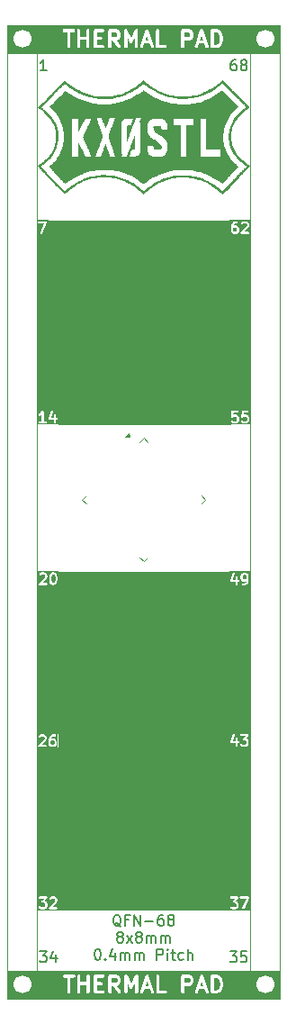
<source format=gto>
G04 #@! TF.GenerationSoftware,KiCad,Pcbnew,9.0.6*
G04 #@! TF.CreationDate,2026-01-07T17:11:21-06:00*
G04 #@! TF.ProjectId,QFN-68_8x8_P0.4,51464e2d-3638-45f3-9878-385f50302e34,rev?*
G04 #@! TF.SameCoordinates,Original*
G04 #@! TF.FileFunction,Legend,Top*
G04 #@! TF.FilePolarity,Positive*
%FSLAX46Y46*%
G04 Gerber Fmt 4.6, Leading zero omitted, Abs format (unit mm)*
G04 Created by KiCad (PCBNEW 9.0.6) date 2026-01-07 17:11:21*
%MOMM*%
%LPD*%
G01*
G04 APERTURE LIST*
G04 Aperture macros list*
%AMRoundRect*
0 Rectangle with rounded corners*
0 $1 Rounding radius*
0 $2 $3 $4 $5 $6 $7 $8 $9 X,Y pos of 4 corners*
0 Add a 4 corners polygon primitive as box body*
4,1,4,$2,$3,$4,$5,$6,$7,$8,$9,$2,$3,0*
0 Add four circle primitives for the rounded corners*
1,1,$1+$1,$2,$3*
1,1,$1+$1,$4,$5*
1,1,$1+$1,$6,$7*
1,1,$1+$1,$8,$9*
0 Add four rect primitives between the rounded corners*
20,1,$1+$1,$2,$3,$4,$5,0*
20,1,$1+$1,$4,$5,$6,$7,0*
20,1,$1+$1,$6,$7,$8,$9,0*
20,1,$1+$1,$8,$9,$2,$3,0*%
%AMRotRect*
0 Rectangle, with rotation*
0 The origin of the aperture is its center*
0 $1 length*
0 $2 width*
0 $3 Rotation angle, in degrees counterclockwise*
0 Add horizontal line*
21,1,$1,$2,0,0,$3*%
G04 Aperture macros list end*
%ADD10C,0.100000*%
%ADD11C,0.200000*%
%ADD12C,0.300000*%
%ADD13C,0.000000*%
%ADD14C,0.120000*%
%ADD15RoundRect,0.050000X-0.437522X0.366812X0.366812X-0.437522X0.437522X-0.366812X-0.366812X0.437522X0*%
%ADD16RoundRect,0.050000X-0.437522X-0.366812X-0.366812X-0.437522X0.437522X0.366812X0.366812X0.437522X0*%
%ADD17RotRect,5.200000X5.200000X315.000000*%
%ADD18C,1.700000*%
G04 APERTURE END LIST*
D10*
X129420000Y-93300000D02*
X131520000Y-93300000D01*
X131520000Y-95300000D01*
X129420000Y-95300000D01*
X129420000Y-93300000D01*
G36*
X129420000Y-93300000D02*
G01*
X131520000Y-93300000D01*
X131520000Y-95300000D01*
X129420000Y-95300000D01*
X129420000Y-93300000D01*
G37*
X128417739Y-94660000D02*
X148458532Y-94660000D01*
X148458532Y-111010000D01*
X128417739Y-111010000D01*
X128417739Y-94660000D01*
G36*
X128417739Y-94660000D02*
G01*
X148458532Y-94660000D01*
X148458532Y-111010000D01*
X128417739Y-111010000D01*
X128417739Y-94660000D01*
G37*
D11*
G36*
X129460521Y-94671639D02*
G01*
X128375245Y-94671639D01*
X128375245Y-93442710D01*
X128486356Y-93442710D01*
X128486356Y-93481728D01*
X128501288Y-93517776D01*
X128528878Y-93545366D01*
X128564926Y-93560298D01*
X128584435Y-93562219D01*
X129099447Y-93562219D01*
X128730615Y-94422827D01*
X128724696Y-94441515D01*
X128724221Y-94480531D01*
X128738712Y-94516758D01*
X128765963Y-94544683D01*
X128801826Y-94560053D01*
X128840842Y-94560528D01*
X128877069Y-94546037D01*
X128904994Y-94518786D01*
X128914445Y-94501611D01*
X129343015Y-93501611D01*
X129348935Y-93482923D01*
X129348942Y-93482301D01*
X129349180Y-93481728D01*
X129349180Y-93462799D01*
X129349410Y-93443908D01*
X129349180Y-93443332D01*
X129349180Y-93442710D01*
X129341926Y-93425199D01*
X129334919Y-93407680D01*
X129334485Y-93407236D01*
X129334248Y-93406662D01*
X129320868Y-93393282D01*
X129307668Y-93379756D01*
X129307097Y-93379511D01*
X129306658Y-93379072D01*
X129289141Y-93371816D01*
X129271804Y-93364386D01*
X129271185Y-93364378D01*
X129270610Y-93364140D01*
X129251101Y-93362219D01*
X128584435Y-93362219D01*
X128564926Y-93364140D01*
X128528878Y-93379072D01*
X128501288Y-93406662D01*
X128486356Y-93442710D01*
X128375245Y-93442710D01*
X128375245Y-93251108D01*
X129460521Y-93251108D01*
X129460521Y-94671639D01*
G37*
G36*
X147158829Y-93975925D02*
G01*
X147183498Y-94000593D01*
X147213303Y-94060203D01*
X147213303Y-94251084D01*
X147183498Y-94310692D01*
X147158829Y-94335362D01*
X147099220Y-94365168D01*
X146955958Y-94365168D01*
X146896348Y-94335363D01*
X146871681Y-94310695D01*
X146841875Y-94251083D01*
X146841875Y-94060203D01*
X146871680Y-94000593D01*
X146896348Y-93975924D01*
X146955958Y-93946120D01*
X147099220Y-93946120D01*
X147158829Y-93975925D01*
G37*
G36*
X148476795Y-94676279D02*
G01*
X146530764Y-94676279D01*
X146530764Y-93893739D01*
X146641875Y-93893739D01*
X146641875Y-94274691D01*
X146643796Y-94294200D01*
X146645171Y-94297520D01*
X146645426Y-94301104D01*
X146652432Y-94319412D01*
X146700051Y-94414650D01*
X146705334Y-94423042D01*
X146706346Y-94425486D01*
X146708602Y-94428235D01*
X146710494Y-94431240D01*
X146712488Y-94432969D01*
X146718783Y-94440639D01*
X146766401Y-94488259D01*
X146774069Y-94494552D01*
X146775801Y-94496549D01*
X146778809Y-94498442D01*
X146781555Y-94500696D01*
X146783995Y-94501706D01*
X146792392Y-94506992D01*
X146887629Y-94554611D01*
X146905938Y-94561617D01*
X146909521Y-94561871D01*
X146912842Y-94563247D01*
X146932351Y-94565168D01*
X147122827Y-94565168D01*
X147142336Y-94563247D01*
X147145656Y-94561871D01*
X147149240Y-94561617D01*
X147167548Y-94554611D01*
X147262786Y-94506992D01*
X147271181Y-94501707D01*
X147273623Y-94500696D01*
X147276370Y-94498440D01*
X147279376Y-94496549D01*
X147281106Y-94494554D01*
X147288776Y-94488259D01*
X147331375Y-94445659D01*
X147548558Y-94445659D01*
X147548558Y-94484677D01*
X147563490Y-94520725D01*
X147591080Y-94548315D01*
X147627128Y-94563247D01*
X147646637Y-94565168D01*
X148265684Y-94565168D01*
X148285193Y-94563247D01*
X148321241Y-94548315D01*
X148348831Y-94520725D01*
X148363763Y-94484677D01*
X148363763Y-94445659D01*
X148348831Y-94409611D01*
X148321241Y-94382021D01*
X148285193Y-94367089D01*
X148265684Y-94365168D01*
X147888059Y-94365168D01*
X148288776Y-93964450D01*
X148301212Y-93949296D01*
X148302586Y-93945977D01*
X148304942Y-93943262D01*
X148312933Y-93925362D01*
X148360552Y-93782505D01*
X148362751Y-93772832D01*
X148363763Y-93770391D01*
X148364111Y-93766853D01*
X148364899Y-93763390D01*
X148364711Y-93760755D01*
X148365684Y-93750882D01*
X148365684Y-93655644D01*
X148363763Y-93636135D01*
X148362387Y-93632814D01*
X148362133Y-93629231D01*
X148355127Y-93610922D01*
X148307508Y-93515685D01*
X148302222Y-93507288D01*
X148301212Y-93504848D01*
X148298958Y-93502102D01*
X148297065Y-93499094D01*
X148295067Y-93497361D01*
X148288775Y-93489695D01*
X148241157Y-93442076D01*
X148233486Y-93435781D01*
X148231757Y-93433787D01*
X148228749Y-93431893D01*
X148226003Y-93429640D01*
X148223563Y-93428629D01*
X148215167Y-93423344D01*
X148119929Y-93375725D01*
X148101621Y-93368719D01*
X148098037Y-93368464D01*
X148094717Y-93367089D01*
X148075208Y-93365168D01*
X147837113Y-93365168D01*
X147817604Y-93367089D01*
X147814283Y-93368464D01*
X147810700Y-93368719D01*
X147792391Y-93375725D01*
X147697154Y-93423344D01*
X147688757Y-93428629D01*
X147686317Y-93429640D01*
X147683571Y-93431893D01*
X147680563Y-93433787D01*
X147678830Y-93435784D01*
X147671164Y-93442077D01*
X147623545Y-93489695D01*
X147611109Y-93504849D01*
X147596177Y-93540897D01*
X147596177Y-93579915D01*
X147611109Y-93615963D01*
X147638699Y-93643553D01*
X147674747Y-93658485D01*
X147713765Y-93658485D01*
X147749813Y-93643553D01*
X147764967Y-93631117D01*
X147801110Y-93594972D01*
X147860720Y-93565168D01*
X148051601Y-93565168D01*
X148111210Y-93594973D01*
X148135879Y-93619641D01*
X148165684Y-93679251D01*
X148165684Y-93734655D01*
X148130662Y-93839719D01*
X147575926Y-94394457D01*
X147563490Y-94409611D01*
X147548558Y-94445659D01*
X147331375Y-94445659D01*
X147336395Y-94440639D01*
X147342687Y-94432972D01*
X147344684Y-94431241D01*
X147346577Y-94428233D01*
X147348832Y-94425486D01*
X147349843Y-94423044D01*
X147355127Y-94414650D01*
X147402746Y-94319413D01*
X147409752Y-94301104D01*
X147410006Y-94297520D01*
X147411382Y-94294200D01*
X147413303Y-94274691D01*
X147413303Y-94036596D01*
X147411382Y-94017087D01*
X147410006Y-94013766D01*
X147409752Y-94010183D01*
X147402746Y-93991874D01*
X147355127Y-93896637D01*
X147349841Y-93888240D01*
X147348831Y-93885800D01*
X147346577Y-93883054D01*
X147344684Y-93880046D01*
X147342686Y-93878313D01*
X147336394Y-93870647D01*
X147288776Y-93823028D01*
X147281105Y-93816733D01*
X147279376Y-93814739D01*
X147276368Y-93812845D01*
X147273622Y-93810592D01*
X147271182Y-93809581D01*
X147262786Y-93804296D01*
X147167548Y-93756677D01*
X147149240Y-93749671D01*
X147145656Y-93749416D01*
X147142336Y-93748041D01*
X147122827Y-93746120D01*
X146932351Y-93746120D01*
X146912842Y-93748041D01*
X146909521Y-93749416D01*
X146905938Y-93749671D01*
X146887629Y-93756677D01*
X146878016Y-93761483D01*
X146882307Y-93744321D01*
X146962443Y-93624116D01*
X146991586Y-93594972D01*
X147051196Y-93565168D01*
X147218065Y-93565168D01*
X147237574Y-93563247D01*
X147273622Y-93548315D01*
X147301212Y-93520725D01*
X147316144Y-93484677D01*
X147316144Y-93445659D01*
X147301212Y-93409611D01*
X147273622Y-93382021D01*
X147237574Y-93367089D01*
X147218065Y-93365168D01*
X147027589Y-93365168D01*
X147008080Y-93367089D01*
X147004759Y-93368464D01*
X147001176Y-93368719D01*
X146982867Y-93375725D01*
X146887630Y-93423344D01*
X146879233Y-93428629D01*
X146876793Y-93429640D01*
X146874047Y-93431893D01*
X146871039Y-93433787D01*
X146869306Y-93435784D01*
X146861640Y-93442077D01*
X146814021Y-93489695D01*
X146813976Y-93489749D01*
X146813947Y-93489769D01*
X146807765Y-93497317D01*
X146801585Y-93504849D01*
X146801571Y-93504881D01*
X146801527Y-93504936D01*
X146706289Y-93647793D01*
X146700546Y-93658562D01*
X146699075Y-93660549D01*
X146698237Y-93662894D01*
X146697066Y-93665091D01*
X146696586Y-93667514D01*
X146692480Y-93679010D01*
X146644861Y-93869485D01*
X146644360Y-93872866D01*
X146643796Y-93874230D01*
X146643072Y-93881580D01*
X146641993Y-93888878D01*
X146642210Y-93890336D01*
X146641875Y-93893739D01*
X146530764Y-93893739D01*
X146530764Y-93254057D01*
X148476795Y-93254057D01*
X148476795Y-94676279D01*
G37*
G36*
X130412672Y-112470381D02*
G01*
X128421728Y-112470381D01*
X128421728Y-111532477D01*
X128532839Y-111532477D01*
X128535605Y-111571397D01*
X128553054Y-111606296D01*
X128582531Y-111631860D01*
X128619547Y-111644199D01*
X128658467Y-111641433D01*
X128676775Y-111634427D01*
X128772013Y-111586808D01*
X128780409Y-111581522D01*
X128782849Y-111580512D01*
X128785595Y-111578258D01*
X128788603Y-111576365D01*
X128790332Y-111574370D01*
X128798003Y-111568076D01*
X128817768Y-111548311D01*
X128817768Y-112159270D01*
X128632054Y-112159270D01*
X128612545Y-112161191D01*
X128576497Y-112176123D01*
X128548907Y-112203713D01*
X128533975Y-112239761D01*
X128533975Y-112278779D01*
X128548907Y-112314827D01*
X128576497Y-112342417D01*
X128612545Y-112357349D01*
X128632054Y-112359270D01*
X129203482Y-112359270D01*
X129222991Y-112357349D01*
X129259039Y-112342417D01*
X129286629Y-112314827D01*
X129301561Y-112278779D01*
X129301561Y-112239761D01*
X129286629Y-112203713D01*
X129259039Y-112176123D01*
X129222991Y-112161191D01*
X129203482Y-112159270D01*
X129017768Y-112159270D01*
X129017768Y-111913429D01*
X129485220Y-111913429D01*
X129486356Y-111929413D01*
X129486356Y-111945445D01*
X129487731Y-111948765D01*
X129487986Y-111952349D01*
X129495153Y-111966684D01*
X129501288Y-111981493D01*
X129503828Y-111984033D01*
X129505436Y-111987248D01*
X129517547Y-111997752D01*
X129528878Y-112009083D01*
X129532196Y-112010457D01*
X129534912Y-112012813D01*
X129550121Y-112017882D01*
X129564926Y-112024015D01*
X129570026Y-112024517D01*
X129571928Y-112025151D01*
X129574561Y-112024963D01*
X129584435Y-112025936D01*
X129960625Y-112025936D01*
X129960625Y-112259270D01*
X129962546Y-112278779D01*
X129977478Y-112314827D01*
X130005068Y-112342417D01*
X130041116Y-112357349D01*
X130080134Y-112357349D01*
X130116182Y-112342417D01*
X130143772Y-112314827D01*
X130158704Y-112278779D01*
X130160625Y-112259270D01*
X130160625Y-112025936D01*
X130203482Y-112025936D01*
X130222991Y-112024015D01*
X130259039Y-112009083D01*
X130286629Y-111981493D01*
X130301561Y-111945445D01*
X130301561Y-111906427D01*
X130286629Y-111870379D01*
X130259039Y-111842789D01*
X130222991Y-111827857D01*
X130203482Y-111825936D01*
X130160625Y-111825936D01*
X130160625Y-111592603D01*
X130158704Y-111573094D01*
X130143772Y-111537046D01*
X130116182Y-111509456D01*
X130080134Y-111494524D01*
X130041116Y-111494524D01*
X130005068Y-111509456D01*
X129977478Y-111537046D01*
X129962546Y-111573094D01*
X129960625Y-111592603D01*
X129960625Y-111825936D01*
X129723177Y-111825936D01*
X129917398Y-111243274D01*
X129921745Y-111224159D01*
X129918979Y-111185239D01*
X129901529Y-111150340D01*
X129872053Y-111124775D01*
X129835037Y-111112436D01*
X129796117Y-111115203D01*
X129761218Y-111132652D01*
X129735653Y-111162128D01*
X129727662Y-111180029D01*
X129489567Y-111894313D01*
X129487367Y-111903984D01*
X129486356Y-111906427D01*
X129486356Y-111908433D01*
X129485220Y-111913429D01*
X129017768Y-111913429D01*
X129017768Y-111259270D01*
X129017761Y-111259199D01*
X129017768Y-111259165D01*
X129017747Y-111259063D01*
X129015847Y-111239761D01*
X129012057Y-111230612D01*
X129010116Y-111220905D01*
X129004664Y-111212764D01*
X129000915Y-111203713D01*
X128993915Y-111196713D01*
X128988405Y-111188485D01*
X128980250Y-111183048D01*
X128973325Y-111176123D01*
X128964181Y-111172335D01*
X128955940Y-111166841D01*
X128946326Y-111164939D01*
X128937277Y-111161191D01*
X128927376Y-111161191D01*
X128917664Y-111159270D01*
X128908059Y-111161191D01*
X128898259Y-111161191D01*
X128889110Y-111164980D01*
X128879403Y-111166922D01*
X128871262Y-111172373D01*
X128862211Y-111176123D01*
X128855211Y-111183122D01*
X128846983Y-111188633D01*
X128834694Y-111203639D01*
X128834621Y-111203713D01*
X128834607Y-111203745D01*
X128834563Y-111203800D01*
X128744819Y-111338416D01*
X128668055Y-111415179D01*
X128587333Y-111455541D01*
X128570742Y-111465984D01*
X128545178Y-111495461D01*
X128532839Y-111532477D01*
X128421728Y-111532477D01*
X128421728Y-111001325D01*
X130412672Y-111001325D01*
X130412672Y-112470381D01*
G37*
D10*
X130410000Y-93300000D02*
X146560000Y-93300000D01*
X146560000Y-112420000D01*
X130410000Y-112420000D01*
X130410000Y-93300000D01*
G36*
X130410000Y-93300000D02*
G01*
X146560000Y-93300000D01*
X146560000Y-112420000D01*
X130410000Y-112420000D01*
X130410000Y-93300000D01*
G37*
D11*
G36*
X148476795Y-112473330D02*
G01*
X146531231Y-112473330D01*
X146531231Y-111748062D01*
X146642342Y-111748062D01*
X146643796Y-111752880D01*
X146643796Y-111757918D01*
X146649392Y-111771427D01*
X146653613Y-111785417D01*
X146656800Y-111789313D01*
X146658728Y-111793966D01*
X146669064Y-111804302D01*
X146678320Y-111815615D01*
X146682757Y-111817995D01*
X146686318Y-111821556D01*
X146699823Y-111827150D01*
X146712704Y-111834060D01*
X146717713Y-111834560D01*
X146722366Y-111836488D01*
X146736987Y-111836488D01*
X146751528Y-111837942D01*
X146756347Y-111836488D01*
X146761384Y-111836488D01*
X146774893Y-111830891D01*
X146788883Y-111826671D01*
X146792779Y-111823483D01*
X146797432Y-111821556D01*
X146812586Y-111809120D01*
X146848729Y-111772975D01*
X146908339Y-111743171D01*
X147099220Y-111743171D01*
X147158829Y-111772976D01*
X147183498Y-111797644D01*
X147213303Y-111857254D01*
X147213303Y-112048135D01*
X147183498Y-112107743D01*
X147158829Y-112132413D01*
X147099220Y-112162219D01*
X146908339Y-112162219D01*
X146848729Y-112132414D01*
X146812586Y-112096270D01*
X146797433Y-112083833D01*
X146761385Y-112068902D01*
X146722367Y-112068901D01*
X146686318Y-112083832D01*
X146658728Y-112111422D01*
X146643797Y-112147470D01*
X146643796Y-112186488D01*
X146658727Y-112222537D01*
X146671164Y-112237690D01*
X146718782Y-112285310D01*
X146726450Y-112291603D01*
X146728182Y-112293600D01*
X146731190Y-112295493D01*
X146733936Y-112297747D01*
X146736376Y-112298757D01*
X146744773Y-112304043D01*
X146840010Y-112351662D01*
X146858319Y-112358668D01*
X146861902Y-112358922D01*
X146865223Y-112360298D01*
X146884732Y-112362219D01*
X147122827Y-112362219D01*
X147142336Y-112360298D01*
X147145656Y-112358922D01*
X147149240Y-112358668D01*
X147167548Y-112351662D01*
X147262786Y-112304043D01*
X147271181Y-112298758D01*
X147273623Y-112297747D01*
X147276370Y-112295491D01*
X147279376Y-112293600D01*
X147281106Y-112291605D01*
X147288776Y-112285310D01*
X147336395Y-112237690D01*
X147342687Y-112230023D01*
X147344684Y-112228292D01*
X147346577Y-112225284D01*
X147348832Y-112222537D01*
X147349843Y-112220095D01*
X147355127Y-112211701D01*
X147402746Y-112116464D01*
X147409752Y-112098155D01*
X147410006Y-112094571D01*
X147411382Y-112091251D01*
X147413303Y-112071742D01*
X147413303Y-111833647D01*
X147411382Y-111814138D01*
X147410006Y-111810817D01*
X147409752Y-111807234D01*
X147402746Y-111788925D01*
X147382314Y-111748062D01*
X147594723Y-111748062D01*
X147596177Y-111752880D01*
X147596177Y-111757918D01*
X147601773Y-111771427D01*
X147605994Y-111785417D01*
X147609181Y-111789313D01*
X147611109Y-111793966D01*
X147621445Y-111804302D01*
X147630701Y-111815615D01*
X147635138Y-111817995D01*
X147638699Y-111821556D01*
X147652204Y-111827150D01*
X147665085Y-111834060D01*
X147670094Y-111834560D01*
X147674747Y-111836488D01*
X147689368Y-111836488D01*
X147703909Y-111837942D01*
X147708728Y-111836488D01*
X147713765Y-111836488D01*
X147727274Y-111830891D01*
X147741264Y-111826671D01*
X147745160Y-111823483D01*
X147749813Y-111821556D01*
X147764967Y-111809120D01*
X147801110Y-111772975D01*
X147860720Y-111743171D01*
X148051601Y-111743171D01*
X148111210Y-111772976D01*
X148135879Y-111797644D01*
X148165684Y-111857254D01*
X148165684Y-112048135D01*
X148135879Y-112107743D01*
X148111210Y-112132413D01*
X148051601Y-112162219D01*
X147860720Y-112162219D01*
X147801110Y-112132414D01*
X147764967Y-112096270D01*
X147749814Y-112083833D01*
X147713766Y-112068902D01*
X147674748Y-112068901D01*
X147638699Y-112083832D01*
X147611109Y-112111422D01*
X147596178Y-112147470D01*
X147596177Y-112186488D01*
X147611108Y-112222537D01*
X147623545Y-112237690D01*
X147671163Y-112285310D01*
X147678831Y-112291603D01*
X147680563Y-112293600D01*
X147683571Y-112295493D01*
X147686317Y-112297747D01*
X147688757Y-112298757D01*
X147697154Y-112304043D01*
X147792391Y-112351662D01*
X147810700Y-112358668D01*
X147814283Y-112358922D01*
X147817604Y-112360298D01*
X147837113Y-112362219D01*
X148075208Y-112362219D01*
X148094717Y-112360298D01*
X148098037Y-112358922D01*
X148101621Y-112358668D01*
X148119929Y-112351662D01*
X148215167Y-112304043D01*
X148223562Y-112298758D01*
X148226004Y-112297747D01*
X148228751Y-112295491D01*
X148231757Y-112293600D01*
X148233487Y-112291605D01*
X148241157Y-112285310D01*
X148288776Y-112237690D01*
X148295068Y-112230023D01*
X148297065Y-112228292D01*
X148298958Y-112225284D01*
X148301213Y-112222537D01*
X148302224Y-112220095D01*
X148307508Y-112211701D01*
X148355127Y-112116464D01*
X148362133Y-112098155D01*
X148362387Y-112094571D01*
X148363763Y-112091251D01*
X148365684Y-112071742D01*
X148365684Y-111833647D01*
X148363763Y-111814138D01*
X148362387Y-111810817D01*
X148362133Y-111807234D01*
X148355127Y-111788925D01*
X148307508Y-111693688D01*
X148302222Y-111685291D01*
X148301212Y-111682851D01*
X148298958Y-111680105D01*
X148297065Y-111677097D01*
X148295067Y-111675364D01*
X148288775Y-111667698D01*
X148241157Y-111620079D01*
X148233486Y-111613784D01*
X148231757Y-111611790D01*
X148228749Y-111609896D01*
X148226003Y-111607643D01*
X148223563Y-111606632D01*
X148215167Y-111601347D01*
X148119929Y-111553728D01*
X148101621Y-111546722D01*
X148098037Y-111546467D01*
X148094717Y-111545092D01*
X148075208Y-111543171D01*
X147837113Y-111543171D01*
X147817604Y-111545092D01*
X147814283Y-111546467D01*
X147813946Y-111546491D01*
X147832374Y-111362219D01*
X148218065Y-111362219D01*
X148237574Y-111360298D01*
X148273622Y-111345366D01*
X148301212Y-111317776D01*
X148316144Y-111281728D01*
X148316144Y-111242710D01*
X148301212Y-111206662D01*
X148273622Y-111179072D01*
X148237574Y-111164140D01*
X148218065Y-111162219D01*
X147741875Y-111162219D01*
X147734658Y-111162929D01*
X147732222Y-111162686D01*
X147729843Y-111163403D01*
X147722366Y-111164140D01*
X147708856Y-111169736D01*
X147694867Y-111173957D01*
X147690970Y-111177144D01*
X147686318Y-111179072D01*
X147675981Y-111189408D01*
X147664669Y-111198664D01*
X147662288Y-111203101D01*
X147658728Y-111206662D01*
X147653133Y-111220167D01*
X147646224Y-111233048D01*
X147644747Y-111240412D01*
X147643796Y-111242710D01*
X147643796Y-111245160D01*
X147642371Y-111252269D01*
X147594752Y-111728459D01*
X147594723Y-111748062D01*
X147382314Y-111748062D01*
X147355127Y-111693688D01*
X147349841Y-111685291D01*
X147348831Y-111682851D01*
X147346577Y-111680105D01*
X147344684Y-111677097D01*
X147342686Y-111675364D01*
X147336394Y-111667698D01*
X147288776Y-111620079D01*
X147281105Y-111613784D01*
X147279376Y-111611790D01*
X147276368Y-111609896D01*
X147273622Y-111607643D01*
X147271182Y-111606632D01*
X147262786Y-111601347D01*
X147167548Y-111553728D01*
X147149240Y-111546722D01*
X147145656Y-111546467D01*
X147142336Y-111545092D01*
X147122827Y-111543171D01*
X146884732Y-111543171D01*
X146865223Y-111545092D01*
X146861902Y-111546467D01*
X146861565Y-111546491D01*
X146879993Y-111362219D01*
X147265684Y-111362219D01*
X147285193Y-111360298D01*
X147321241Y-111345366D01*
X147348831Y-111317776D01*
X147363763Y-111281728D01*
X147363763Y-111242710D01*
X147348831Y-111206662D01*
X147321241Y-111179072D01*
X147285193Y-111164140D01*
X147265684Y-111162219D01*
X146789494Y-111162219D01*
X146782277Y-111162929D01*
X146779841Y-111162686D01*
X146777462Y-111163403D01*
X146769985Y-111164140D01*
X146756475Y-111169736D01*
X146742486Y-111173957D01*
X146738589Y-111177144D01*
X146733937Y-111179072D01*
X146723600Y-111189408D01*
X146712288Y-111198664D01*
X146709907Y-111203101D01*
X146706347Y-111206662D01*
X146700752Y-111220167D01*
X146693843Y-111233048D01*
X146692366Y-111240412D01*
X146691415Y-111242710D01*
X146691415Y-111245160D01*
X146689990Y-111252269D01*
X146642371Y-111728459D01*
X146642342Y-111748062D01*
X146531231Y-111748062D01*
X146531231Y-111051108D01*
X148476795Y-111051108D01*
X148476795Y-112473330D01*
G37*
D10*
X128435832Y-127690000D02*
X148404168Y-127690000D01*
X148404168Y-141475000D01*
X128435832Y-141475000D01*
X128435832Y-127690000D01*
G36*
X128435832Y-127690000D02*
G01*
X148404168Y-127690000D01*
X148404168Y-141475000D01*
X128435832Y-141475000D01*
X128435832Y-127690000D01*
G37*
D11*
G36*
X130001389Y-142202976D02*
G01*
X130026058Y-142227644D01*
X130055863Y-142287254D01*
X130055863Y-142478135D01*
X130026058Y-142537743D01*
X130001389Y-142562413D01*
X129941780Y-142592219D01*
X129798518Y-142592219D01*
X129738908Y-142562414D01*
X129714241Y-142537746D01*
X129684435Y-142478134D01*
X129684435Y-142287254D01*
X129714240Y-142227644D01*
X129738908Y-142202975D01*
X129798518Y-142173171D01*
X129941780Y-142173171D01*
X130001389Y-142202976D01*
G37*
G36*
X130366974Y-142903330D02*
G01*
X128375245Y-142903330D01*
X128375245Y-142672710D01*
X128486356Y-142672710D01*
X128486356Y-142711728D01*
X128501288Y-142747776D01*
X128528878Y-142775366D01*
X128564926Y-142790298D01*
X128584435Y-142792219D01*
X129203482Y-142792219D01*
X129222991Y-142790298D01*
X129259039Y-142775366D01*
X129286629Y-142747776D01*
X129301561Y-142711728D01*
X129301561Y-142672710D01*
X129286629Y-142636662D01*
X129259039Y-142609072D01*
X129222991Y-142594140D01*
X129203482Y-142592219D01*
X128825857Y-142592219D01*
X129226574Y-142191501D01*
X129239010Y-142176347D01*
X129240384Y-142173028D01*
X129242740Y-142170313D01*
X129250731Y-142152413D01*
X129261272Y-142120790D01*
X129484435Y-142120790D01*
X129484435Y-142501742D01*
X129486356Y-142521251D01*
X129487731Y-142524571D01*
X129487986Y-142528155D01*
X129494992Y-142546463D01*
X129542611Y-142641701D01*
X129547894Y-142650093D01*
X129548906Y-142652537D01*
X129551162Y-142655286D01*
X129553054Y-142658291D01*
X129555048Y-142660020D01*
X129561343Y-142667690D01*
X129608961Y-142715310D01*
X129616629Y-142721603D01*
X129618361Y-142723600D01*
X129621369Y-142725493D01*
X129624115Y-142727747D01*
X129626555Y-142728757D01*
X129634952Y-142734043D01*
X129730189Y-142781662D01*
X129748498Y-142788668D01*
X129752081Y-142788922D01*
X129755402Y-142790298D01*
X129774911Y-142792219D01*
X129965387Y-142792219D01*
X129984896Y-142790298D01*
X129988216Y-142788922D01*
X129991800Y-142788668D01*
X130010108Y-142781662D01*
X130105346Y-142734043D01*
X130113741Y-142728758D01*
X130116183Y-142727747D01*
X130118930Y-142725491D01*
X130121936Y-142723600D01*
X130123666Y-142721605D01*
X130131336Y-142715310D01*
X130178955Y-142667690D01*
X130185247Y-142660023D01*
X130187244Y-142658292D01*
X130189137Y-142655284D01*
X130191392Y-142652537D01*
X130192403Y-142650095D01*
X130197687Y-142641701D01*
X130245306Y-142546464D01*
X130252312Y-142528155D01*
X130252566Y-142524571D01*
X130253942Y-142521251D01*
X130255863Y-142501742D01*
X130255863Y-142263647D01*
X130253942Y-142244138D01*
X130252566Y-142240817D01*
X130252312Y-142237234D01*
X130245306Y-142218925D01*
X130197687Y-142123688D01*
X130192401Y-142115291D01*
X130191391Y-142112851D01*
X130189137Y-142110105D01*
X130187244Y-142107097D01*
X130185246Y-142105364D01*
X130178954Y-142097698D01*
X130131336Y-142050079D01*
X130123665Y-142043784D01*
X130121936Y-142041790D01*
X130118928Y-142039896D01*
X130116182Y-142037643D01*
X130113742Y-142036632D01*
X130105346Y-142031347D01*
X130010108Y-141983728D01*
X129991800Y-141976722D01*
X129988216Y-141976467D01*
X129984896Y-141975092D01*
X129965387Y-141973171D01*
X129774911Y-141973171D01*
X129755402Y-141975092D01*
X129752081Y-141976467D01*
X129748498Y-141976722D01*
X129730189Y-141983728D01*
X129720576Y-141988534D01*
X129724867Y-141971372D01*
X129805003Y-141851167D01*
X129834146Y-141822023D01*
X129893756Y-141792219D01*
X130060625Y-141792219D01*
X130080134Y-141790298D01*
X130116182Y-141775366D01*
X130143772Y-141747776D01*
X130158704Y-141711728D01*
X130158704Y-141672710D01*
X130143772Y-141636662D01*
X130116182Y-141609072D01*
X130080134Y-141594140D01*
X130060625Y-141592219D01*
X129870149Y-141592219D01*
X129850640Y-141594140D01*
X129847319Y-141595515D01*
X129843736Y-141595770D01*
X129825427Y-141602776D01*
X129730190Y-141650395D01*
X129721793Y-141655680D01*
X129719353Y-141656691D01*
X129716607Y-141658944D01*
X129713599Y-141660838D01*
X129711866Y-141662835D01*
X129704200Y-141669128D01*
X129656581Y-141716746D01*
X129656536Y-141716800D01*
X129656507Y-141716820D01*
X129650325Y-141724368D01*
X129644145Y-141731900D01*
X129644131Y-141731932D01*
X129644087Y-141731987D01*
X129548849Y-141874844D01*
X129543106Y-141885613D01*
X129541635Y-141887600D01*
X129540797Y-141889945D01*
X129539626Y-141892142D01*
X129539146Y-141894565D01*
X129535040Y-141906061D01*
X129487421Y-142096536D01*
X129486920Y-142099917D01*
X129486356Y-142101281D01*
X129485632Y-142108631D01*
X129484553Y-142115929D01*
X129484770Y-142117387D01*
X129484435Y-142120790D01*
X129261272Y-142120790D01*
X129298350Y-142009556D01*
X129300549Y-141999883D01*
X129301561Y-141997442D01*
X129301909Y-141993904D01*
X129302697Y-141990441D01*
X129302509Y-141987806D01*
X129303482Y-141977933D01*
X129303482Y-141882695D01*
X129301561Y-141863186D01*
X129300185Y-141859865D01*
X129299931Y-141856282D01*
X129292925Y-141837973D01*
X129245306Y-141742736D01*
X129240020Y-141734339D01*
X129239010Y-141731899D01*
X129236756Y-141729153D01*
X129234863Y-141726145D01*
X129232865Y-141724412D01*
X129226573Y-141716746D01*
X129178955Y-141669127D01*
X129171284Y-141662832D01*
X129169555Y-141660838D01*
X129166547Y-141658944D01*
X129163801Y-141656691D01*
X129161361Y-141655680D01*
X129152965Y-141650395D01*
X129057727Y-141602776D01*
X129039419Y-141595770D01*
X129035835Y-141595515D01*
X129032515Y-141594140D01*
X129013006Y-141592219D01*
X128774911Y-141592219D01*
X128755402Y-141594140D01*
X128752081Y-141595515D01*
X128748498Y-141595770D01*
X128730189Y-141602776D01*
X128634952Y-141650395D01*
X128626555Y-141655680D01*
X128624115Y-141656691D01*
X128621369Y-141658944D01*
X128618361Y-141660838D01*
X128616628Y-141662835D01*
X128608962Y-141669128D01*
X128561343Y-141716746D01*
X128548907Y-141731900D01*
X128533975Y-141767948D01*
X128533975Y-141806966D01*
X128548907Y-141843014D01*
X128576497Y-141870604D01*
X128612545Y-141885536D01*
X128651563Y-141885536D01*
X128687611Y-141870604D01*
X128702765Y-141858168D01*
X128738908Y-141822023D01*
X128798518Y-141792219D01*
X128989399Y-141792219D01*
X129049008Y-141822024D01*
X129073677Y-141846692D01*
X129103482Y-141906302D01*
X129103482Y-141961706D01*
X129068460Y-142066770D01*
X128513724Y-142621508D01*
X128501288Y-142636662D01*
X128486356Y-142672710D01*
X128375245Y-142672710D01*
X128375245Y-141481108D01*
X130366974Y-141481108D01*
X130366974Y-142903330D01*
G37*
G36*
X148429056Y-142883330D02*
G01*
X146483810Y-142883330D01*
X146483810Y-142326378D01*
X146594921Y-142326378D01*
X146596057Y-142342362D01*
X146596057Y-142358394D01*
X146597432Y-142361714D01*
X146597687Y-142365298D01*
X146604854Y-142379633D01*
X146610989Y-142394442D01*
X146613529Y-142396982D01*
X146615137Y-142400197D01*
X146627248Y-142410701D01*
X146638579Y-142422032D01*
X146641897Y-142423406D01*
X146644613Y-142425762D01*
X146659822Y-142430831D01*
X146674627Y-142436964D01*
X146679727Y-142437466D01*
X146681629Y-142438100D01*
X146684262Y-142437912D01*
X146694136Y-142438885D01*
X147070326Y-142438885D01*
X147070326Y-142672219D01*
X147072247Y-142691728D01*
X147087179Y-142727776D01*
X147114769Y-142755366D01*
X147150817Y-142770298D01*
X147189835Y-142770298D01*
X147225883Y-142755366D01*
X147253473Y-142727776D01*
X147268405Y-142691728D01*
X147270326Y-142672219D01*
X147270326Y-142438885D01*
X147313183Y-142438885D01*
X147332692Y-142436964D01*
X147368740Y-142422032D01*
X147396330Y-142394442D01*
X147411262Y-142358394D01*
X147411262Y-142319376D01*
X147396330Y-142283328D01*
X147368740Y-142255738D01*
X147332692Y-142240806D01*
X147313183Y-142238885D01*
X147270326Y-142238885D01*
X147270326Y-142005552D01*
X147268405Y-141986043D01*
X147253473Y-141949995D01*
X147225883Y-141922405D01*
X147189835Y-141907473D01*
X147150817Y-141907473D01*
X147114769Y-141922405D01*
X147087179Y-141949995D01*
X147072247Y-141986043D01*
X147070326Y-142005552D01*
X147070326Y-142238885D01*
X146832878Y-142238885D01*
X147027099Y-141656223D01*
X147027898Y-141652710D01*
X147500819Y-141652710D01*
X147500819Y-141691728D01*
X147515751Y-141727776D01*
X147543341Y-141755366D01*
X147579389Y-141770298D01*
X147598898Y-141772219D01*
X147997568Y-141772219D01*
X147809354Y-141987321D01*
X147803324Y-141995754D01*
X147801465Y-141997614D01*
X147800734Y-141999377D01*
X147797953Y-142003268D01*
X147792748Y-142018656D01*
X147786533Y-142033662D01*
X147786533Y-142037035D01*
X147785453Y-142040229D01*
X147786533Y-142056431D01*
X147786533Y-142072680D01*
X147787823Y-142075795D01*
X147788048Y-142079161D01*
X147795248Y-142093721D01*
X147801465Y-142108728D01*
X147803849Y-142111112D01*
X147805345Y-142114136D01*
X147817570Y-142124833D01*
X147829055Y-142136318D01*
X147832169Y-142137608D01*
X147834709Y-142139830D01*
X147850097Y-142145034D01*
X147865103Y-142151250D01*
X147869862Y-142151718D01*
X147871670Y-142152330D01*
X147874294Y-142152155D01*
X147884612Y-142153171D01*
X148003862Y-142153171D01*
X148063471Y-142182976D01*
X148088140Y-142207644D01*
X148117945Y-142267254D01*
X148117945Y-142458135D01*
X148088140Y-142517743D01*
X148063471Y-142542413D01*
X148003862Y-142572219D01*
X147765362Y-142572219D01*
X147705752Y-142542414D01*
X147669609Y-142506270D01*
X147654456Y-142493833D01*
X147618408Y-142478902D01*
X147579390Y-142478901D01*
X147543341Y-142493832D01*
X147515751Y-142521422D01*
X147500820Y-142557470D01*
X147500819Y-142596488D01*
X147515750Y-142632537D01*
X147528187Y-142647690D01*
X147575805Y-142695310D01*
X147583473Y-142701603D01*
X147585205Y-142703600D01*
X147588213Y-142705493D01*
X147590959Y-142707747D01*
X147593399Y-142708757D01*
X147601796Y-142714043D01*
X147697033Y-142761662D01*
X147715342Y-142768668D01*
X147718925Y-142768922D01*
X147722246Y-142770298D01*
X147741755Y-142772219D01*
X148027469Y-142772219D01*
X148046978Y-142770298D01*
X148050298Y-142768922D01*
X148053882Y-142768668D01*
X148072190Y-142761662D01*
X148167428Y-142714043D01*
X148175823Y-142708758D01*
X148178265Y-142707747D01*
X148181012Y-142705491D01*
X148184018Y-142703600D01*
X148185748Y-142701605D01*
X148193418Y-142695310D01*
X148241037Y-142647690D01*
X148247329Y-142640023D01*
X148249326Y-142638292D01*
X148251219Y-142635284D01*
X148253474Y-142632537D01*
X148254485Y-142630095D01*
X148259769Y-142621701D01*
X148307388Y-142526464D01*
X148314394Y-142508155D01*
X148314648Y-142504571D01*
X148316024Y-142501251D01*
X148317945Y-142481742D01*
X148317945Y-142243647D01*
X148316024Y-142224138D01*
X148314648Y-142220817D01*
X148314394Y-142217234D01*
X148307388Y-142198925D01*
X148259769Y-142103688D01*
X148254483Y-142095291D01*
X148253473Y-142092851D01*
X148251219Y-142090105D01*
X148249326Y-142087097D01*
X148247328Y-142085364D01*
X148241036Y-142077698D01*
X148193418Y-142030079D01*
X148185747Y-142023784D01*
X148184018Y-142021790D01*
X148181010Y-142019896D01*
X148178264Y-142017643D01*
X148175824Y-142016632D01*
X148167428Y-142011347D01*
X148088580Y-141971923D01*
X148293203Y-141738069D01*
X148299232Y-141729635D01*
X148301092Y-141727776D01*
X148301822Y-141726012D01*
X148304604Y-141722122D01*
X148309808Y-141706733D01*
X148316024Y-141691728D01*
X148316024Y-141688354D01*
X148317104Y-141685161D01*
X148316024Y-141668958D01*
X148316024Y-141652710D01*
X148314733Y-141649594D01*
X148314509Y-141646229D01*
X148307306Y-141631663D01*
X148301092Y-141616662D01*
X148298708Y-141614278D01*
X148297213Y-141611254D01*
X148284979Y-141600549D01*
X148273502Y-141589072D01*
X148270388Y-141587782D01*
X148267849Y-141585560D01*
X148252457Y-141580354D01*
X148237454Y-141574140D01*
X148232694Y-141573671D01*
X148230887Y-141573060D01*
X148228262Y-141573234D01*
X148217945Y-141572219D01*
X147598898Y-141572219D01*
X147579389Y-141574140D01*
X147543341Y-141589072D01*
X147515751Y-141616662D01*
X147500819Y-141652710D01*
X147027898Y-141652710D01*
X147031446Y-141637108D01*
X147028680Y-141598188D01*
X147011230Y-141563289D01*
X146981754Y-141537724D01*
X146944738Y-141525385D01*
X146905818Y-141528152D01*
X146870919Y-141545601D01*
X146845354Y-141575077D01*
X146837363Y-141592978D01*
X146599268Y-142307262D01*
X146597068Y-142316933D01*
X146596057Y-142319376D01*
X146596057Y-142321382D01*
X146594921Y-142326378D01*
X146483810Y-142326378D01*
X146483810Y-141414274D01*
X148429056Y-141414274D01*
X148429056Y-142883330D01*
G37*
D10*
X130375832Y-126290000D02*
X146474168Y-126290000D01*
X146474168Y-158100000D01*
X130375832Y-158100000D01*
X130375832Y-126290000D01*
G36*
X130375832Y-126290000D02*
G01*
X146474168Y-126290000D01*
X146474168Y-158100000D01*
X130375832Y-158100000D01*
X130375832Y-126290000D01*
G37*
D11*
G36*
X130013770Y-126592024D02*
G01*
X130038439Y-126616692D01*
X130073892Y-126687599D01*
X130115863Y-126855480D01*
X130115863Y-127068956D01*
X130073892Y-127236837D01*
X130038439Y-127307743D01*
X130013770Y-127332413D01*
X129954161Y-127362219D01*
X129906137Y-127362219D01*
X129846527Y-127332414D01*
X129821860Y-127307746D01*
X129786405Y-127236837D01*
X129744435Y-127068956D01*
X129744435Y-126855481D01*
X129786405Y-126687599D01*
X129821859Y-126616692D01*
X129846527Y-126592023D01*
X129906137Y-126562219D01*
X129954161Y-126562219D01*
X130013770Y-126592024D01*
G37*
G36*
X130426974Y-127673330D02*
G01*
X128435245Y-127673330D01*
X128435245Y-127442710D01*
X128546356Y-127442710D01*
X128546356Y-127481728D01*
X128561288Y-127517776D01*
X128588878Y-127545366D01*
X128624926Y-127560298D01*
X128644435Y-127562219D01*
X129263482Y-127562219D01*
X129282991Y-127560298D01*
X129319039Y-127545366D01*
X129346629Y-127517776D01*
X129361561Y-127481728D01*
X129361561Y-127442710D01*
X129346629Y-127406662D01*
X129319039Y-127379072D01*
X129282991Y-127364140D01*
X129263482Y-127362219D01*
X128885857Y-127362219D01*
X129286574Y-126961501D01*
X129299010Y-126946347D01*
X129300384Y-126943028D01*
X129302740Y-126940313D01*
X129310731Y-126922413D01*
X129337145Y-126843171D01*
X129544435Y-126843171D01*
X129544435Y-127081266D01*
X129544770Y-127084668D01*
X129544553Y-127086127D01*
X129545632Y-127093424D01*
X129546356Y-127100775D01*
X129546920Y-127102138D01*
X129547421Y-127105520D01*
X129595040Y-127295995D01*
X129595553Y-127297432D01*
X129595605Y-127298155D01*
X129598713Y-127306279D01*
X129601635Y-127314456D01*
X129602065Y-127315036D01*
X129602611Y-127316463D01*
X129650230Y-127411701D01*
X129655513Y-127420093D01*
X129656525Y-127422537D01*
X129658781Y-127425286D01*
X129660673Y-127428291D01*
X129662667Y-127430020D01*
X129668962Y-127437690D01*
X129716580Y-127485310D01*
X129724248Y-127491603D01*
X129725980Y-127493600D01*
X129728988Y-127495493D01*
X129731734Y-127497747D01*
X129734174Y-127498757D01*
X129742571Y-127504043D01*
X129837808Y-127551662D01*
X129856117Y-127558668D01*
X129859700Y-127558922D01*
X129863021Y-127560298D01*
X129882530Y-127562219D01*
X129977768Y-127562219D01*
X129997277Y-127560298D01*
X130000597Y-127558922D01*
X130004181Y-127558668D01*
X130022489Y-127551662D01*
X130117727Y-127504043D01*
X130126122Y-127498758D01*
X130128564Y-127497747D01*
X130131311Y-127495491D01*
X130134317Y-127493600D01*
X130136047Y-127491605D01*
X130143717Y-127485310D01*
X130191336Y-127437690D01*
X130197628Y-127430023D01*
X130199625Y-127428292D01*
X130201518Y-127425284D01*
X130203773Y-127422537D01*
X130204784Y-127420095D01*
X130210068Y-127411701D01*
X130257687Y-127316464D01*
X130258233Y-127315035D01*
X130258663Y-127314456D01*
X130261584Y-127306279D01*
X130264693Y-127298155D01*
X130264744Y-127297434D01*
X130265258Y-127295996D01*
X130312877Y-127105520D01*
X130313377Y-127102138D01*
X130313942Y-127100775D01*
X130314665Y-127093424D01*
X130315745Y-127086127D01*
X130315527Y-127084668D01*
X130315863Y-127081266D01*
X130315863Y-126843171D01*
X130315527Y-126839768D01*
X130315745Y-126838310D01*
X130314665Y-126831012D01*
X130313942Y-126823662D01*
X130313377Y-126822298D01*
X130312877Y-126818917D01*
X130265258Y-126628441D01*
X130264744Y-126627002D01*
X130264693Y-126626282D01*
X130261584Y-126618157D01*
X130258663Y-126609981D01*
X130258233Y-126609401D01*
X130257687Y-126607973D01*
X130210068Y-126512736D01*
X130204782Y-126504339D01*
X130203772Y-126501899D01*
X130201518Y-126499153D01*
X130199625Y-126496145D01*
X130197627Y-126494412D01*
X130191335Y-126486746D01*
X130143717Y-126439127D01*
X130136046Y-126432832D01*
X130134317Y-126430838D01*
X130131309Y-126428944D01*
X130128563Y-126426691D01*
X130126123Y-126425680D01*
X130117727Y-126420395D01*
X130022489Y-126372776D01*
X130004181Y-126365770D01*
X130000597Y-126365515D01*
X129997277Y-126364140D01*
X129977768Y-126362219D01*
X129882530Y-126362219D01*
X129863021Y-126364140D01*
X129859700Y-126365515D01*
X129856117Y-126365770D01*
X129837808Y-126372776D01*
X129742571Y-126420395D01*
X129734174Y-126425680D01*
X129731734Y-126426691D01*
X129728988Y-126428944D01*
X129725980Y-126430838D01*
X129724247Y-126432835D01*
X129716581Y-126439128D01*
X129668962Y-126486746D01*
X129662667Y-126494416D01*
X129660673Y-126496146D01*
X129658779Y-126499153D01*
X129656526Y-126501900D01*
X129655515Y-126504339D01*
X129650230Y-126512736D01*
X129602611Y-126607974D01*
X129602065Y-126609400D01*
X129601635Y-126609981D01*
X129598713Y-126618157D01*
X129595605Y-126626282D01*
X129595553Y-126627004D01*
X129595040Y-126628442D01*
X129547421Y-126818917D01*
X129546920Y-126822298D01*
X129546356Y-126823662D01*
X129545632Y-126831012D01*
X129544553Y-126838310D01*
X129544770Y-126839768D01*
X129544435Y-126843171D01*
X129337145Y-126843171D01*
X129358350Y-126779556D01*
X129360549Y-126769883D01*
X129361561Y-126767442D01*
X129361909Y-126763904D01*
X129362697Y-126760441D01*
X129362509Y-126757806D01*
X129363482Y-126747933D01*
X129363482Y-126652695D01*
X129361561Y-126633186D01*
X129360185Y-126629865D01*
X129359931Y-126626282D01*
X129352925Y-126607973D01*
X129305306Y-126512736D01*
X129300020Y-126504339D01*
X129299010Y-126501899D01*
X129296756Y-126499153D01*
X129294863Y-126496145D01*
X129292865Y-126494412D01*
X129286573Y-126486746D01*
X129238955Y-126439127D01*
X129231284Y-126432832D01*
X129229555Y-126430838D01*
X129226547Y-126428944D01*
X129223801Y-126426691D01*
X129221361Y-126425680D01*
X129212965Y-126420395D01*
X129117727Y-126372776D01*
X129099419Y-126365770D01*
X129095835Y-126365515D01*
X129092515Y-126364140D01*
X129073006Y-126362219D01*
X128834911Y-126362219D01*
X128815402Y-126364140D01*
X128812081Y-126365515D01*
X128808498Y-126365770D01*
X128790189Y-126372776D01*
X128694952Y-126420395D01*
X128686555Y-126425680D01*
X128684115Y-126426691D01*
X128681369Y-126428944D01*
X128678361Y-126430838D01*
X128676628Y-126432835D01*
X128668962Y-126439128D01*
X128621343Y-126486746D01*
X128608907Y-126501900D01*
X128593975Y-126537948D01*
X128593975Y-126576966D01*
X128608907Y-126613014D01*
X128636497Y-126640604D01*
X128672545Y-126655536D01*
X128711563Y-126655536D01*
X128747611Y-126640604D01*
X128762765Y-126628168D01*
X128798908Y-126592023D01*
X128858518Y-126562219D01*
X129049399Y-126562219D01*
X129109008Y-126592024D01*
X129133677Y-126616692D01*
X129163482Y-126676302D01*
X129163482Y-126731706D01*
X129128460Y-126836770D01*
X128573724Y-127391508D01*
X128561288Y-127406662D01*
X128546356Y-127442710D01*
X128435245Y-127442710D01*
X128435245Y-126251108D01*
X130426974Y-126251108D01*
X130426974Y-127673330D01*
G37*
G36*
X148063471Y-126642024D02*
G01*
X148088140Y-126666692D01*
X148117945Y-126726302D01*
X148117945Y-126917183D01*
X148088140Y-126976792D01*
X148063471Y-127001460D01*
X148003862Y-127031266D01*
X147860600Y-127031266D01*
X147800990Y-127001461D01*
X147776322Y-126976792D01*
X147746517Y-126917182D01*
X147746517Y-126726302D01*
X147776322Y-126666692D01*
X147800990Y-126642023D01*
X147860600Y-126612219D01*
X148003862Y-126612219D01*
X148063471Y-126642024D01*
G37*
G36*
X148429056Y-127723330D02*
G01*
X146483810Y-127723330D01*
X146483810Y-127166378D01*
X146594921Y-127166378D01*
X146596057Y-127182362D01*
X146596057Y-127198394D01*
X146597432Y-127201714D01*
X146597687Y-127205298D01*
X146604854Y-127219633D01*
X146610989Y-127234442D01*
X146613529Y-127236982D01*
X146615137Y-127240197D01*
X146627248Y-127250701D01*
X146638579Y-127262032D01*
X146641897Y-127263406D01*
X146644613Y-127265762D01*
X146659822Y-127270831D01*
X146674627Y-127276964D01*
X146679727Y-127277466D01*
X146681629Y-127278100D01*
X146684262Y-127277912D01*
X146694136Y-127278885D01*
X147070326Y-127278885D01*
X147070326Y-127512219D01*
X147072247Y-127531728D01*
X147087179Y-127567776D01*
X147114769Y-127595366D01*
X147150817Y-127610298D01*
X147189835Y-127610298D01*
X147225883Y-127595366D01*
X147253473Y-127567776D01*
X147268405Y-127531728D01*
X147270326Y-127512219D01*
X147270326Y-127278885D01*
X147313183Y-127278885D01*
X147332692Y-127276964D01*
X147368740Y-127262032D01*
X147396330Y-127234442D01*
X147411262Y-127198394D01*
X147411262Y-127159376D01*
X147396330Y-127123328D01*
X147368740Y-127095738D01*
X147332692Y-127080806D01*
X147313183Y-127078885D01*
X147270326Y-127078885D01*
X147270326Y-126845552D01*
X147268405Y-126826043D01*
X147253473Y-126789995D01*
X147225883Y-126762405D01*
X147189835Y-126747473D01*
X147150817Y-126747473D01*
X147114769Y-126762405D01*
X147087179Y-126789995D01*
X147072247Y-126826043D01*
X147070326Y-126845552D01*
X147070326Y-127078885D01*
X146832878Y-127078885D01*
X146958275Y-126702695D01*
X147546517Y-126702695D01*
X147546517Y-126940790D01*
X147548438Y-126960299D01*
X147549813Y-126963619D01*
X147550068Y-126967203D01*
X147557074Y-126985511D01*
X147604693Y-127080749D01*
X147609978Y-127089145D01*
X147610989Y-127091585D01*
X147613242Y-127094331D01*
X147615136Y-127097339D01*
X147617130Y-127099068D01*
X147623425Y-127106739D01*
X147671044Y-127154357D01*
X147678710Y-127160649D01*
X147680443Y-127162647D01*
X147683451Y-127164540D01*
X147686197Y-127166794D01*
X147688637Y-127167804D01*
X147697034Y-127173090D01*
X147792271Y-127220709D01*
X147810580Y-127227715D01*
X147814163Y-127227969D01*
X147817484Y-127229345D01*
X147836993Y-127231266D01*
X148027469Y-127231266D01*
X148046978Y-127229345D01*
X148050298Y-127227969D01*
X148053882Y-127227715D01*
X148072190Y-127220709D01*
X148081803Y-127215902D01*
X148077513Y-127233064D01*
X147997376Y-127353269D01*
X147968233Y-127382413D01*
X147908624Y-127412219D01*
X147741755Y-127412219D01*
X147722246Y-127414140D01*
X147686198Y-127429072D01*
X147658608Y-127456662D01*
X147643676Y-127492710D01*
X147643676Y-127531728D01*
X147658608Y-127567776D01*
X147686198Y-127595366D01*
X147722246Y-127610298D01*
X147741755Y-127612219D01*
X147932231Y-127612219D01*
X147951740Y-127610298D01*
X147955060Y-127608922D01*
X147958644Y-127608668D01*
X147976952Y-127601662D01*
X148072190Y-127554043D01*
X148080585Y-127548758D01*
X148083027Y-127547747D01*
X148085774Y-127545491D01*
X148088780Y-127543600D01*
X148090510Y-127541605D01*
X148098180Y-127535310D01*
X148145799Y-127487690D01*
X148145841Y-127487637D01*
X148145873Y-127487617D01*
X148152012Y-127480119D01*
X148158236Y-127472537D01*
X148158250Y-127472501D01*
X148158293Y-127472450D01*
X148253531Y-127329593D01*
X148259273Y-127318823D01*
X148260745Y-127316837D01*
X148261583Y-127314491D01*
X148262754Y-127312295D01*
X148263233Y-127309871D01*
X148267340Y-127298377D01*
X148314959Y-127107901D01*
X148315459Y-127104519D01*
X148316024Y-127103156D01*
X148316747Y-127095805D01*
X148317827Y-127088508D01*
X148317609Y-127087049D01*
X148317945Y-127083647D01*
X148317945Y-126702695D01*
X148316024Y-126683186D01*
X148314648Y-126679865D01*
X148314394Y-126676282D01*
X148307388Y-126657973D01*
X148259769Y-126562736D01*
X148254483Y-126554339D01*
X148253473Y-126551899D01*
X148251219Y-126549153D01*
X148249326Y-126546145D01*
X148247328Y-126544412D01*
X148241036Y-126536746D01*
X148193418Y-126489127D01*
X148185747Y-126482832D01*
X148184018Y-126480838D01*
X148181010Y-126478944D01*
X148178264Y-126476691D01*
X148175824Y-126475680D01*
X148167428Y-126470395D01*
X148072190Y-126422776D01*
X148053882Y-126415770D01*
X148050298Y-126415515D01*
X148046978Y-126414140D01*
X148027469Y-126412219D01*
X147836993Y-126412219D01*
X147817484Y-126414140D01*
X147814163Y-126415515D01*
X147810580Y-126415770D01*
X147792271Y-126422776D01*
X147697034Y-126470395D01*
X147688637Y-126475680D01*
X147686197Y-126476691D01*
X147683451Y-126478944D01*
X147680443Y-126480838D01*
X147678710Y-126482835D01*
X147671044Y-126489128D01*
X147623425Y-126536746D01*
X147617130Y-126544416D01*
X147615136Y-126546146D01*
X147613242Y-126549153D01*
X147610989Y-126551900D01*
X147609978Y-126554339D01*
X147604693Y-126562736D01*
X147557074Y-126657974D01*
X147550068Y-126676282D01*
X147549813Y-126679865D01*
X147548438Y-126683186D01*
X147546517Y-126702695D01*
X146958275Y-126702695D01*
X147027099Y-126496223D01*
X147031446Y-126477108D01*
X147028680Y-126438188D01*
X147011230Y-126403289D01*
X146981754Y-126377724D01*
X146944738Y-126365385D01*
X146905818Y-126368152D01*
X146870919Y-126385601D01*
X146845354Y-126415077D01*
X146837363Y-126432978D01*
X146599268Y-127147262D01*
X146597068Y-127156933D01*
X146596057Y-127159376D01*
X146596057Y-127161382D01*
X146594921Y-127166378D01*
X146483810Y-127166378D01*
X146483810Y-126254274D01*
X148429056Y-126254274D01*
X148429056Y-127723330D01*
G37*
G36*
X148444984Y-158153330D02*
G01*
X146407327Y-158153330D01*
X146407327Y-156922710D01*
X146518438Y-156922710D01*
X146518438Y-156961728D01*
X146533370Y-156997776D01*
X146560960Y-157025366D01*
X146597008Y-157040298D01*
X146616517Y-157042219D01*
X147015187Y-157042219D01*
X146826973Y-157257321D01*
X146820943Y-157265754D01*
X146819084Y-157267614D01*
X146818353Y-157269377D01*
X146815572Y-157273268D01*
X146810367Y-157288656D01*
X146804152Y-157303662D01*
X146804152Y-157307035D01*
X146803072Y-157310229D01*
X146804152Y-157326431D01*
X146804152Y-157342680D01*
X146805442Y-157345795D01*
X146805667Y-157349161D01*
X146812867Y-157363721D01*
X146819084Y-157378728D01*
X146821468Y-157381112D01*
X146822964Y-157384136D01*
X146835189Y-157394833D01*
X146846674Y-157406318D01*
X146849788Y-157407608D01*
X146852328Y-157409830D01*
X146867716Y-157415034D01*
X146882722Y-157421250D01*
X146887481Y-157421718D01*
X146889289Y-157422330D01*
X146891913Y-157422155D01*
X146902231Y-157423171D01*
X147021481Y-157423171D01*
X147081090Y-157452976D01*
X147105759Y-157477644D01*
X147135564Y-157537254D01*
X147135564Y-157728135D01*
X147105759Y-157787743D01*
X147081090Y-157812413D01*
X147021481Y-157842219D01*
X146782981Y-157842219D01*
X146723371Y-157812414D01*
X146687228Y-157776270D01*
X146672075Y-157763833D01*
X146636027Y-157748902D01*
X146597009Y-157748901D01*
X146560960Y-157763832D01*
X146533370Y-157791422D01*
X146518439Y-157827470D01*
X146518438Y-157866488D01*
X146533369Y-157902537D01*
X146545806Y-157917690D01*
X146593424Y-157965310D01*
X146601092Y-157971603D01*
X146602824Y-157973600D01*
X146605832Y-157975493D01*
X146608578Y-157977747D01*
X146611018Y-157978757D01*
X146619415Y-157984043D01*
X146714652Y-158031662D01*
X146732961Y-158038668D01*
X146736544Y-158038922D01*
X146739865Y-158040298D01*
X146759374Y-158042219D01*
X147045088Y-158042219D01*
X147064597Y-158040298D01*
X147067917Y-158038922D01*
X147071501Y-158038668D01*
X147089809Y-158031662D01*
X147185047Y-157984043D01*
X147193442Y-157978758D01*
X147195884Y-157977747D01*
X147198631Y-157975491D01*
X147201637Y-157973600D01*
X147203367Y-157971605D01*
X147211037Y-157965310D01*
X147258656Y-157917690D01*
X147264948Y-157910023D01*
X147266945Y-157908292D01*
X147268838Y-157905284D01*
X147271093Y-157902537D01*
X147272104Y-157900095D01*
X147277388Y-157891701D01*
X147325007Y-157796464D01*
X147332013Y-157778155D01*
X147332267Y-157774571D01*
X147333643Y-157771251D01*
X147335564Y-157751742D01*
X147335564Y-157513647D01*
X147333643Y-157494138D01*
X147332267Y-157490817D01*
X147332013Y-157487234D01*
X147325007Y-157468925D01*
X147277388Y-157373688D01*
X147272102Y-157365291D01*
X147271092Y-157362851D01*
X147268838Y-157360105D01*
X147266945Y-157357097D01*
X147264947Y-157355364D01*
X147258655Y-157347698D01*
X147211037Y-157300079D01*
X147203366Y-157293784D01*
X147201637Y-157291790D01*
X147198629Y-157289896D01*
X147195883Y-157287643D01*
X147193443Y-157286632D01*
X147185047Y-157281347D01*
X147106199Y-157241923D01*
X147310822Y-157008069D01*
X147316851Y-156999635D01*
X147318711Y-156997776D01*
X147319441Y-156996012D01*
X147322223Y-156992122D01*
X147327427Y-156976733D01*
X147333643Y-156961728D01*
X147333643Y-156958354D01*
X147334723Y-156955161D01*
X147333643Y-156938958D01*
X147333643Y-156922710D01*
X147470819Y-156922710D01*
X147470819Y-156961728D01*
X147485751Y-156997776D01*
X147513341Y-157025366D01*
X147549389Y-157040298D01*
X147568898Y-157042219D01*
X148083910Y-157042219D01*
X147715078Y-157902827D01*
X147709159Y-157921515D01*
X147708684Y-157960531D01*
X147723175Y-157996758D01*
X147750426Y-158024683D01*
X147786289Y-158040053D01*
X147825305Y-158040528D01*
X147861532Y-158026037D01*
X147889457Y-157998786D01*
X147898908Y-157981611D01*
X148327478Y-156981611D01*
X148333398Y-156962923D01*
X148333405Y-156962301D01*
X148333643Y-156961728D01*
X148333643Y-156942799D01*
X148333873Y-156923908D01*
X148333643Y-156923332D01*
X148333643Y-156922710D01*
X148326389Y-156905199D01*
X148319382Y-156887680D01*
X148318948Y-156887236D01*
X148318711Y-156886662D01*
X148305331Y-156873282D01*
X148292131Y-156859756D01*
X148291560Y-156859511D01*
X148291121Y-156859072D01*
X148273604Y-156851816D01*
X148256267Y-156844386D01*
X148255648Y-156844378D01*
X148255073Y-156844140D01*
X148235564Y-156842219D01*
X147568898Y-156842219D01*
X147549389Y-156844140D01*
X147513341Y-156859072D01*
X147485751Y-156886662D01*
X147470819Y-156922710D01*
X147333643Y-156922710D01*
X147332352Y-156919594D01*
X147332128Y-156916229D01*
X147324925Y-156901663D01*
X147318711Y-156886662D01*
X147316327Y-156884278D01*
X147314832Y-156881254D01*
X147302598Y-156870549D01*
X147291121Y-156859072D01*
X147288007Y-156857782D01*
X147285468Y-156855560D01*
X147270076Y-156850354D01*
X147255073Y-156844140D01*
X147250313Y-156843671D01*
X147248506Y-156843060D01*
X147245881Y-156843234D01*
X147235564Y-156842219D01*
X146616517Y-156842219D01*
X146597008Y-156844140D01*
X146560960Y-156859072D01*
X146533370Y-156886662D01*
X146518438Y-156922710D01*
X146407327Y-156922710D01*
X146407327Y-156731108D01*
X148444984Y-156731108D01*
X148444984Y-158153330D01*
G37*
G36*
X130420974Y-158153330D02*
G01*
X128429245Y-158153330D01*
X128429245Y-156922710D01*
X128540356Y-156922710D01*
X128540356Y-156961728D01*
X128555288Y-156997776D01*
X128582878Y-157025366D01*
X128618926Y-157040298D01*
X128638435Y-157042219D01*
X129037105Y-157042219D01*
X128848891Y-157257321D01*
X128842861Y-157265754D01*
X128841002Y-157267614D01*
X128840271Y-157269377D01*
X128837490Y-157273268D01*
X128832285Y-157288656D01*
X128826070Y-157303662D01*
X128826070Y-157307035D01*
X128824990Y-157310229D01*
X128826070Y-157326431D01*
X128826070Y-157342680D01*
X128827360Y-157345795D01*
X128827585Y-157349161D01*
X128834785Y-157363721D01*
X128841002Y-157378728D01*
X128843386Y-157381112D01*
X128844882Y-157384136D01*
X128857107Y-157394833D01*
X128868592Y-157406318D01*
X128871706Y-157407608D01*
X128874246Y-157409830D01*
X128889634Y-157415034D01*
X128904640Y-157421250D01*
X128909399Y-157421718D01*
X128911207Y-157422330D01*
X128913831Y-157422155D01*
X128924149Y-157423171D01*
X129043399Y-157423171D01*
X129103008Y-157452976D01*
X129127677Y-157477644D01*
X129157482Y-157537254D01*
X129157482Y-157728135D01*
X129127677Y-157787743D01*
X129103008Y-157812413D01*
X129043399Y-157842219D01*
X128804899Y-157842219D01*
X128745289Y-157812414D01*
X128709146Y-157776270D01*
X128693993Y-157763833D01*
X128657945Y-157748902D01*
X128618927Y-157748901D01*
X128582878Y-157763832D01*
X128555288Y-157791422D01*
X128540357Y-157827470D01*
X128540356Y-157866488D01*
X128555287Y-157902537D01*
X128567724Y-157917690D01*
X128615342Y-157965310D01*
X128623010Y-157971603D01*
X128624742Y-157973600D01*
X128627750Y-157975493D01*
X128630496Y-157977747D01*
X128632936Y-157978757D01*
X128641333Y-157984043D01*
X128736570Y-158031662D01*
X128754879Y-158038668D01*
X128758462Y-158038922D01*
X128761783Y-158040298D01*
X128781292Y-158042219D01*
X129067006Y-158042219D01*
X129086515Y-158040298D01*
X129089835Y-158038922D01*
X129093419Y-158038668D01*
X129111727Y-158031662D01*
X129206965Y-157984043D01*
X129215360Y-157978758D01*
X129217802Y-157977747D01*
X129220549Y-157975491D01*
X129223555Y-157973600D01*
X129225285Y-157971605D01*
X129232955Y-157965310D01*
X129275554Y-157922710D01*
X129492737Y-157922710D01*
X129492737Y-157961728D01*
X129507669Y-157997776D01*
X129535259Y-158025366D01*
X129571307Y-158040298D01*
X129590816Y-158042219D01*
X130209863Y-158042219D01*
X130229372Y-158040298D01*
X130265420Y-158025366D01*
X130293010Y-157997776D01*
X130307942Y-157961728D01*
X130307942Y-157922710D01*
X130293010Y-157886662D01*
X130265420Y-157859072D01*
X130229372Y-157844140D01*
X130209863Y-157842219D01*
X129832238Y-157842219D01*
X130232955Y-157441501D01*
X130245391Y-157426347D01*
X130246765Y-157423028D01*
X130249121Y-157420313D01*
X130257112Y-157402413D01*
X130304731Y-157259556D01*
X130306930Y-157249883D01*
X130307942Y-157247442D01*
X130308290Y-157243904D01*
X130309078Y-157240441D01*
X130308890Y-157237806D01*
X130309863Y-157227933D01*
X130309863Y-157132695D01*
X130307942Y-157113186D01*
X130306566Y-157109865D01*
X130306312Y-157106282D01*
X130299306Y-157087973D01*
X130251687Y-156992736D01*
X130246401Y-156984339D01*
X130245391Y-156981899D01*
X130243137Y-156979153D01*
X130241244Y-156976145D01*
X130239246Y-156974412D01*
X130232954Y-156966746D01*
X130185336Y-156919127D01*
X130177665Y-156912832D01*
X130175936Y-156910838D01*
X130172928Y-156908944D01*
X130170182Y-156906691D01*
X130167742Y-156905680D01*
X130159346Y-156900395D01*
X130064108Y-156852776D01*
X130045800Y-156845770D01*
X130042216Y-156845515D01*
X130038896Y-156844140D01*
X130019387Y-156842219D01*
X129781292Y-156842219D01*
X129761783Y-156844140D01*
X129758462Y-156845515D01*
X129754879Y-156845770D01*
X129736570Y-156852776D01*
X129641333Y-156900395D01*
X129632936Y-156905680D01*
X129630496Y-156906691D01*
X129627750Y-156908944D01*
X129624742Y-156910838D01*
X129623009Y-156912835D01*
X129615343Y-156919128D01*
X129567724Y-156966746D01*
X129555288Y-156981900D01*
X129540356Y-157017948D01*
X129540356Y-157056966D01*
X129555288Y-157093014D01*
X129582878Y-157120604D01*
X129618926Y-157135536D01*
X129657944Y-157135536D01*
X129693992Y-157120604D01*
X129709146Y-157108168D01*
X129745289Y-157072023D01*
X129804899Y-157042219D01*
X129995780Y-157042219D01*
X130055389Y-157072024D01*
X130080058Y-157096692D01*
X130109863Y-157156302D01*
X130109863Y-157211706D01*
X130074841Y-157316770D01*
X129520105Y-157871508D01*
X129507669Y-157886662D01*
X129492737Y-157922710D01*
X129275554Y-157922710D01*
X129280574Y-157917690D01*
X129286866Y-157910023D01*
X129288863Y-157908292D01*
X129290756Y-157905284D01*
X129293011Y-157902537D01*
X129294022Y-157900095D01*
X129299306Y-157891701D01*
X129346925Y-157796464D01*
X129353931Y-157778155D01*
X129354185Y-157774571D01*
X129355561Y-157771251D01*
X129357482Y-157751742D01*
X129357482Y-157513647D01*
X129355561Y-157494138D01*
X129354185Y-157490817D01*
X129353931Y-157487234D01*
X129346925Y-157468925D01*
X129299306Y-157373688D01*
X129294020Y-157365291D01*
X129293010Y-157362851D01*
X129290756Y-157360105D01*
X129288863Y-157357097D01*
X129286865Y-157355364D01*
X129280573Y-157347698D01*
X129232955Y-157300079D01*
X129225284Y-157293784D01*
X129223555Y-157291790D01*
X129220547Y-157289896D01*
X129217801Y-157287643D01*
X129215361Y-157286632D01*
X129206965Y-157281347D01*
X129128117Y-157241923D01*
X129332740Y-157008069D01*
X129338769Y-156999635D01*
X129340629Y-156997776D01*
X129341359Y-156996012D01*
X129344141Y-156992122D01*
X129349345Y-156976733D01*
X129355561Y-156961728D01*
X129355561Y-156958354D01*
X129356641Y-156955161D01*
X129355561Y-156938958D01*
X129355561Y-156922710D01*
X129354270Y-156919594D01*
X129354046Y-156916229D01*
X129346843Y-156901663D01*
X129340629Y-156886662D01*
X129338245Y-156884278D01*
X129336750Y-156881254D01*
X129324516Y-156870549D01*
X129313039Y-156859072D01*
X129309925Y-156857782D01*
X129307386Y-156855560D01*
X129291994Y-156850354D01*
X129276991Y-156844140D01*
X129272231Y-156843671D01*
X129270424Y-156843060D01*
X129267799Y-156843234D01*
X129257482Y-156842219D01*
X128638435Y-156842219D01*
X128618926Y-156844140D01*
X128582878Y-156859072D01*
X128555288Y-156886662D01*
X128540356Y-156922710D01*
X128429245Y-156922710D01*
X128429245Y-156731108D01*
X130420974Y-156731108D01*
X130420974Y-158153330D01*
G37*
D10*
X146067000Y-74930000D02*
X151240000Y-74930000D01*
X151240000Y-77597250D01*
X146067000Y-77597250D01*
X146067000Y-74930000D01*
G36*
X146067000Y-74930000D02*
G01*
X151240000Y-74930000D01*
X151240000Y-77597250D01*
X146067000Y-77597250D01*
X146067000Y-74930000D01*
G37*
X128443605Y-142855000D02*
X148411941Y-142855000D01*
X148411941Y-156750000D01*
X128443605Y-156750000D01*
X128443605Y-142855000D01*
G36*
X128443605Y-142855000D02*
G01*
X148411941Y-142855000D01*
X148411941Y-156750000D01*
X128443605Y-156750000D01*
X128443605Y-142855000D01*
G37*
X125620000Y-163812750D02*
X130691500Y-163812750D01*
X130691500Y-166480000D01*
X125620000Y-166480000D01*
X125620000Y-163812750D01*
G36*
X125620000Y-163812750D02*
G01*
X130691500Y-163812750D01*
X130691500Y-166480000D01*
X125620000Y-166480000D01*
X125620000Y-163812750D01*
G37*
X130564500Y-163812750D02*
X146871250Y-163812750D01*
X146871250Y-164092150D01*
X130564500Y-164092150D01*
X130564500Y-163812750D01*
G36*
X130564500Y-163812750D02*
G01*
X146871250Y-163812750D01*
X146871250Y-164092150D01*
X130564500Y-164092150D01*
X130564500Y-163812750D01*
G37*
X130496750Y-77190850D02*
X146168500Y-77190850D01*
X146168500Y-77597250D01*
X130496750Y-77597250D01*
X130496750Y-77190850D01*
G36*
X130496750Y-77190850D02*
G01*
X146168500Y-77190850D01*
X146168500Y-77597250D01*
X130496750Y-77597250D01*
X130496750Y-77190850D01*
G37*
X130293500Y-74930000D02*
X147489250Y-74930000D01*
X147489250Y-75209400D01*
X130293500Y-75209400D01*
X130293500Y-74930000D01*
G36*
X130293500Y-74930000D02*
G01*
X147489250Y-74930000D01*
X147489250Y-75209400D01*
X130293500Y-75209400D01*
X130293500Y-74930000D01*
G37*
X146058500Y-163812750D02*
X151257000Y-163812750D01*
X151257000Y-166480000D01*
X146058500Y-166480000D01*
X146058500Y-163812750D01*
G36*
X146058500Y-163812750D02*
G01*
X151257000Y-163812750D01*
X151257000Y-166480000D01*
X146058500Y-166480000D01*
X146058500Y-163812750D01*
G37*
X129878750Y-166073600D02*
X146439500Y-166073600D01*
X146439500Y-166480000D01*
X129878750Y-166480000D01*
X129878750Y-166073600D01*
G36*
X129878750Y-166073600D02*
G01*
X146439500Y-166073600D01*
X146439500Y-166480000D01*
X129878750Y-166480000D01*
X129878750Y-166073600D01*
G37*
X125603000Y-74930000D02*
X130733750Y-74930000D01*
X130733750Y-77597250D01*
X125603000Y-77597250D01*
X125603000Y-74930000D01*
G36*
X125603000Y-74930000D02*
G01*
X130733750Y-74930000D01*
X130733750Y-77597250D01*
X125603000Y-77597250D01*
X125603000Y-74930000D01*
G37*
D11*
X129290482Y-79192219D02*
X128719054Y-79192219D01*
X129004768Y-79192219D02*
X129004768Y-78192219D01*
X129004768Y-78192219D02*
X128909530Y-78335076D01*
X128909530Y-78335076D02*
X128814292Y-78430314D01*
X128814292Y-78430314D02*
X128719054Y-78477933D01*
X146569517Y-162012219D02*
X147188564Y-162012219D01*
X147188564Y-162012219D02*
X146855231Y-162393171D01*
X146855231Y-162393171D02*
X146998088Y-162393171D01*
X146998088Y-162393171D02*
X147093326Y-162440790D01*
X147093326Y-162440790D02*
X147140945Y-162488409D01*
X147140945Y-162488409D02*
X147188564Y-162583647D01*
X147188564Y-162583647D02*
X147188564Y-162821742D01*
X147188564Y-162821742D02*
X147140945Y-162916980D01*
X147140945Y-162916980D02*
X147093326Y-162964600D01*
X147093326Y-162964600D02*
X146998088Y-163012219D01*
X146998088Y-163012219D02*
X146712374Y-163012219D01*
X146712374Y-163012219D02*
X146617136Y-162964600D01*
X146617136Y-162964600D02*
X146569517Y-162916980D01*
X148093326Y-162012219D02*
X147617136Y-162012219D01*
X147617136Y-162012219D02*
X147569517Y-162488409D01*
X147569517Y-162488409D02*
X147617136Y-162440790D01*
X147617136Y-162440790D02*
X147712374Y-162393171D01*
X147712374Y-162393171D02*
X147950469Y-162393171D01*
X147950469Y-162393171D02*
X148045707Y-162440790D01*
X148045707Y-162440790D02*
X148093326Y-162488409D01*
X148093326Y-162488409D02*
X148140945Y-162583647D01*
X148140945Y-162583647D02*
X148140945Y-162821742D01*
X148140945Y-162821742D02*
X148093326Y-162916980D01*
X148093326Y-162916980D02*
X148045707Y-162964600D01*
X148045707Y-162964600D02*
X147950469Y-163012219D01*
X147950469Y-163012219D02*
X147712374Y-163012219D01*
X147712374Y-163012219D02*
X147617136Y-162964600D01*
X147617136Y-162964600D02*
X147569517Y-162916980D01*
X128671435Y-162012219D02*
X129290482Y-162012219D01*
X129290482Y-162012219D02*
X128957149Y-162393171D01*
X128957149Y-162393171D02*
X129100006Y-162393171D01*
X129100006Y-162393171D02*
X129195244Y-162440790D01*
X129195244Y-162440790D02*
X129242863Y-162488409D01*
X129242863Y-162488409D02*
X129290482Y-162583647D01*
X129290482Y-162583647D02*
X129290482Y-162821742D01*
X129290482Y-162821742D02*
X129242863Y-162916980D01*
X129242863Y-162916980D02*
X129195244Y-162964600D01*
X129195244Y-162964600D02*
X129100006Y-163012219D01*
X129100006Y-163012219D02*
X128814292Y-163012219D01*
X128814292Y-163012219D02*
X128719054Y-162964600D01*
X128719054Y-162964600D02*
X128671435Y-162916980D01*
X130147625Y-162345552D02*
X130147625Y-163012219D01*
X129909530Y-161964600D02*
X129671435Y-162678885D01*
X129671435Y-162678885D02*
X130290482Y-162678885D01*
D12*
G36*
X145376186Y-75644486D02*
G01*
X145476793Y-75745093D01*
X145529972Y-75851452D01*
X145592928Y-76103273D01*
X145592928Y-76280632D01*
X145529972Y-76532453D01*
X145476793Y-76638813D01*
X145376187Y-76739419D01*
X145218585Y-76791953D01*
X145035785Y-76791953D01*
X145035785Y-75591953D01*
X145218588Y-75591953D01*
X145376186Y-75644486D01*
G37*
G36*
X135868361Y-75636660D02*
G01*
X135905365Y-75673664D01*
X135950071Y-75763076D01*
X135950071Y-75906543D01*
X135905364Y-75995956D01*
X135868359Y-76032961D01*
X135778947Y-76077667D01*
X135392928Y-76077667D01*
X135392928Y-75591953D01*
X135778947Y-75591953D01*
X135868361Y-75636660D01*
G37*
G36*
X138891959Y-76363382D02*
G01*
X138593900Y-76363382D01*
X138742929Y-75916294D01*
X138891959Y-76363382D01*
G37*
G36*
X144034816Y-76363382D02*
G01*
X143736757Y-76363382D01*
X143885786Y-75916294D01*
X144034816Y-76363382D01*
G37*
G36*
X142725504Y-75636660D02*
G01*
X142762508Y-75673664D01*
X142807214Y-75763076D01*
X142807214Y-75906543D01*
X142762507Y-75995956D01*
X142725502Y-76032961D01*
X142636090Y-76077667D01*
X142250071Y-76077667D01*
X142250071Y-75591953D01*
X142636090Y-75591953D01*
X142725504Y-75636660D01*
G37*
G36*
X146059595Y-77258620D02*
G01*
X130643429Y-77258620D01*
X130643429Y-75412689D01*
X130810096Y-75412689D01*
X130810096Y-75471217D01*
X130832494Y-75525289D01*
X130873878Y-75566673D01*
X130927950Y-75589071D01*
X130957214Y-75591953D01*
X131235785Y-75591953D01*
X131235785Y-76941953D01*
X131238667Y-76971217D01*
X131261065Y-77025289D01*
X131302449Y-77066673D01*
X131356521Y-77089071D01*
X131415049Y-77089071D01*
X131469121Y-77066673D01*
X131510505Y-77025289D01*
X131532903Y-76971217D01*
X131535785Y-76941953D01*
X131535785Y-75591953D01*
X131814357Y-75591953D01*
X131843621Y-75589071D01*
X131897693Y-75566673D01*
X131939077Y-75525289D01*
X131961475Y-75471217D01*
X131961475Y-75441953D01*
X132164356Y-75441953D01*
X132164356Y-76941953D01*
X132167238Y-76971217D01*
X132189636Y-77025289D01*
X132231020Y-77066673D01*
X132285092Y-77089071D01*
X132343620Y-77089071D01*
X132397692Y-77066673D01*
X132439076Y-77025289D01*
X132461474Y-76971217D01*
X132464356Y-76941953D01*
X132464356Y-76306239D01*
X133021499Y-76306239D01*
X133021499Y-76941953D01*
X133024381Y-76971217D01*
X133046779Y-77025289D01*
X133088163Y-77066673D01*
X133142235Y-77089071D01*
X133200763Y-77089071D01*
X133254835Y-77066673D01*
X133296219Y-77025289D01*
X133318617Y-76971217D01*
X133321499Y-76941953D01*
X133321499Y-75441953D01*
X133735785Y-75441953D01*
X133735785Y-76941953D01*
X133738667Y-76971217D01*
X133761065Y-77025289D01*
X133802449Y-77066673D01*
X133856521Y-77089071D01*
X133885785Y-77091953D01*
X134600071Y-77091953D01*
X134629335Y-77089071D01*
X134683407Y-77066673D01*
X134724791Y-77025289D01*
X134747189Y-76971217D01*
X134747189Y-76912689D01*
X134724791Y-76858617D01*
X134683407Y-76817233D01*
X134629335Y-76794835D01*
X134600071Y-76791953D01*
X134035785Y-76791953D01*
X134035785Y-76306239D01*
X134385785Y-76306239D01*
X134415049Y-76303357D01*
X134469121Y-76280959D01*
X134510505Y-76239575D01*
X134532903Y-76185503D01*
X134532903Y-76126975D01*
X134510505Y-76072903D01*
X134469121Y-76031519D01*
X134415049Y-76009121D01*
X134385785Y-76006239D01*
X134035785Y-76006239D01*
X134035785Y-75591953D01*
X134600071Y-75591953D01*
X134629335Y-75589071D01*
X134683407Y-75566673D01*
X134724791Y-75525289D01*
X134747189Y-75471217D01*
X134747189Y-75441953D01*
X135092928Y-75441953D01*
X135092928Y-76941953D01*
X135095810Y-76971217D01*
X135118208Y-77025289D01*
X135159592Y-77066673D01*
X135213664Y-77089071D01*
X135272192Y-77089071D01*
X135326264Y-77066673D01*
X135367648Y-77025289D01*
X135390046Y-76971217D01*
X135392928Y-76941953D01*
X135392928Y-76377667D01*
X135521973Y-76377667D01*
X135977186Y-77027972D01*
X135996329Y-77050294D01*
X136045686Y-77081747D01*
X136103322Y-77091918D01*
X136160464Y-77079259D01*
X136208412Y-77045695D01*
X136239865Y-76996338D01*
X136250036Y-76938702D01*
X136237377Y-76881560D01*
X136222956Y-76855934D01*
X135878004Y-76363145D01*
X135881439Y-76361831D01*
X136024296Y-76290403D01*
X136036889Y-76282475D01*
X136040549Y-76280960D01*
X136044668Y-76277578D01*
X136049182Y-76274738D01*
X136051778Y-76271744D01*
X136063280Y-76262305D01*
X136134709Y-76190876D01*
X136144150Y-76179371D01*
X136147142Y-76176777D01*
X136149980Y-76172267D01*
X136153364Y-76168145D01*
X136154880Y-76164483D01*
X136162807Y-76151892D01*
X136234235Y-76009034D01*
X136244745Y-75981571D01*
X136245126Y-75976195D01*
X136247189Y-75971217D01*
X136250071Y-75941953D01*
X136250071Y-75727667D01*
X136247189Y-75698403D01*
X136245126Y-75693424D01*
X136244745Y-75688049D01*
X136234235Y-75660586D01*
X136162807Y-75517728D01*
X136154878Y-75505133D01*
X136153363Y-75501474D01*
X136149981Y-75497353D01*
X136147142Y-75492843D01*
X136144150Y-75490248D01*
X136134708Y-75478743D01*
X136097917Y-75441953D01*
X136592928Y-75441953D01*
X136592928Y-76941953D01*
X136595810Y-76971217D01*
X136618208Y-77025289D01*
X136659592Y-77066673D01*
X136713664Y-77089071D01*
X136772192Y-77089071D01*
X136826264Y-77066673D01*
X136867648Y-77025289D01*
X136890046Y-76971217D01*
X136892928Y-76941953D01*
X136892928Y-76118086D01*
X137107001Y-76576815D01*
X137113347Y-76587528D01*
X137114668Y-76591160D01*
X137117019Y-76593728D01*
X137121988Y-76602115D01*
X137138793Y-76617505D01*
X137154195Y-76634323D01*
X137160238Y-76637143D01*
X137165151Y-76641642D01*
X137186571Y-76649431D01*
X137207233Y-76659073D01*
X137213890Y-76659365D01*
X137220153Y-76661643D01*
X137242932Y-76660642D01*
X137265703Y-76661643D01*
X137271962Y-76659366D01*
X137278624Y-76659074D01*
X137299291Y-76649429D01*
X137320706Y-76641642D01*
X137325619Y-76637142D01*
X137331661Y-76634323D01*
X137347056Y-76617510D01*
X137363869Y-76602115D01*
X137368837Y-76593726D01*
X137371188Y-76591160D01*
X137372507Y-76587530D01*
X137378855Y-76576815D01*
X137592928Y-76118087D01*
X137592928Y-76941953D01*
X137595810Y-76971217D01*
X137618208Y-77025289D01*
X137659592Y-77066673D01*
X137713664Y-77089071D01*
X137772192Y-77089071D01*
X137826264Y-77066673D01*
X137867648Y-77025289D01*
X137890046Y-76971217D01*
X137892928Y-76941953D01*
X137892928Y-76923192D01*
X138094107Y-76923192D01*
X138098256Y-76981573D01*
X138124430Y-77033920D01*
X138168644Y-77072267D01*
X138224168Y-77090775D01*
X138282549Y-77086626D01*
X138334896Y-77060452D01*
X138373243Y-77016238D01*
X138385231Y-76989387D01*
X138493900Y-76663382D01*
X138991959Y-76663382D01*
X139100627Y-76989387D01*
X139112615Y-77016238D01*
X139150962Y-77060453D01*
X139203310Y-77086626D01*
X139261690Y-77090776D01*
X139317214Y-77072267D01*
X139361428Y-77033920D01*
X139387602Y-76981573D01*
X139391752Y-76923193D01*
X139385232Y-76894519D01*
X138901042Y-75441953D01*
X139592928Y-75441953D01*
X139592928Y-76941953D01*
X139595810Y-76971217D01*
X139618208Y-77025289D01*
X139659592Y-77066673D01*
X139713664Y-77089071D01*
X139742928Y-77091953D01*
X140457214Y-77091953D01*
X140486478Y-77089071D01*
X140540550Y-77066673D01*
X140581934Y-77025289D01*
X140604332Y-76971217D01*
X140604332Y-76912689D01*
X140581934Y-76858617D01*
X140540550Y-76817233D01*
X140486478Y-76794835D01*
X140457214Y-76791953D01*
X139892928Y-76791953D01*
X139892928Y-75441953D01*
X141950071Y-75441953D01*
X141950071Y-76941953D01*
X141952953Y-76971217D01*
X141975351Y-77025289D01*
X142016735Y-77066673D01*
X142070807Y-77089071D01*
X142129335Y-77089071D01*
X142183407Y-77066673D01*
X142224791Y-77025289D01*
X142247189Y-76971217D01*
X142250071Y-76941953D01*
X142250071Y-76923192D01*
X143236964Y-76923192D01*
X143241113Y-76981573D01*
X143267287Y-77033920D01*
X143311501Y-77072267D01*
X143367025Y-77090775D01*
X143425406Y-77086626D01*
X143477753Y-77060452D01*
X143516100Y-77016238D01*
X143528088Y-76989387D01*
X143636757Y-76663382D01*
X144134816Y-76663382D01*
X144243484Y-76989387D01*
X144255472Y-77016238D01*
X144293819Y-77060453D01*
X144346167Y-77086626D01*
X144404547Y-77090776D01*
X144460071Y-77072267D01*
X144504285Y-77033920D01*
X144530459Y-76981573D01*
X144534609Y-76923193D01*
X144528089Y-76894519D01*
X144043899Y-75441953D01*
X144735785Y-75441953D01*
X144735785Y-76941953D01*
X144738667Y-76971217D01*
X144761065Y-77025289D01*
X144802449Y-77066673D01*
X144856521Y-77089071D01*
X144885785Y-77091953D01*
X145242928Y-77091953D01*
X145257733Y-77090494D01*
X145261688Y-77090776D01*
X145266889Y-77089593D01*
X145272192Y-77089071D01*
X145275849Y-77087555D01*
X145290362Y-77084256D01*
X145504648Y-77012828D01*
X145531499Y-77000840D01*
X145535570Y-76997308D01*
X145540550Y-76995246D01*
X145563280Y-76976591D01*
X145706137Y-76833733D01*
X145715575Y-76822231D01*
X145718570Y-76819635D01*
X145721410Y-76815121D01*
X145724792Y-76811002D01*
X145726307Y-76807342D01*
X145734235Y-76794749D01*
X145805664Y-76651893D01*
X145806483Y-76649750D01*
X145807128Y-76648881D01*
X145811512Y-76636609D01*
X145816173Y-76624429D01*
X145816249Y-76623348D01*
X145817021Y-76621190D01*
X145888449Y-76335476D01*
X145889198Y-76330404D01*
X145890046Y-76328360D01*
X145891131Y-76317337D01*
X145892751Y-76306387D01*
X145892425Y-76304199D01*
X145892928Y-76299096D01*
X145892928Y-76084810D01*
X145892425Y-76079706D01*
X145892751Y-76077519D01*
X145891131Y-76066568D01*
X145890046Y-76055546D01*
X145889198Y-76053501D01*
X145888449Y-76048430D01*
X145817021Y-75762716D01*
X145816249Y-75760557D01*
X145816173Y-75759477D01*
X145811512Y-75747296D01*
X145807128Y-75735025D01*
X145806483Y-75734155D01*
X145805664Y-75732013D01*
X145734235Y-75589157D01*
X145726308Y-75576565D01*
X145724792Y-75572903D01*
X145721408Y-75568780D01*
X145718570Y-75564271D01*
X145715577Y-75561675D01*
X145706137Y-75550173D01*
X145563280Y-75407316D01*
X145540549Y-75388661D01*
X145535569Y-75386598D01*
X145531499Y-75383068D01*
X145504648Y-75371079D01*
X145290362Y-75299651D01*
X145275854Y-75296352D01*
X145272192Y-75294835D01*
X145266883Y-75294312D01*
X145261689Y-75293131D01*
X145257739Y-75293411D01*
X145242928Y-75291953D01*
X144885785Y-75291953D01*
X144856521Y-75294835D01*
X144802449Y-75317233D01*
X144761065Y-75358617D01*
X144738667Y-75412689D01*
X144735785Y-75441953D01*
X144043899Y-75441953D01*
X144028088Y-75394519D01*
X144016100Y-75367668D01*
X144009077Y-75359571D01*
X144004285Y-75349986D01*
X143990076Y-75337662D01*
X143977753Y-75323454D01*
X143968167Y-75318661D01*
X143960071Y-75311639D01*
X143942227Y-75305690D01*
X143925406Y-75297280D01*
X143914717Y-75296520D01*
X143904547Y-75293130D01*
X143885781Y-75294463D01*
X143867025Y-75293131D01*
X143856857Y-75296520D01*
X143846167Y-75297280D01*
X143829343Y-75305691D01*
X143811501Y-75311639D01*
X143803406Y-75318659D01*
X143793819Y-75323453D01*
X143781493Y-75337664D01*
X143767287Y-75349986D01*
X143762494Y-75359570D01*
X143755472Y-75367668D01*
X143743484Y-75394519D01*
X143243484Y-76894519D01*
X143236964Y-76923192D01*
X142250071Y-76923192D01*
X142250071Y-76377667D01*
X142671500Y-76377667D01*
X142700764Y-76374785D01*
X142705742Y-76372722D01*
X142711118Y-76372341D01*
X142738582Y-76361831D01*
X142881439Y-76290403D01*
X142894032Y-76282475D01*
X142897692Y-76280960D01*
X142901811Y-76277578D01*
X142906325Y-76274738D01*
X142908921Y-76271744D01*
X142920423Y-76262305D01*
X142991852Y-76190876D01*
X143001293Y-76179371D01*
X143004285Y-76176777D01*
X143007123Y-76172267D01*
X143010507Y-76168145D01*
X143012023Y-76164483D01*
X143019950Y-76151892D01*
X143091378Y-76009034D01*
X143101888Y-75981571D01*
X143102269Y-75976195D01*
X143104332Y-75971217D01*
X143107214Y-75941953D01*
X143107214Y-75727667D01*
X143104332Y-75698403D01*
X143102269Y-75693424D01*
X143101888Y-75688049D01*
X143091378Y-75660586D01*
X143019950Y-75517728D01*
X143012021Y-75505133D01*
X143010506Y-75501474D01*
X143007124Y-75497353D01*
X143004285Y-75492843D01*
X143001293Y-75490248D01*
X142991851Y-75478743D01*
X142920422Y-75407315D01*
X142908922Y-75397877D01*
X142906325Y-75394883D01*
X142901808Y-75392040D01*
X142897691Y-75388661D01*
X142894034Y-75387146D01*
X142881439Y-75379218D01*
X142738582Y-75307789D01*
X142711119Y-75297280D01*
X142705744Y-75296898D01*
X142700764Y-75294835D01*
X142671500Y-75291953D01*
X142100071Y-75291953D01*
X142070807Y-75294835D01*
X142016735Y-75317233D01*
X141975351Y-75358617D01*
X141952953Y-75412689D01*
X141950071Y-75441953D01*
X139892928Y-75441953D01*
X139890046Y-75412689D01*
X139867648Y-75358617D01*
X139826264Y-75317233D01*
X139772192Y-75294835D01*
X139713664Y-75294835D01*
X139659592Y-75317233D01*
X139618208Y-75358617D01*
X139595810Y-75412689D01*
X139592928Y-75441953D01*
X138901042Y-75441953D01*
X138885231Y-75394519D01*
X138873243Y-75367668D01*
X138866220Y-75359571D01*
X138861428Y-75349986D01*
X138847219Y-75337662D01*
X138834896Y-75323454D01*
X138825310Y-75318661D01*
X138817214Y-75311639D01*
X138799370Y-75305690D01*
X138782549Y-75297280D01*
X138771860Y-75296520D01*
X138761690Y-75293130D01*
X138742924Y-75294463D01*
X138724168Y-75293131D01*
X138714000Y-75296520D01*
X138703310Y-75297280D01*
X138686486Y-75305691D01*
X138668644Y-75311639D01*
X138660549Y-75318659D01*
X138650962Y-75323453D01*
X138638636Y-75337664D01*
X138624430Y-75349986D01*
X138619637Y-75359570D01*
X138612615Y-75367668D01*
X138600627Y-75394519D01*
X138100627Y-76894519D01*
X138094107Y-76923192D01*
X137892928Y-76923192D01*
X137892928Y-75441953D01*
X137891033Y-75422715D01*
X137891189Y-75419177D01*
X137890497Y-75417276D01*
X137890046Y-75412689D01*
X137880085Y-75388643D01*
X137871188Y-75364175D01*
X137868928Y-75361707D01*
X137867648Y-75358617D01*
X137849250Y-75340219D01*
X137831661Y-75321012D01*
X137828627Y-75319596D01*
X137826264Y-75317233D01*
X137802233Y-75307279D01*
X137778624Y-75296261D01*
X137775279Y-75296114D01*
X137772192Y-75294835D01*
X137746168Y-75294835D01*
X137720153Y-75293692D01*
X137717010Y-75294835D01*
X137713664Y-75294835D01*
X137689611Y-75304798D01*
X137665151Y-75313693D01*
X137662683Y-75315952D01*
X137659592Y-75317233D01*
X137641183Y-75335641D01*
X137621988Y-75353220D01*
X137619638Y-75357186D01*
X137618208Y-75358617D01*
X137616852Y-75361889D01*
X137607001Y-75378520D01*
X137242928Y-76158676D01*
X136878855Y-75378520D01*
X136869001Y-75361885D01*
X136867648Y-75358617D01*
X136866219Y-75357188D01*
X136863869Y-75353220D01*
X136844661Y-75335630D01*
X136826264Y-75317233D01*
X136823173Y-75315952D01*
X136820706Y-75313693D01*
X136796240Y-75304796D01*
X136772192Y-75294835D01*
X136768846Y-75294835D01*
X136765703Y-75293692D01*
X136739699Y-75294835D01*
X136713664Y-75294835D01*
X136710573Y-75296115D01*
X136707233Y-75296262D01*
X136683637Y-75307272D01*
X136659592Y-75317233D01*
X136657228Y-75319596D01*
X136654195Y-75321012D01*
X136636605Y-75340219D01*
X136618208Y-75358617D01*
X136616927Y-75361707D01*
X136614668Y-75364175D01*
X136605771Y-75388640D01*
X136595810Y-75412689D01*
X136595358Y-75417277D01*
X136594667Y-75419178D01*
X136594822Y-75422716D01*
X136592928Y-75441953D01*
X136097917Y-75441953D01*
X136063279Y-75407315D01*
X136051779Y-75397877D01*
X136049182Y-75394883D01*
X136044665Y-75392040D01*
X136040548Y-75388661D01*
X136036891Y-75387146D01*
X136024296Y-75379218D01*
X135881439Y-75307789D01*
X135853976Y-75297280D01*
X135848601Y-75296898D01*
X135843621Y-75294835D01*
X135814357Y-75291953D01*
X135242928Y-75291953D01*
X135213664Y-75294835D01*
X135159592Y-75317233D01*
X135118208Y-75358617D01*
X135095810Y-75412689D01*
X135092928Y-75441953D01*
X134747189Y-75441953D01*
X134747189Y-75412689D01*
X134724791Y-75358617D01*
X134683407Y-75317233D01*
X134629335Y-75294835D01*
X134600071Y-75291953D01*
X133885785Y-75291953D01*
X133856521Y-75294835D01*
X133802449Y-75317233D01*
X133761065Y-75358617D01*
X133738667Y-75412689D01*
X133735785Y-75441953D01*
X133321499Y-75441953D01*
X133318617Y-75412689D01*
X133296219Y-75358617D01*
X133254835Y-75317233D01*
X133200763Y-75294835D01*
X133142235Y-75294835D01*
X133088163Y-75317233D01*
X133046779Y-75358617D01*
X133024381Y-75412689D01*
X133021499Y-75441953D01*
X133021499Y-76006239D01*
X132464356Y-76006239D01*
X132464356Y-75441953D01*
X132461474Y-75412689D01*
X132439076Y-75358617D01*
X132397692Y-75317233D01*
X132343620Y-75294835D01*
X132285092Y-75294835D01*
X132231020Y-75317233D01*
X132189636Y-75358617D01*
X132167238Y-75412689D01*
X132164356Y-75441953D01*
X131961475Y-75441953D01*
X131961475Y-75412689D01*
X131939077Y-75358617D01*
X131897693Y-75317233D01*
X131843621Y-75294835D01*
X131814357Y-75291953D01*
X130957214Y-75291953D01*
X130927950Y-75294835D01*
X130873878Y-75317233D01*
X130832494Y-75358617D01*
X130810096Y-75412689D01*
X130643429Y-75412689D01*
X130643429Y-75125286D01*
X146059595Y-75125286D01*
X146059595Y-77258620D01*
G37*
D11*
X136287142Y-159671388D02*
X136191904Y-159623769D01*
X136191904Y-159623769D02*
X136096666Y-159528531D01*
X136096666Y-159528531D02*
X135953809Y-159385673D01*
X135953809Y-159385673D02*
X135858571Y-159338054D01*
X135858571Y-159338054D02*
X135763333Y-159338054D01*
X135810952Y-159576150D02*
X135715714Y-159528531D01*
X135715714Y-159528531D02*
X135620476Y-159433292D01*
X135620476Y-159433292D02*
X135572857Y-159242816D01*
X135572857Y-159242816D02*
X135572857Y-158909483D01*
X135572857Y-158909483D02*
X135620476Y-158719007D01*
X135620476Y-158719007D02*
X135715714Y-158623769D01*
X135715714Y-158623769D02*
X135810952Y-158576150D01*
X135810952Y-158576150D02*
X136001428Y-158576150D01*
X136001428Y-158576150D02*
X136096666Y-158623769D01*
X136096666Y-158623769D02*
X136191904Y-158719007D01*
X136191904Y-158719007D02*
X136239523Y-158909483D01*
X136239523Y-158909483D02*
X136239523Y-159242816D01*
X136239523Y-159242816D02*
X136191904Y-159433292D01*
X136191904Y-159433292D02*
X136096666Y-159528531D01*
X136096666Y-159528531D02*
X136001428Y-159576150D01*
X136001428Y-159576150D02*
X135810952Y-159576150D01*
X137001428Y-159052340D02*
X136668095Y-159052340D01*
X136668095Y-159576150D02*
X136668095Y-158576150D01*
X136668095Y-158576150D02*
X137144285Y-158576150D01*
X137525238Y-159576150D02*
X137525238Y-158576150D01*
X137525238Y-158576150D02*
X138096666Y-159576150D01*
X138096666Y-159576150D02*
X138096666Y-158576150D01*
X138572857Y-159195197D02*
X139334762Y-159195197D01*
X140239523Y-158576150D02*
X140049047Y-158576150D01*
X140049047Y-158576150D02*
X139953809Y-158623769D01*
X139953809Y-158623769D02*
X139906190Y-158671388D01*
X139906190Y-158671388D02*
X139810952Y-158814245D01*
X139810952Y-158814245D02*
X139763333Y-159004721D01*
X139763333Y-159004721D02*
X139763333Y-159385673D01*
X139763333Y-159385673D02*
X139810952Y-159480911D01*
X139810952Y-159480911D02*
X139858571Y-159528531D01*
X139858571Y-159528531D02*
X139953809Y-159576150D01*
X139953809Y-159576150D02*
X140144285Y-159576150D01*
X140144285Y-159576150D02*
X140239523Y-159528531D01*
X140239523Y-159528531D02*
X140287142Y-159480911D01*
X140287142Y-159480911D02*
X140334761Y-159385673D01*
X140334761Y-159385673D02*
X140334761Y-159147578D01*
X140334761Y-159147578D02*
X140287142Y-159052340D01*
X140287142Y-159052340D02*
X140239523Y-159004721D01*
X140239523Y-159004721D02*
X140144285Y-158957102D01*
X140144285Y-158957102D02*
X139953809Y-158957102D01*
X139953809Y-158957102D02*
X139858571Y-159004721D01*
X139858571Y-159004721D02*
X139810952Y-159052340D01*
X139810952Y-159052340D02*
X139763333Y-159147578D01*
X140906190Y-159004721D02*
X140810952Y-158957102D01*
X140810952Y-158957102D02*
X140763333Y-158909483D01*
X140763333Y-158909483D02*
X140715714Y-158814245D01*
X140715714Y-158814245D02*
X140715714Y-158766626D01*
X140715714Y-158766626D02*
X140763333Y-158671388D01*
X140763333Y-158671388D02*
X140810952Y-158623769D01*
X140810952Y-158623769D02*
X140906190Y-158576150D01*
X140906190Y-158576150D02*
X141096666Y-158576150D01*
X141096666Y-158576150D02*
X141191904Y-158623769D01*
X141191904Y-158623769D02*
X141239523Y-158671388D01*
X141239523Y-158671388D02*
X141287142Y-158766626D01*
X141287142Y-158766626D02*
X141287142Y-158814245D01*
X141287142Y-158814245D02*
X141239523Y-158909483D01*
X141239523Y-158909483D02*
X141191904Y-158957102D01*
X141191904Y-158957102D02*
X141096666Y-159004721D01*
X141096666Y-159004721D02*
X140906190Y-159004721D01*
X140906190Y-159004721D02*
X140810952Y-159052340D01*
X140810952Y-159052340D02*
X140763333Y-159099959D01*
X140763333Y-159099959D02*
X140715714Y-159195197D01*
X140715714Y-159195197D02*
X140715714Y-159385673D01*
X140715714Y-159385673D02*
X140763333Y-159480911D01*
X140763333Y-159480911D02*
X140810952Y-159528531D01*
X140810952Y-159528531D02*
X140906190Y-159576150D01*
X140906190Y-159576150D02*
X141096666Y-159576150D01*
X141096666Y-159576150D02*
X141191904Y-159528531D01*
X141191904Y-159528531D02*
X141239523Y-159480911D01*
X141239523Y-159480911D02*
X141287142Y-159385673D01*
X141287142Y-159385673D02*
X141287142Y-159195197D01*
X141287142Y-159195197D02*
X141239523Y-159099959D01*
X141239523Y-159099959D02*
X141191904Y-159052340D01*
X141191904Y-159052340D02*
X141096666Y-159004721D01*
X136120476Y-160614665D02*
X136025238Y-160567046D01*
X136025238Y-160567046D02*
X135977619Y-160519427D01*
X135977619Y-160519427D02*
X135930000Y-160424189D01*
X135930000Y-160424189D02*
X135930000Y-160376570D01*
X135930000Y-160376570D02*
X135977619Y-160281332D01*
X135977619Y-160281332D02*
X136025238Y-160233713D01*
X136025238Y-160233713D02*
X136120476Y-160186094D01*
X136120476Y-160186094D02*
X136310952Y-160186094D01*
X136310952Y-160186094D02*
X136406190Y-160233713D01*
X136406190Y-160233713D02*
X136453809Y-160281332D01*
X136453809Y-160281332D02*
X136501428Y-160376570D01*
X136501428Y-160376570D02*
X136501428Y-160424189D01*
X136501428Y-160424189D02*
X136453809Y-160519427D01*
X136453809Y-160519427D02*
X136406190Y-160567046D01*
X136406190Y-160567046D02*
X136310952Y-160614665D01*
X136310952Y-160614665D02*
X136120476Y-160614665D01*
X136120476Y-160614665D02*
X136025238Y-160662284D01*
X136025238Y-160662284D02*
X135977619Y-160709903D01*
X135977619Y-160709903D02*
X135930000Y-160805141D01*
X135930000Y-160805141D02*
X135930000Y-160995617D01*
X135930000Y-160995617D02*
X135977619Y-161090855D01*
X135977619Y-161090855D02*
X136025238Y-161138475D01*
X136025238Y-161138475D02*
X136120476Y-161186094D01*
X136120476Y-161186094D02*
X136310952Y-161186094D01*
X136310952Y-161186094D02*
X136406190Y-161138475D01*
X136406190Y-161138475D02*
X136453809Y-161090855D01*
X136453809Y-161090855D02*
X136501428Y-160995617D01*
X136501428Y-160995617D02*
X136501428Y-160805141D01*
X136501428Y-160805141D02*
X136453809Y-160709903D01*
X136453809Y-160709903D02*
X136406190Y-160662284D01*
X136406190Y-160662284D02*
X136310952Y-160614665D01*
X136834762Y-161186094D02*
X137358571Y-160519427D01*
X136834762Y-160519427D02*
X137358571Y-161186094D01*
X137882381Y-160614665D02*
X137787143Y-160567046D01*
X137787143Y-160567046D02*
X137739524Y-160519427D01*
X137739524Y-160519427D02*
X137691905Y-160424189D01*
X137691905Y-160424189D02*
X137691905Y-160376570D01*
X137691905Y-160376570D02*
X137739524Y-160281332D01*
X137739524Y-160281332D02*
X137787143Y-160233713D01*
X137787143Y-160233713D02*
X137882381Y-160186094D01*
X137882381Y-160186094D02*
X138072857Y-160186094D01*
X138072857Y-160186094D02*
X138168095Y-160233713D01*
X138168095Y-160233713D02*
X138215714Y-160281332D01*
X138215714Y-160281332D02*
X138263333Y-160376570D01*
X138263333Y-160376570D02*
X138263333Y-160424189D01*
X138263333Y-160424189D02*
X138215714Y-160519427D01*
X138215714Y-160519427D02*
X138168095Y-160567046D01*
X138168095Y-160567046D02*
X138072857Y-160614665D01*
X138072857Y-160614665D02*
X137882381Y-160614665D01*
X137882381Y-160614665D02*
X137787143Y-160662284D01*
X137787143Y-160662284D02*
X137739524Y-160709903D01*
X137739524Y-160709903D02*
X137691905Y-160805141D01*
X137691905Y-160805141D02*
X137691905Y-160995617D01*
X137691905Y-160995617D02*
X137739524Y-161090855D01*
X137739524Y-161090855D02*
X137787143Y-161138475D01*
X137787143Y-161138475D02*
X137882381Y-161186094D01*
X137882381Y-161186094D02*
X138072857Y-161186094D01*
X138072857Y-161186094D02*
X138168095Y-161138475D01*
X138168095Y-161138475D02*
X138215714Y-161090855D01*
X138215714Y-161090855D02*
X138263333Y-160995617D01*
X138263333Y-160995617D02*
X138263333Y-160805141D01*
X138263333Y-160805141D02*
X138215714Y-160709903D01*
X138215714Y-160709903D02*
X138168095Y-160662284D01*
X138168095Y-160662284D02*
X138072857Y-160614665D01*
X138691905Y-161186094D02*
X138691905Y-160519427D01*
X138691905Y-160614665D02*
X138739524Y-160567046D01*
X138739524Y-160567046D02*
X138834762Y-160519427D01*
X138834762Y-160519427D02*
X138977619Y-160519427D01*
X138977619Y-160519427D02*
X139072857Y-160567046D01*
X139072857Y-160567046D02*
X139120476Y-160662284D01*
X139120476Y-160662284D02*
X139120476Y-161186094D01*
X139120476Y-160662284D02*
X139168095Y-160567046D01*
X139168095Y-160567046D02*
X139263333Y-160519427D01*
X139263333Y-160519427D02*
X139406190Y-160519427D01*
X139406190Y-160519427D02*
X139501429Y-160567046D01*
X139501429Y-160567046D02*
X139549048Y-160662284D01*
X139549048Y-160662284D02*
X139549048Y-161186094D01*
X140025238Y-161186094D02*
X140025238Y-160519427D01*
X140025238Y-160614665D02*
X140072857Y-160567046D01*
X140072857Y-160567046D02*
X140168095Y-160519427D01*
X140168095Y-160519427D02*
X140310952Y-160519427D01*
X140310952Y-160519427D02*
X140406190Y-160567046D01*
X140406190Y-160567046D02*
X140453809Y-160662284D01*
X140453809Y-160662284D02*
X140453809Y-161186094D01*
X140453809Y-160662284D02*
X140501428Y-160567046D01*
X140501428Y-160567046D02*
X140596666Y-160519427D01*
X140596666Y-160519427D02*
X140739523Y-160519427D01*
X140739523Y-160519427D02*
X140834762Y-160567046D01*
X140834762Y-160567046D02*
X140882381Y-160662284D01*
X140882381Y-160662284D02*
X140882381Y-161186094D01*
X134049048Y-161796038D02*
X134144286Y-161796038D01*
X134144286Y-161796038D02*
X134239524Y-161843657D01*
X134239524Y-161843657D02*
X134287143Y-161891276D01*
X134287143Y-161891276D02*
X134334762Y-161986514D01*
X134334762Y-161986514D02*
X134382381Y-162176990D01*
X134382381Y-162176990D02*
X134382381Y-162415085D01*
X134382381Y-162415085D02*
X134334762Y-162605561D01*
X134334762Y-162605561D02*
X134287143Y-162700799D01*
X134287143Y-162700799D02*
X134239524Y-162748419D01*
X134239524Y-162748419D02*
X134144286Y-162796038D01*
X134144286Y-162796038D02*
X134049048Y-162796038D01*
X134049048Y-162796038D02*
X133953810Y-162748419D01*
X133953810Y-162748419D02*
X133906191Y-162700799D01*
X133906191Y-162700799D02*
X133858572Y-162605561D01*
X133858572Y-162605561D02*
X133810953Y-162415085D01*
X133810953Y-162415085D02*
X133810953Y-162176990D01*
X133810953Y-162176990D02*
X133858572Y-161986514D01*
X133858572Y-161986514D02*
X133906191Y-161891276D01*
X133906191Y-161891276D02*
X133953810Y-161843657D01*
X133953810Y-161843657D02*
X134049048Y-161796038D01*
X134810953Y-162700799D02*
X134858572Y-162748419D01*
X134858572Y-162748419D02*
X134810953Y-162796038D01*
X134810953Y-162796038D02*
X134763334Y-162748419D01*
X134763334Y-162748419D02*
X134810953Y-162700799D01*
X134810953Y-162700799D02*
X134810953Y-162796038D01*
X135715714Y-162129371D02*
X135715714Y-162796038D01*
X135477619Y-161748419D02*
X135239524Y-162462704D01*
X135239524Y-162462704D02*
X135858571Y-162462704D01*
X136239524Y-162796038D02*
X136239524Y-162129371D01*
X136239524Y-162224609D02*
X136287143Y-162176990D01*
X136287143Y-162176990D02*
X136382381Y-162129371D01*
X136382381Y-162129371D02*
X136525238Y-162129371D01*
X136525238Y-162129371D02*
X136620476Y-162176990D01*
X136620476Y-162176990D02*
X136668095Y-162272228D01*
X136668095Y-162272228D02*
X136668095Y-162796038D01*
X136668095Y-162272228D02*
X136715714Y-162176990D01*
X136715714Y-162176990D02*
X136810952Y-162129371D01*
X136810952Y-162129371D02*
X136953809Y-162129371D01*
X136953809Y-162129371D02*
X137049048Y-162176990D01*
X137049048Y-162176990D02*
X137096667Y-162272228D01*
X137096667Y-162272228D02*
X137096667Y-162796038D01*
X137572857Y-162796038D02*
X137572857Y-162129371D01*
X137572857Y-162224609D02*
X137620476Y-162176990D01*
X137620476Y-162176990D02*
X137715714Y-162129371D01*
X137715714Y-162129371D02*
X137858571Y-162129371D01*
X137858571Y-162129371D02*
X137953809Y-162176990D01*
X137953809Y-162176990D02*
X138001428Y-162272228D01*
X138001428Y-162272228D02*
X138001428Y-162796038D01*
X138001428Y-162272228D02*
X138049047Y-162176990D01*
X138049047Y-162176990D02*
X138144285Y-162129371D01*
X138144285Y-162129371D02*
X138287142Y-162129371D01*
X138287142Y-162129371D02*
X138382381Y-162176990D01*
X138382381Y-162176990D02*
X138430000Y-162272228D01*
X138430000Y-162272228D02*
X138430000Y-162796038D01*
X139668095Y-162796038D02*
X139668095Y-161796038D01*
X139668095Y-161796038D02*
X140049047Y-161796038D01*
X140049047Y-161796038D02*
X140144285Y-161843657D01*
X140144285Y-161843657D02*
X140191904Y-161891276D01*
X140191904Y-161891276D02*
X140239523Y-161986514D01*
X140239523Y-161986514D02*
X140239523Y-162129371D01*
X140239523Y-162129371D02*
X140191904Y-162224609D01*
X140191904Y-162224609D02*
X140144285Y-162272228D01*
X140144285Y-162272228D02*
X140049047Y-162319847D01*
X140049047Y-162319847D02*
X139668095Y-162319847D01*
X140668095Y-162796038D02*
X140668095Y-162129371D01*
X140668095Y-161796038D02*
X140620476Y-161843657D01*
X140620476Y-161843657D02*
X140668095Y-161891276D01*
X140668095Y-161891276D02*
X140715714Y-161843657D01*
X140715714Y-161843657D02*
X140668095Y-161796038D01*
X140668095Y-161796038D02*
X140668095Y-161891276D01*
X141001428Y-162129371D02*
X141382380Y-162129371D01*
X141144285Y-161796038D02*
X141144285Y-162653180D01*
X141144285Y-162653180D02*
X141191904Y-162748419D01*
X141191904Y-162748419D02*
X141287142Y-162796038D01*
X141287142Y-162796038D02*
X141382380Y-162796038D01*
X142144285Y-162748419D02*
X142049047Y-162796038D01*
X142049047Y-162796038D02*
X141858571Y-162796038D01*
X141858571Y-162796038D02*
X141763333Y-162748419D01*
X141763333Y-162748419D02*
X141715714Y-162700799D01*
X141715714Y-162700799D02*
X141668095Y-162605561D01*
X141668095Y-162605561D02*
X141668095Y-162319847D01*
X141668095Y-162319847D02*
X141715714Y-162224609D01*
X141715714Y-162224609D02*
X141763333Y-162176990D01*
X141763333Y-162176990D02*
X141858571Y-162129371D01*
X141858571Y-162129371D02*
X142049047Y-162129371D01*
X142049047Y-162129371D02*
X142144285Y-162176990D01*
X142572857Y-162796038D02*
X142572857Y-161796038D01*
X143001428Y-162796038D02*
X143001428Y-162272228D01*
X143001428Y-162272228D02*
X142953809Y-162176990D01*
X142953809Y-162176990D02*
X142858571Y-162129371D01*
X142858571Y-162129371D02*
X142715714Y-162129371D01*
X142715714Y-162129371D02*
X142620476Y-162176990D01*
X142620476Y-162176990D02*
X142572857Y-162224609D01*
D12*
G36*
X145393186Y-164527236D02*
G01*
X145493793Y-164627843D01*
X145546972Y-164734202D01*
X145609928Y-164986023D01*
X145609928Y-165163382D01*
X145546972Y-165415203D01*
X145493793Y-165521563D01*
X145393187Y-165622169D01*
X145235585Y-165674703D01*
X145052785Y-165674703D01*
X145052785Y-164474703D01*
X145235588Y-164474703D01*
X145393186Y-164527236D01*
G37*
G36*
X135885361Y-164519410D02*
G01*
X135922365Y-164556414D01*
X135967071Y-164645826D01*
X135967071Y-164789293D01*
X135922364Y-164878706D01*
X135885359Y-164915711D01*
X135795947Y-164960417D01*
X135409928Y-164960417D01*
X135409928Y-164474703D01*
X135795947Y-164474703D01*
X135885361Y-164519410D01*
G37*
G36*
X138908959Y-165246132D02*
G01*
X138610900Y-165246132D01*
X138759929Y-164799044D01*
X138908959Y-165246132D01*
G37*
G36*
X144051816Y-165246132D02*
G01*
X143753757Y-165246132D01*
X143902786Y-164799044D01*
X144051816Y-165246132D01*
G37*
G36*
X142742504Y-164519410D02*
G01*
X142779508Y-164556414D01*
X142824214Y-164645826D01*
X142824214Y-164789293D01*
X142779507Y-164878706D01*
X142742502Y-164915711D01*
X142653090Y-164960417D01*
X142267071Y-164960417D01*
X142267071Y-164474703D01*
X142653090Y-164474703D01*
X142742504Y-164519410D01*
G37*
G36*
X146076595Y-166141370D02*
G01*
X130660429Y-166141370D01*
X130660429Y-164295439D01*
X130827096Y-164295439D01*
X130827096Y-164353967D01*
X130849494Y-164408039D01*
X130890878Y-164449423D01*
X130944950Y-164471821D01*
X130974214Y-164474703D01*
X131252785Y-164474703D01*
X131252785Y-165824703D01*
X131255667Y-165853967D01*
X131278065Y-165908039D01*
X131319449Y-165949423D01*
X131373521Y-165971821D01*
X131432049Y-165971821D01*
X131486121Y-165949423D01*
X131527505Y-165908039D01*
X131549903Y-165853967D01*
X131552785Y-165824703D01*
X131552785Y-164474703D01*
X131831357Y-164474703D01*
X131860621Y-164471821D01*
X131914693Y-164449423D01*
X131956077Y-164408039D01*
X131978475Y-164353967D01*
X131978475Y-164324703D01*
X132181356Y-164324703D01*
X132181356Y-165824703D01*
X132184238Y-165853967D01*
X132206636Y-165908039D01*
X132248020Y-165949423D01*
X132302092Y-165971821D01*
X132360620Y-165971821D01*
X132414692Y-165949423D01*
X132456076Y-165908039D01*
X132478474Y-165853967D01*
X132481356Y-165824703D01*
X132481356Y-165188989D01*
X133038499Y-165188989D01*
X133038499Y-165824703D01*
X133041381Y-165853967D01*
X133063779Y-165908039D01*
X133105163Y-165949423D01*
X133159235Y-165971821D01*
X133217763Y-165971821D01*
X133271835Y-165949423D01*
X133313219Y-165908039D01*
X133335617Y-165853967D01*
X133338499Y-165824703D01*
X133338499Y-164324703D01*
X133752785Y-164324703D01*
X133752785Y-165824703D01*
X133755667Y-165853967D01*
X133778065Y-165908039D01*
X133819449Y-165949423D01*
X133873521Y-165971821D01*
X133902785Y-165974703D01*
X134617071Y-165974703D01*
X134646335Y-165971821D01*
X134700407Y-165949423D01*
X134741791Y-165908039D01*
X134764189Y-165853967D01*
X134764189Y-165795439D01*
X134741791Y-165741367D01*
X134700407Y-165699983D01*
X134646335Y-165677585D01*
X134617071Y-165674703D01*
X134052785Y-165674703D01*
X134052785Y-165188989D01*
X134402785Y-165188989D01*
X134432049Y-165186107D01*
X134486121Y-165163709D01*
X134527505Y-165122325D01*
X134549903Y-165068253D01*
X134549903Y-165009725D01*
X134527505Y-164955653D01*
X134486121Y-164914269D01*
X134432049Y-164891871D01*
X134402785Y-164888989D01*
X134052785Y-164888989D01*
X134052785Y-164474703D01*
X134617071Y-164474703D01*
X134646335Y-164471821D01*
X134700407Y-164449423D01*
X134741791Y-164408039D01*
X134764189Y-164353967D01*
X134764189Y-164324703D01*
X135109928Y-164324703D01*
X135109928Y-165824703D01*
X135112810Y-165853967D01*
X135135208Y-165908039D01*
X135176592Y-165949423D01*
X135230664Y-165971821D01*
X135289192Y-165971821D01*
X135343264Y-165949423D01*
X135384648Y-165908039D01*
X135407046Y-165853967D01*
X135409928Y-165824703D01*
X135409928Y-165260417D01*
X135538973Y-165260417D01*
X135994186Y-165910722D01*
X136013329Y-165933044D01*
X136062686Y-165964497D01*
X136120322Y-165974668D01*
X136177464Y-165962009D01*
X136225412Y-165928445D01*
X136256865Y-165879088D01*
X136267036Y-165821452D01*
X136254377Y-165764310D01*
X136239956Y-165738684D01*
X135895004Y-165245895D01*
X135898439Y-165244581D01*
X136041296Y-165173153D01*
X136053889Y-165165225D01*
X136057549Y-165163710D01*
X136061668Y-165160328D01*
X136066182Y-165157488D01*
X136068778Y-165154494D01*
X136080280Y-165145055D01*
X136151709Y-165073626D01*
X136161150Y-165062121D01*
X136164142Y-165059527D01*
X136166980Y-165055017D01*
X136170364Y-165050895D01*
X136171880Y-165047233D01*
X136179807Y-165034642D01*
X136251235Y-164891784D01*
X136261745Y-164864321D01*
X136262126Y-164858945D01*
X136264189Y-164853967D01*
X136267071Y-164824703D01*
X136267071Y-164610417D01*
X136264189Y-164581153D01*
X136262126Y-164576174D01*
X136261745Y-164570799D01*
X136251235Y-164543336D01*
X136179807Y-164400478D01*
X136171878Y-164387883D01*
X136170363Y-164384224D01*
X136166981Y-164380103D01*
X136164142Y-164375593D01*
X136161150Y-164372998D01*
X136151708Y-164361493D01*
X136114917Y-164324703D01*
X136609928Y-164324703D01*
X136609928Y-165824703D01*
X136612810Y-165853967D01*
X136635208Y-165908039D01*
X136676592Y-165949423D01*
X136730664Y-165971821D01*
X136789192Y-165971821D01*
X136843264Y-165949423D01*
X136884648Y-165908039D01*
X136907046Y-165853967D01*
X136909928Y-165824703D01*
X136909928Y-165000836D01*
X137124001Y-165459565D01*
X137130347Y-165470278D01*
X137131668Y-165473910D01*
X137134019Y-165476478D01*
X137138988Y-165484865D01*
X137155793Y-165500255D01*
X137171195Y-165517073D01*
X137177238Y-165519893D01*
X137182151Y-165524392D01*
X137203571Y-165532181D01*
X137224233Y-165541823D01*
X137230890Y-165542115D01*
X137237153Y-165544393D01*
X137259932Y-165543392D01*
X137282703Y-165544393D01*
X137288962Y-165542116D01*
X137295624Y-165541824D01*
X137316291Y-165532179D01*
X137337706Y-165524392D01*
X137342619Y-165519892D01*
X137348661Y-165517073D01*
X137364056Y-165500260D01*
X137380869Y-165484865D01*
X137385837Y-165476476D01*
X137388188Y-165473910D01*
X137389507Y-165470280D01*
X137395855Y-165459565D01*
X137609928Y-165000837D01*
X137609928Y-165824703D01*
X137612810Y-165853967D01*
X137635208Y-165908039D01*
X137676592Y-165949423D01*
X137730664Y-165971821D01*
X137789192Y-165971821D01*
X137843264Y-165949423D01*
X137884648Y-165908039D01*
X137907046Y-165853967D01*
X137909928Y-165824703D01*
X137909928Y-165805942D01*
X138111107Y-165805942D01*
X138115256Y-165864323D01*
X138141430Y-165916670D01*
X138185644Y-165955017D01*
X138241168Y-165973525D01*
X138299549Y-165969376D01*
X138351896Y-165943202D01*
X138390243Y-165898988D01*
X138402231Y-165872137D01*
X138510900Y-165546132D01*
X139008959Y-165546132D01*
X139117627Y-165872137D01*
X139129615Y-165898988D01*
X139167962Y-165943203D01*
X139220310Y-165969376D01*
X139278690Y-165973526D01*
X139334214Y-165955017D01*
X139378428Y-165916670D01*
X139404602Y-165864323D01*
X139408752Y-165805943D01*
X139402232Y-165777269D01*
X138918042Y-164324703D01*
X139609928Y-164324703D01*
X139609928Y-165824703D01*
X139612810Y-165853967D01*
X139635208Y-165908039D01*
X139676592Y-165949423D01*
X139730664Y-165971821D01*
X139759928Y-165974703D01*
X140474214Y-165974703D01*
X140503478Y-165971821D01*
X140557550Y-165949423D01*
X140598934Y-165908039D01*
X140621332Y-165853967D01*
X140621332Y-165795439D01*
X140598934Y-165741367D01*
X140557550Y-165699983D01*
X140503478Y-165677585D01*
X140474214Y-165674703D01*
X139909928Y-165674703D01*
X139909928Y-164324703D01*
X141967071Y-164324703D01*
X141967071Y-165824703D01*
X141969953Y-165853967D01*
X141992351Y-165908039D01*
X142033735Y-165949423D01*
X142087807Y-165971821D01*
X142146335Y-165971821D01*
X142200407Y-165949423D01*
X142241791Y-165908039D01*
X142264189Y-165853967D01*
X142267071Y-165824703D01*
X142267071Y-165805942D01*
X143253964Y-165805942D01*
X143258113Y-165864323D01*
X143284287Y-165916670D01*
X143328501Y-165955017D01*
X143384025Y-165973525D01*
X143442406Y-165969376D01*
X143494753Y-165943202D01*
X143533100Y-165898988D01*
X143545088Y-165872137D01*
X143653757Y-165546132D01*
X144151816Y-165546132D01*
X144260484Y-165872137D01*
X144272472Y-165898988D01*
X144310819Y-165943203D01*
X144363167Y-165969376D01*
X144421547Y-165973526D01*
X144477071Y-165955017D01*
X144521285Y-165916670D01*
X144547459Y-165864323D01*
X144551609Y-165805943D01*
X144545089Y-165777269D01*
X144060899Y-164324703D01*
X144752785Y-164324703D01*
X144752785Y-165824703D01*
X144755667Y-165853967D01*
X144778065Y-165908039D01*
X144819449Y-165949423D01*
X144873521Y-165971821D01*
X144902785Y-165974703D01*
X145259928Y-165974703D01*
X145274733Y-165973244D01*
X145278688Y-165973526D01*
X145283889Y-165972343D01*
X145289192Y-165971821D01*
X145292849Y-165970305D01*
X145307362Y-165967006D01*
X145521648Y-165895578D01*
X145548499Y-165883590D01*
X145552570Y-165880058D01*
X145557550Y-165877996D01*
X145580280Y-165859341D01*
X145723137Y-165716483D01*
X145732575Y-165704981D01*
X145735570Y-165702385D01*
X145738410Y-165697871D01*
X145741792Y-165693752D01*
X145743307Y-165690092D01*
X145751235Y-165677499D01*
X145822664Y-165534643D01*
X145823483Y-165532500D01*
X145824128Y-165531631D01*
X145828512Y-165519359D01*
X145833173Y-165507179D01*
X145833249Y-165506098D01*
X145834021Y-165503940D01*
X145905449Y-165218226D01*
X145906198Y-165213154D01*
X145907046Y-165211110D01*
X145908131Y-165200087D01*
X145909751Y-165189137D01*
X145909425Y-165186949D01*
X145909928Y-165181846D01*
X145909928Y-164967560D01*
X145909425Y-164962456D01*
X145909751Y-164960269D01*
X145908131Y-164949318D01*
X145907046Y-164938296D01*
X145906198Y-164936251D01*
X145905449Y-164931180D01*
X145834021Y-164645466D01*
X145833249Y-164643307D01*
X145833173Y-164642227D01*
X145828512Y-164630046D01*
X145824128Y-164617775D01*
X145823483Y-164616905D01*
X145822664Y-164614763D01*
X145751235Y-164471907D01*
X145743308Y-164459315D01*
X145741792Y-164455653D01*
X145738408Y-164451530D01*
X145735570Y-164447021D01*
X145732577Y-164444425D01*
X145723137Y-164432923D01*
X145580280Y-164290066D01*
X145557549Y-164271411D01*
X145552569Y-164269348D01*
X145548499Y-164265818D01*
X145521648Y-164253829D01*
X145307362Y-164182401D01*
X145292854Y-164179102D01*
X145289192Y-164177585D01*
X145283883Y-164177062D01*
X145278689Y-164175881D01*
X145274739Y-164176161D01*
X145259928Y-164174703D01*
X144902785Y-164174703D01*
X144873521Y-164177585D01*
X144819449Y-164199983D01*
X144778065Y-164241367D01*
X144755667Y-164295439D01*
X144752785Y-164324703D01*
X144060899Y-164324703D01*
X144045088Y-164277269D01*
X144033100Y-164250418D01*
X144026077Y-164242321D01*
X144021285Y-164232736D01*
X144007076Y-164220412D01*
X143994753Y-164206204D01*
X143985167Y-164201411D01*
X143977071Y-164194389D01*
X143959227Y-164188440D01*
X143942406Y-164180030D01*
X143931717Y-164179270D01*
X143921547Y-164175880D01*
X143902781Y-164177213D01*
X143884025Y-164175881D01*
X143873857Y-164179270D01*
X143863167Y-164180030D01*
X143846343Y-164188441D01*
X143828501Y-164194389D01*
X143820406Y-164201409D01*
X143810819Y-164206203D01*
X143798493Y-164220414D01*
X143784287Y-164232736D01*
X143779494Y-164242320D01*
X143772472Y-164250418D01*
X143760484Y-164277269D01*
X143260484Y-165777269D01*
X143253964Y-165805942D01*
X142267071Y-165805942D01*
X142267071Y-165260417D01*
X142688500Y-165260417D01*
X142717764Y-165257535D01*
X142722742Y-165255472D01*
X142728118Y-165255091D01*
X142755582Y-165244581D01*
X142898439Y-165173153D01*
X142911032Y-165165225D01*
X142914692Y-165163710D01*
X142918811Y-165160328D01*
X142923325Y-165157488D01*
X142925921Y-165154494D01*
X142937423Y-165145055D01*
X143008852Y-165073626D01*
X143018293Y-165062121D01*
X143021285Y-165059527D01*
X143024123Y-165055017D01*
X143027507Y-165050895D01*
X143029023Y-165047233D01*
X143036950Y-165034642D01*
X143108378Y-164891784D01*
X143118888Y-164864321D01*
X143119269Y-164858945D01*
X143121332Y-164853967D01*
X143124214Y-164824703D01*
X143124214Y-164610417D01*
X143121332Y-164581153D01*
X143119269Y-164576174D01*
X143118888Y-164570799D01*
X143108378Y-164543336D01*
X143036950Y-164400478D01*
X143029021Y-164387883D01*
X143027506Y-164384224D01*
X143024124Y-164380103D01*
X143021285Y-164375593D01*
X143018293Y-164372998D01*
X143008851Y-164361493D01*
X142937422Y-164290065D01*
X142925922Y-164280627D01*
X142923325Y-164277633D01*
X142918808Y-164274790D01*
X142914691Y-164271411D01*
X142911034Y-164269896D01*
X142898439Y-164261968D01*
X142755582Y-164190539D01*
X142728119Y-164180030D01*
X142722744Y-164179648D01*
X142717764Y-164177585D01*
X142688500Y-164174703D01*
X142117071Y-164174703D01*
X142087807Y-164177585D01*
X142033735Y-164199983D01*
X141992351Y-164241367D01*
X141969953Y-164295439D01*
X141967071Y-164324703D01*
X139909928Y-164324703D01*
X139907046Y-164295439D01*
X139884648Y-164241367D01*
X139843264Y-164199983D01*
X139789192Y-164177585D01*
X139730664Y-164177585D01*
X139676592Y-164199983D01*
X139635208Y-164241367D01*
X139612810Y-164295439D01*
X139609928Y-164324703D01*
X138918042Y-164324703D01*
X138902231Y-164277269D01*
X138890243Y-164250418D01*
X138883220Y-164242321D01*
X138878428Y-164232736D01*
X138864219Y-164220412D01*
X138851896Y-164206204D01*
X138842310Y-164201411D01*
X138834214Y-164194389D01*
X138816370Y-164188440D01*
X138799549Y-164180030D01*
X138788860Y-164179270D01*
X138778690Y-164175880D01*
X138759924Y-164177213D01*
X138741168Y-164175881D01*
X138731000Y-164179270D01*
X138720310Y-164180030D01*
X138703486Y-164188441D01*
X138685644Y-164194389D01*
X138677549Y-164201409D01*
X138667962Y-164206203D01*
X138655636Y-164220414D01*
X138641430Y-164232736D01*
X138636637Y-164242320D01*
X138629615Y-164250418D01*
X138617627Y-164277269D01*
X138117627Y-165777269D01*
X138111107Y-165805942D01*
X137909928Y-165805942D01*
X137909928Y-164324703D01*
X137908033Y-164305465D01*
X137908189Y-164301927D01*
X137907497Y-164300026D01*
X137907046Y-164295439D01*
X137897085Y-164271393D01*
X137888188Y-164246925D01*
X137885928Y-164244457D01*
X137884648Y-164241367D01*
X137866250Y-164222969D01*
X137848661Y-164203762D01*
X137845627Y-164202346D01*
X137843264Y-164199983D01*
X137819233Y-164190029D01*
X137795624Y-164179011D01*
X137792279Y-164178864D01*
X137789192Y-164177585D01*
X137763168Y-164177585D01*
X137737153Y-164176442D01*
X137734010Y-164177585D01*
X137730664Y-164177585D01*
X137706611Y-164187548D01*
X137682151Y-164196443D01*
X137679683Y-164198702D01*
X137676592Y-164199983D01*
X137658183Y-164218391D01*
X137638988Y-164235970D01*
X137636638Y-164239936D01*
X137635208Y-164241367D01*
X137633852Y-164244639D01*
X137624001Y-164261270D01*
X137259928Y-165041426D01*
X136895855Y-164261270D01*
X136886001Y-164244635D01*
X136884648Y-164241367D01*
X136883219Y-164239938D01*
X136880869Y-164235970D01*
X136861661Y-164218380D01*
X136843264Y-164199983D01*
X136840173Y-164198702D01*
X136837706Y-164196443D01*
X136813240Y-164187546D01*
X136789192Y-164177585D01*
X136785846Y-164177585D01*
X136782703Y-164176442D01*
X136756699Y-164177585D01*
X136730664Y-164177585D01*
X136727573Y-164178865D01*
X136724233Y-164179012D01*
X136700637Y-164190022D01*
X136676592Y-164199983D01*
X136674228Y-164202346D01*
X136671195Y-164203762D01*
X136653605Y-164222969D01*
X136635208Y-164241367D01*
X136633927Y-164244457D01*
X136631668Y-164246925D01*
X136622771Y-164271390D01*
X136612810Y-164295439D01*
X136612358Y-164300027D01*
X136611667Y-164301928D01*
X136611822Y-164305466D01*
X136609928Y-164324703D01*
X136114917Y-164324703D01*
X136080279Y-164290065D01*
X136068779Y-164280627D01*
X136066182Y-164277633D01*
X136061665Y-164274790D01*
X136057548Y-164271411D01*
X136053891Y-164269896D01*
X136041296Y-164261968D01*
X135898439Y-164190539D01*
X135870976Y-164180030D01*
X135865601Y-164179648D01*
X135860621Y-164177585D01*
X135831357Y-164174703D01*
X135259928Y-164174703D01*
X135230664Y-164177585D01*
X135176592Y-164199983D01*
X135135208Y-164241367D01*
X135112810Y-164295439D01*
X135109928Y-164324703D01*
X134764189Y-164324703D01*
X134764189Y-164295439D01*
X134741791Y-164241367D01*
X134700407Y-164199983D01*
X134646335Y-164177585D01*
X134617071Y-164174703D01*
X133902785Y-164174703D01*
X133873521Y-164177585D01*
X133819449Y-164199983D01*
X133778065Y-164241367D01*
X133755667Y-164295439D01*
X133752785Y-164324703D01*
X133338499Y-164324703D01*
X133335617Y-164295439D01*
X133313219Y-164241367D01*
X133271835Y-164199983D01*
X133217763Y-164177585D01*
X133159235Y-164177585D01*
X133105163Y-164199983D01*
X133063779Y-164241367D01*
X133041381Y-164295439D01*
X133038499Y-164324703D01*
X133038499Y-164888989D01*
X132481356Y-164888989D01*
X132481356Y-164324703D01*
X132478474Y-164295439D01*
X132456076Y-164241367D01*
X132414692Y-164199983D01*
X132360620Y-164177585D01*
X132302092Y-164177585D01*
X132248020Y-164199983D01*
X132206636Y-164241367D01*
X132184238Y-164295439D01*
X132181356Y-164324703D01*
X131978475Y-164324703D01*
X131978475Y-164295439D01*
X131956077Y-164241367D01*
X131914693Y-164199983D01*
X131860621Y-164177585D01*
X131831357Y-164174703D01*
X130974214Y-164174703D01*
X130944950Y-164177585D01*
X130890878Y-164199983D01*
X130849494Y-164241367D01*
X130827096Y-164295439D01*
X130660429Y-164295439D01*
X130660429Y-164008036D01*
X146076595Y-164008036D01*
X146076595Y-166141370D01*
G37*
D11*
X147093326Y-78192219D02*
X146902850Y-78192219D01*
X146902850Y-78192219D02*
X146807612Y-78239838D01*
X146807612Y-78239838D02*
X146759993Y-78287457D01*
X146759993Y-78287457D02*
X146664755Y-78430314D01*
X146664755Y-78430314D02*
X146617136Y-78620790D01*
X146617136Y-78620790D02*
X146617136Y-79001742D01*
X146617136Y-79001742D02*
X146664755Y-79096980D01*
X146664755Y-79096980D02*
X146712374Y-79144600D01*
X146712374Y-79144600D02*
X146807612Y-79192219D01*
X146807612Y-79192219D02*
X146998088Y-79192219D01*
X146998088Y-79192219D02*
X147093326Y-79144600D01*
X147093326Y-79144600D02*
X147140945Y-79096980D01*
X147140945Y-79096980D02*
X147188564Y-79001742D01*
X147188564Y-79001742D02*
X147188564Y-78763647D01*
X147188564Y-78763647D02*
X147140945Y-78668409D01*
X147140945Y-78668409D02*
X147093326Y-78620790D01*
X147093326Y-78620790D02*
X146998088Y-78573171D01*
X146998088Y-78573171D02*
X146807612Y-78573171D01*
X146807612Y-78573171D02*
X146712374Y-78620790D01*
X146712374Y-78620790D02*
X146664755Y-78668409D01*
X146664755Y-78668409D02*
X146617136Y-78763647D01*
X147759993Y-78620790D02*
X147664755Y-78573171D01*
X147664755Y-78573171D02*
X147617136Y-78525552D01*
X147617136Y-78525552D02*
X147569517Y-78430314D01*
X147569517Y-78430314D02*
X147569517Y-78382695D01*
X147569517Y-78382695D02*
X147617136Y-78287457D01*
X147617136Y-78287457D02*
X147664755Y-78239838D01*
X147664755Y-78239838D02*
X147759993Y-78192219D01*
X147759993Y-78192219D02*
X147950469Y-78192219D01*
X147950469Y-78192219D02*
X148045707Y-78239838D01*
X148045707Y-78239838D02*
X148093326Y-78287457D01*
X148093326Y-78287457D02*
X148140945Y-78382695D01*
X148140945Y-78382695D02*
X148140945Y-78430314D01*
X148140945Y-78430314D02*
X148093326Y-78525552D01*
X148093326Y-78525552D02*
X148045707Y-78573171D01*
X148045707Y-78573171D02*
X147950469Y-78620790D01*
X147950469Y-78620790D02*
X147759993Y-78620790D01*
X147759993Y-78620790D02*
X147664755Y-78668409D01*
X147664755Y-78668409D02*
X147617136Y-78716028D01*
X147617136Y-78716028D02*
X147569517Y-78811266D01*
X147569517Y-78811266D02*
X147569517Y-79001742D01*
X147569517Y-79001742D02*
X147617136Y-79096980D01*
X147617136Y-79096980D02*
X147664755Y-79144600D01*
X147664755Y-79144600D02*
X147759993Y-79192219D01*
X147759993Y-79192219D02*
X147950469Y-79192219D01*
X147950469Y-79192219D02*
X148045707Y-79144600D01*
X148045707Y-79144600D02*
X148093326Y-79096980D01*
X148093326Y-79096980D02*
X148140945Y-79001742D01*
X148140945Y-79001742D02*
X148140945Y-78811266D01*
X148140945Y-78811266D02*
X148093326Y-78716028D01*
X148093326Y-78716028D02*
X148045707Y-78668409D01*
X148045707Y-78668409D02*
X147950469Y-78620790D01*
D13*
G36*
X138454147Y-81050423D02*
G01*
X138474266Y-81064069D01*
X138503186Y-81084568D01*
X138539087Y-81110617D01*
X138580152Y-81140913D01*
X138617511Y-81168843D01*
X138872144Y-81351063D01*
X139131804Y-81518499D01*
X139396585Y-81671193D01*
X139666584Y-81809188D01*
X139941894Y-81932528D01*
X140222611Y-82041255D01*
X140508830Y-82135412D01*
X140800647Y-82215042D01*
X141065844Y-82273868D01*
X141114982Y-82283050D01*
X141162494Y-82290905D01*
X141204791Y-82296914D01*
X141238282Y-82300557D01*
X141256345Y-82301419D01*
X141281639Y-82302164D01*
X141299286Y-82304659D01*
X141305177Y-82307962D01*
X141312422Y-82314916D01*
X141331916Y-82320596D01*
X141360291Y-82324340D01*
X141394181Y-82325487D01*
X141394351Y-82325486D01*
X141415422Y-82326202D01*
X141448480Y-82328460D01*
X141489996Y-82331969D01*
X141536440Y-82336435D01*
X141570818Y-82340066D01*
X141623731Y-82345600D01*
X141679137Y-82350923D01*
X141731913Y-82355572D01*
X141776935Y-82359087D01*
X141795441Y-82360305D01*
X141830379Y-82362770D01*
X141858733Y-82365510D01*
X141877391Y-82368174D01*
X141883320Y-82370215D01*
X141890567Y-82371951D01*
X141910123Y-82372892D01*
X141938687Y-82372944D01*
X141961450Y-82372428D01*
X141994233Y-82371983D01*
X142020247Y-82372757D01*
X142036189Y-82374584D01*
X142039593Y-82376335D01*
X142047063Y-82378046D01*
X142068108Y-82379584D01*
X142100675Y-82380883D01*
X142142714Y-82381881D01*
X142192173Y-82382512D01*
X142242723Y-82382713D01*
X142297219Y-82382498D01*
X142346191Y-82381891D01*
X142387589Y-82380951D01*
X142419360Y-82379738D01*
X142439454Y-82378312D01*
X142445864Y-82376854D01*
X142453010Y-82373928D01*
X142471768Y-82371828D01*
X142498126Y-82370995D01*
X142499001Y-82370994D01*
X142572244Y-82369090D01*
X142658026Y-82363609D01*
X142753758Y-82354893D01*
X142856852Y-82343285D01*
X142964721Y-82329130D01*
X143074776Y-82312771D01*
X143184430Y-82294550D01*
X143291095Y-82274811D01*
X143392183Y-82253898D01*
X143408122Y-82250364D01*
X143678740Y-82181936D01*
X143948581Y-82098174D01*
X144217046Y-81999366D01*
X144483533Y-81885803D01*
X144747444Y-81757775D01*
X145008178Y-81615572D01*
X145265134Y-81459484D01*
X145517712Y-81289800D01*
X145748510Y-81119774D01*
X145790229Y-81089045D01*
X145821600Y-81069135D01*
X145843274Y-81059767D01*
X145855903Y-81060661D01*
X145860140Y-81071540D01*
X145860144Y-81072071D01*
X145865585Y-81079218D01*
X145881514Y-81096784D01*
X145907339Y-81124166D01*
X145942472Y-81160764D01*
X145986320Y-81205977D01*
X146038293Y-81259202D01*
X146097802Y-81319838D01*
X146164254Y-81387283D01*
X146237059Y-81460937D01*
X146315627Y-81540198D01*
X146399367Y-81624464D01*
X146487689Y-81713133D01*
X146580001Y-81805606D01*
X146607425Y-81833040D01*
X146726558Y-81952276D01*
X146834714Y-82060734D01*
X146932061Y-82158586D01*
X147018769Y-82246005D01*
X147095006Y-82323165D01*
X147160942Y-82390236D01*
X147216745Y-82447394D01*
X147262586Y-82494809D01*
X147298632Y-82532655D01*
X147325053Y-82561104D01*
X147342017Y-82580330D01*
X147349695Y-82590505D01*
X147350188Y-82592127D01*
X147341332Y-82601630D01*
X147322576Y-82615002D01*
X147299250Y-82628644D01*
X147281293Y-82639680D01*
X147259800Y-82655856D01*
X147233453Y-82678365D01*
X147200933Y-82708397D01*
X147160924Y-82747142D01*
X147112108Y-82795791D01*
X147093129Y-82814943D01*
X147024346Y-82884993D01*
X146964710Y-82946871D01*
X146911962Y-83003085D01*
X146863840Y-83056141D01*
X146818085Y-83108548D01*
X146772438Y-83162812D01*
X146724637Y-83221440D01*
X146708029Y-83242141D01*
X146584364Y-83404477D01*
X146474385Y-83565593D01*
X146376639Y-83728146D01*
X146289677Y-83894796D01*
X146212047Y-84068202D01*
X146142296Y-84251021D01*
X146117316Y-84324239D01*
X146069341Y-84476537D01*
X146029638Y-84619545D01*
X145997586Y-84756824D01*
X145972562Y-84891931D01*
X145953947Y-85028427D01*
X145941118Y-85169872D01*
X145933456Y-85319823D01*
X145931575Y-85388767D01*
X145930527Y-85448976D01*
X145929986Y-85503478D01*
X145929937Y-85550438D01*
X145930369Y-85588024D01*
X145931267Y-85614403D01*
X145932618Y-85627742D01*
X145933296Y-85629016D01*
X145936122Y-85636150D01*
X145937354Y-85654989D01*
X145936771Y-85681670D01*
X145936542Y-85685651D01*
X145936067Y-85719030D01*
X145937724Y-85760964D01*
X145941173Y-85804579D01*
X145943396Y-85824331D01*
X145976978Y-86029710D01*
X146025752Y-86235396D01*
X146089324Y-86440582D01*
X146167298Y-86644460D01*
X146259282Y-86846222D01*
X146364881Y-87045059D01*
X146483700Y-87240163D01*
X146615345Y-87430726D01*
X146759422Y-87615940D01*
X146892482Y-87769791D01*
X146941393Y-87823297D01*
X146986932Y-87872347D01*
X147027999Y-87915808D01*
X147063496Y-87952549D01*
X147092324Y-87981438D01*
X147113384Y-88001343D01*
X147125577Y-88011133D01*
X147127656Y-88011966D01*
X147135488Y-88017243D01*
X147152052Y-88031753D01*
X147175200Y-88053509D01*
X147202785Y-88080525D01*
X147214404Y-88092182D01*
X147245611Y-88123140D01*
X147275645Y-88151939D01*
X147301528Y-88175789D01*
X147320286Y-88191903D01*
X147323566Y-88194435D01*
X147340645Y-88209458D01*
X147350149Y-88222502D01*
X147350911Y-88226906D01*
X147345201Y-88234432D01*
X147329700Y-88252139D01*
X147305430Y-88278925D01*
X147273411Y-88313691D01*
X147234666Y-88355334D01*
X147190215Y-88402753D01*
X147141080Y-88454849D01*
X147088282Y-88510519D01*
X147070717Y-88528974D01*
X147012259Y-88590396D01*
X146953250Y-88652494D01*
X146895321Y-88713545D01*
X146840103Y-88771826D01*
X146789227Y-88825614D01*
X146744325Y-88873187D01*
X146707028Y-88912821D01*
X146680068Y-88941612D01*
X146646945Y-88977054D01*
X146605349Y-89021447D01*
X146557539Y-89072384D01*
X146505776Y-89127460D01*
X146452321Y-89184269D01*
X146399434Y-89240406D01*
X146367988Y-89273747D01*
X146315260Y-89329745D01*
X146259440Y-89389236D01*
X146203032Y-89449540D01*
X146148540Y-89507973D01*
X146098467Y-89561853D01*
X146055317Y-89608496D01*
X146036137Y-89629337D01*
X145998858Y-89669750D01*
X145964248Y-89706911D01*
X145933960Y-89739072D01*
X145909647Y-89764486D01*
X145892964Y-89781405D01*
X145886458Y-89787466D01*
X145862323Y-89797996D01*
X145830717Y-89801138D01*
X145814844Y-89800529D01*
X145800382Y-89797795D01*
X145784600Y-89791576D01*
X145764770Y-89780513D01*
X145738159Y-89763248D01*
X145702039Y-89738419D01*
X145695222Y-89733673D01*
X145511515Y-89607866D01*
X145336694Y-89492834D01*
X145169203Y-89387733D01*
X145007483Y-89291716D01*
X144849977Y-89203938D01*
X144695125Y-89123552D01*
X144541371Y-89049713D01*
X144387156Y-88981575D01*
X144230921Y-88918292D01*
X144109392Y-88872749D01*
X143831278Y-88779898D01*
X143550383Y-88701964D01*
X143266339Y-88638904D01*
X142978777Y-88590672D01*
X142687331Y-88557224D01*
X142391630Y-88538516D01*
X142091308Y-88534503D01*
X141785996Y-88545140D01*
X141547379Y-88563277D01*
X141259305Y-88598017D01*
X140974053Y-88648073D01*
X140691859Y-88713354D01*
X140412958Y-88793764D01*
X140137585Y-88889212D01*
X139865975Y-88999603D01*
X139598363Y-89124844D01*
X139334986Y-89264842D01*
X139076077Y-89419504D01*
X138821873Y-89588736D01*
X138651393Y-89712410D01*
X138595520Y-89753556D01*
X138549653Y-89785243D01*
X138511971Y-89808228D01*
X138480656Y-89823269D01*
X138453889Y-89831123D01*
X138429852Y-89832547D01*
X138406725Y-89828299D01*
X138388731Y-89821781D01*
X138374938Y-89814047D01*
X138350908Y-89798564D01*
X138318947Y-89776901D01*
X138281360Y-89750628D01*
X138240454Y-89721315D01*
X138230090Y-89713777D01*
X137983633Y-89541057D01*
X137738189Y-89383365D01*
X137492859Y-89240218D01*
X137246741Y-89111137D01*
X136998932Y-88995641D01*
X136748533Y-88893248D01*
X136573633Y-88829936D01*
X136328023Y-88752854D01*
X136073123Y-88686721D01*
X135811043Y-88631797D01*
X135543888Y-88588340D01*
X135273765Y-88556607D01*
X135002783Y-88536857D01*
X134733047Y-88529349D01*
X134466665Y-88534341D01*
X134264678Y-88546904D01*
X133972638Y-88578382D01*
X133685137Y-88624602D01*
X133401742Y-88685689D01*
X133122018Y-88761765D01*
X132845530Y-88852952D01*
X132571846Y-88959374D01*
X132300529Y-89081153D01*
X132200839Y-89130036D01*
X132146429Y-89157460D01*
X132095638Y-89183408D01*
X132047370Y-89208540D01*
X132000529Y-89233518D01*
X131954019Y-89259001D01*
X131906742Y-89285650D01*
X131857603Y-89314126D01*
X131805504Y-89345090D01*
X131749350Y-89379203D01*
X131688045Y-89417124D01*
X131620491Y-89459515D01*
X131545592Y-89507037D01*
X131462252Y-89560349D01*
X131369375Y-89620113D01*
X131265863Y-89686989D01*
X131150622Y-89761638D01*
X131124211Y-89778764D01*
X131091741Y-89799215D01*
X131063196Y-89816072D01*
X131041515Y-89827675D01*
X131029641Y-89832364D01*
X131029209Y-89832390D01*
X131021301Y-89826897D01*
X131003902Y-89811220D01*
X130978222Y-89786561D01*
X130945471Y-89754124D01*
X130906859Y-89715112D01*
X130863594Y-89670728D01*
X130816888Y-89622175D01*
X130799378Y-89603818D01*
X130732355Y-89533360D01*
X130671789Y-89469616D01*
X130616360Y-89411173D01*
X130564751Y-89356619D01*
X130515642Y-89304544D01*
X130467715Y-89253535D01*
X130419651Y-89202182D01*
X130370131Y-89149073D01*
X130317836Y-89092796D01*
X130261448Y-89031939D01*
X130199647Y-88965092D01*
X130131116Y-88890843D01*
X130054535Y-88807781D01*
X129976729Y-88723333D01*
X129950551Y-88695022D01*
X129915770Y-88657568D01*
X129874481Y-88613220D01*
X129828779Y-88564223D01*
X129780760Y-88512826D01*
X129732518Y-88461276D01*
X129712667Y-88440090D01*
X129669678Y-88393921D01*
X129630319Y-88351052D01*
X129595830Y-88312881D01*
X129567449Y-88280804D01*
X129546415Y-88256217D01*
X129533969Y-88240516D01*
X129531015Y-88235406D01*
X129536621Y-88226732D01*
X129552090Y-88209937D01*
X129575396Y-88187043D01*
X129604516Y-88160071D01*
X129622817Y-88143754D01*
X129676883Y-88094893D01*
X129737289Y-88038072D01*
X129801220Y-87976107D01*
X129865861Y-87911812D01*
X129928399Y-87848004D01*
X129986019Y-87787498D01*
X130035907Y-87733109D01*
X130055269Y-87711166D01*
X130208720Y-87523946D01*
X130347066Y-87332895D01*
X130381919Y-87277762D01*
X133875337Y-87277762D01*
X134126153Y-87275700D01*
X134376969Y-87273639D01*
X134603021Y-86664227D01*
X134637667Y-86570951D01*
X134670841Y-86481879D01*
X134702131Y-86398102D01*
X134731127Y-86320710D01*
X134757417Y-86250794D01*
X134780589Y-86189445D01*
X134800231Y-86137754D01*
X134815932Y-86096812D01*
X134827280Y-86067709D01*
X134833864Y-86051537D01*
X134835341Y-86048509D01*
X134839622Y-86053666D01*
X134848141Y-86071607D01*
X134860082Y-86100327D01*
X134874627Y-86137825D01*
X134890961Y-86182097D01*
X134899056Y-86204768D01*
X134912392Y-86242489D01*
X134930262Y-86293003D01*
X134951981Y-86354378D01*
X134976864Y-86424678D01*
X135004225Y-86501969D01*
X135033382Y-86584316D01*
X135063647Y-86669786D01*
X135094338Y-86756443D01*
X135117022Y-86820486D01*
X135277541Y-87273639D01*
X135742691Y-87277779D01*
X135738090Y-87260083D01*
X135735225Y-87250578D01*
X135727959Y-87227056D01*
X135716572Y-87190413D01*
X135701343Y-87141540D01*
X135682552Y-87081330D01*
X135660477Y-87010678D01*
X135635398Y-86930475D01*
X135607595Y-86841615D01*
X135577346Y-86744991D01*
X135544931Y-86641496D01*
X135510629Y-86532024D01*
X135474720Y-86417467D01*
X135437482Y-86298718D01*
X135427146Y-86265765D01*
X135185748Y-85496186D01*
X136300962Y-85496186D01*
X136300971Y-85655904D01*
X136301003Y-85800772D01*
X136301066Y-85931563D01*
X136301170Y-86049054D01*
X136301323Y-86154019D01*
X136301533Y-86247233D01*
X136301809Y-86329472D01*
X136302160Y-86401510D01*
X136302594Y-86464123D01*
X136303120Y-86518085D01*
X136303747Y-86564173D01*
X136304482Y-86603159D01*
X136305335Y-86635821D01*
X136306314Y-86662932D01*
X136307428Y-86685269D01*
X136308686Y-86703605D01*
X136310095Y-86718717D01*
X136311665Y-86731378D01*
X136313405Y-86742365D01*
X136314864Y-86750169D01*
X136332455Y-86826404D01*
X136353648Y-86896938D01*
X136377413Y-86958892D01*
X136402716Y-87009387D01*
X136414278Y-87027530D01*
X136419557Y-87035980D01*
X136422102Y-87044639D01*
X136421358Y-87056289D01*
X136416773Y-87073709D01*
X136407791Y-87099679D01*
X136393860Y-87136981D01*
X136390930Y-87144725D01*
X136376697Y-87182547D01*
X136364117Y-87216374D01*
X136354425Y-87242853D01*
X136348859Y-87258633D01*
X136348425Y-87259966D01*
X136342881Y-87277546D01*
X136583657Y-87277426D01*
X136643754Y-87277205D01*
X136698989Y-87276637D01*
X136747376Y-87275772D01*
X136786931Y-87274657D01*
X136815668Y-87273343D01*
X136831601Y-87271878D01*
X136834001Y-87271227D01*
X136843268Y-87258955D01*
X136846103Y-87249861D01*
X136851952Y-87230630D01*
X136857978Y-87217585D01*
X136866583Y-87198198D01*
X136870075Y-87186333D01*
X136875030Y-87168963D01*
X136882611Y-87148631D01*
X136890022Y-87129958D01*
X136894290Y-87117515D01*
X136894324Y-87117380D01*
X136898497Y-87105152D01*
X136905877Y-87086527D01*
X136906044Y-87086128D01*
X136913458Y-87067455D01*
X136917729Y-87055012D01*
X136917763Y-87054876D01*
X136921936Y-87042648D01*
X136929316Y-87024024D01*
X136929483Y-87023624D01*
X136937194Y-87003476D01*
X136941805Y-86988465D01*
X136944689Y-86978090D01*
X136945533Y-86976746D01*
X136947950Y-86970460D01*
X136949262Y-86965026D01*
X136953980Y-86949712D01*
X136961584Y-86929868D01*
X136968999Y-86911195D01*
X136973269Y-86898752D01*
X136973304Y-86898616D01*
X136977477Y-86886388D01*
X136984856Y-86867764D01*
X136985023Y-86867364D01*
X136992455Y-86848689D01*
X136996764Y-86836247D01*
X136996799Y-86836112D01*
X137001377Y-86821594D01*
X137010909Y-86794198D01*
X137024977Y-86755029D01*
X137043161Y-86705196D01*
X137065041Y-86645806D01*
X137090197Y-86577965D01*
X137118211Y-86502782D01*
X137148661Y-86421363D01*
X137181130Y-86334815D01*
X137215197Y-86244246D01*
X137250443Y-86150763D01*
X137286448Y-86055472D01*
X137322792Y-85959482D01*
X137359057Y-85863899D01*
X137394821Y-85769831D01*
X137429667Y-85678385D01*
X137463174Y-85590667D01*
X137494922Y-85507786D01*
X137524493Y-85430848D01*
X137551466Y-85360960D01*
X137575422Y-85299230D01*
X137595942Y-85246765D01*
X137612605Y-85204672D01*
X137624992Y-85174059D01*
X137632685Y-85156032D01*
X137635219Y-85151433D01*
X137636142Y-85160021D01*
X137636968Y-85183067D01*
X137637690Y-85219406D01*
X137638301Y-85267869D01*
X137638795Y-85327289D01*
X137639163Y-85396501D01*
X137639400Y-85474336D01*
X137639498Y-85559628D01*
X137639450Y-85651210D01*
X137639250Y-85747915D01*
X137639077Y-85801544D01*
X137638654Y-85921836D01*
X137638253Y-86027531D01*
X137637791Y-86119657D01*
X137637181Y-86199243D01*
X137636337Y-86267316D01*
X137635175Y-86324906D01*
X137633609Y-86373040D01*
X137631554Y-86412748D01*
X137628923Y-86445057D01*
X137625632Y-86470995D01*
X137621595Y-86491592D01*
X137616726Y-86507875D01*
X137610941Y-86520873D01*
X137604153Y-86531615D01*
X137596278Y-86541128D01*
X137587229Y-86550441D01*
X137576921Y-86560582D01*
X137575914Y-86561585D01*
X137551311Y-86582658D01*
X137524049Y-86597925D01*
X137490850Y-86608446D01*
X137448439Y-86615284D01*
X137397822Y-86619270D01*
X137322294Y-86623432D01*
X137214929Y-86913377D01*
X137190681Y-86978808D01*
X137167592Y-87041012D01*
X137146350Y-87098145D01*
X137127641Y-87148366D01*
X137112151Y-87189831D01*
X137100567Y-87220696D01*
X137093577Y-87239120D01*
X137092785Y-87241164D01*
X137078006Y-87279007D01*
X137365307Y-87275639D01*
X137441025Y-87274695D01*
X137502959Y-87273741D01*
X137552952Y-87272671D01*
X137592846Y-87271377D01*
X137624483Y-87269752D01*
X137649707Y-87267689D01*
X137670358Y-87265081D01*
X137688280Y-87261821D01*
X137705314Y-87257800D01*
X137714659Y-87255312D01*
X137803255Y-87223956D01*
X137881634Y-87181055D01*
X137949873Y-87126504D01*
X138008051Y-87060199D01*
X138056244Y-86982037D01*
X138094531Y-86891912D01*
X138122989Y-86789721D01*
X138140678Y-86683964D01*
X138141909Y-86665686D01*
X138143044Y-86632048D01*
X138144082Y-86583314D01*
X138145020Y-86519751D01*
X138145856Y-86441622D01*
X138146590Y-86349194D01*
X138147198Y-86246232D01*
X138789397Y-86246232D01*
X138789419Y-86431790D01*
X138789967Y-86514739D01*
X138791761Y-86584926D01*
X138795054Y-86645185D01*
X138800101Y-86698347D01*
X138807156Y-86747246D01*
X138816475Y-86794714D01*
X138825385Y-86832206D01*
X138856883Y-86928856D01*
X138899580Y-87014660D01*
X138953190Y-87089371D01*
X139017431Y-87152741D01*
X139092018Y-87204523D01*
X139176666Y-87244467D01*
X139271093Y-87272328D01*
X139344573Y-87284718D01*
X139364676Y-87286160D01*
X139398468Y-87287414D01*
X139444010Y-87288456D01*
X139499367Y-87289260D01*
X139562600Y-87289803D01*
X139631773Y-87290060D01*
X139704948Y-87290007D01*
X139750393Y-87289813D01*
X139833896Y-87289308D01*
X139903395Y-87288766D01*
X139960514Y-87288113D01*
X140006876Y-87287275D01*
X140044103Y-87286178D01*
X140073819Y-87284750D01*
X140097646Y-87282916D01*
X140117208Y-87280604D01*
X140134126Y-87277738D01*
X140150024Y-87274246D01*
X140162453Y-87271121D01*
X140254044Y-87239912D01*
X140336242Y-87196318D01*
X140409146Y-87140245D01*
X140472860Y-87071601D01*
X140527484Y-86990291D01*
X140573120Y-86896223D01*
X140575039Y-86891502D01*
X140598167Y-86829643D01*
X140616865Y-86768703D01*
X140631464Y-86706275D01*
X140642294Y-86639953D01*
X140649682Y-86567330D01*
X140653960Y-86486001D01*
X140655457Y-86393558D01*
X140654854Y-86308736D01*
X140653459Y-86234254D01*
X140651448Y-86172876D01*
X140648384Y-86122083D01*
X140643830Y-86079352D01*
X140637349Y-86042165D01*
X140628503Y-86007999D01*
X140616856Y-85974335D01*
X140601970Y-85938652D01*
X140583878Y-85899419D01*
X140533638Y-85806242D01*
X140473009Y-85717573D01*
X140401073Y-85632485D01*
X140316911Y-85550052D01*
X140219602Y-85469347D01*
X140108229Y-85389445D01*
X140024125Y-85335179D01*
X139904316Y-85259088D01*
X139798293Y-85187922D01*
X139705263Y-85120977D01*
X139624435Y-85057553D01*
X139555016Y-84996949D01*
X139496213Y-84938462D01*
X139447235Y-84881391D01*
X139407288Y-84825034D01*
X139375582Y-84768690D01*
X139369215Y-84755320D01*
X139360727Y-84735338D01*
X139354778Y-84716177D01*
X139350795Y-84694149D01*
X139348205Y-84665569D01*
X139346434Y-84626749D01*
X139345735Y-84604384D01*
X139342658Y-84497787D01*
X139371341Y-84466038D01*
X139387282Y-84449456D01*
X139403299Y-84436025D01*
X139421211Y-84425397D01*
X139442839Y-84417223D01*
X139470001Y-84411155D01*
X139504516Y-84406844D01*
X139548206Y-84403941D01*
X139602888Y-84402098D01*
X139670382Y-84400966D01*
X139713287Y-84400523D01*
X139783847Y-84399969D01*
X139840680Y-84399920D01*
X139885685Y-84400687D01*
X139920759Y-84402578D01*
X139947800Y-84405904D01*
X139968708Y-84410973D01*
X139985378Y-84418095D01*
X139999711Y-84427580D01*
X140013603Y-84439737D01*
X140025516Y-84451435D01*
X140059701Y-84496092D01*
X140085909Y-84553787D01*
X140104196Y-84624681D01*
X140114614Y-84708934D01*
X140115146Y-84716841D01*
X140119964Y-84793018D01*
X140664512Y-84793018D01*
X140664490Y-84603553D01*
X140663337Y-84500971D01*
X140659669Y-84411713D01*
X140655619Y-84363304D01*
X140653137Y-84333631D01*
X140643390Y-84264572D01*
X140630078Y-84202388D01*
X140612851Y-84144927D01*
X140591358Y-84090040D01*
X140575193Y-84055249D01*
X140526930Y-83972094D01*
X140469756Y-83901536D01*
X140402961Y-83842983D01*
X140325831Y-83795840D01*
X140237654Y-83759514D01*
X140210223Y-83751007D01*
X140176452Y-83741867D01*
X140142756Y-83734310D01*
X140107360Y-83728221D01*
X140068493Y-83723488D01*
X140024381Y-83719996D01*
X139973251Y-83717633D01*
X139913331Y-83716284D01*
X139842846Y-83715838D01*
X139760026Y-83716179D01*
X139678680Y-83717004D01*
X139599479Y-83718022D01*
X139534114Y-83719052D01*
X139480794Y-83720190D01*
X139437729Y-83721529D01*
X139403128Y-83723163D01*
X139375202Y-83725189D01*
X139352159Y-83727699D01*
X139332210Y-83730788D01*
X139313565Y-83734552D01*
X139303864Y-83736789D01*
X139204946Y-83767123D01*
X139117090Y-83808475D01*
X139040148Y-83860973D01*
X138973972Y-83924749D01*
X138918415Y-83999931D01*
X138873330Y-84086651D01*
X138855650Y-84131612D01*
X138842645Y-84168884D01*
X138831880Y-84202589D01*
X138823144Y-84234701D01*
X138816229Y-84267193D01*
X138810923Y-84302040D01*
X138807018Y-84341214D01*
X138804304Y-84386689D01*
X138802572Y-84440439D01*
X138801610Y-84504438D01*
X138801211Y-84580660D01*
X138801154Y-84644571D01*
X138801191Y-84945371D01*
X138822682Y-85014001D01*
X138858583Y-85111664D01*
X138903394Y-85201982D01*
X138958837Y-85287705D01*
X139026632Y-85371582D01*
X139085756Y-85434067D01*
X139134667Y-85481312D01*
X139183244Y-85524639D01*
X139234045Y-85565981D01*
X139289627Y-85607272D01*
X139352546Y-85650443D01*
X139425361Y-85697428D01*
X139475595Y-85728704D01*
X139601654Y-85808095D01*
X139713254Y-85882062D01*
X139810544Y-85950726D01*
X139893674Y-86014207D01*
X139962793Y-86072626D01*
X140018050Y-86126104D01*
X140059596Y-86174762D01*
X140087580Y-86218720D01*
X140090905Y-86225531D01*
X140098013Y-86241897D01*
X140103058Y-86257585D01*
X140106386Y-86275671D01*
X140108345Y-86299235D01*
X140109282Y-86331354D01*
X140109544Y-86375106D01*
X140109543Y-86390772D01*
X140108622Y-86451834D01*
X140105376Y-86499583D01*
X140098918Y-86536265D01*
X140088363Y-86564125D01*
X140072827Y-86585411D01*
X140051423Y-86602369D01*
X140023268Y-86617244D01*
X140019655Y-86618879D01*
X140009037Y-86622897D01*
X139995864Y-86626128D01*
X139978301Y-86628685D01*
X139954512Y-86630680D01*
X139922663Y-86632228D01*
X139880918Y-86633440D01*
X139827441Y-86634429D01*
X139760399Y-86635310D01*
X139751172Y-86635416D01*
X139676896Y-86636132D01*
X139616462Y-86636230D01*
X139568090Y-86635414D01*
X139530000Y-86633389D01*
X139500413Y-86629861D01*
X139477548Y-86624533D01*
X139459624Y-86617111D01*
X139444863Y-86607300D01*
X139431483Y-86594803D01*
X139418487Y-86580242D01*
X139394376Y-86546054D01*
X139375094Y-86504587D01*
X139360057Y-86453837D01*
X139348681Y-86391801D01*
X139340381Y-86316476D01*
X139339903Y-86310689D01*
X139334679Y-86246232D01*
X138789397Y-86246232D01*
X138147198Y-86246232D01*
X138147219Y-86242731D01*
X138147742Y-86122498D01*
X138148156Y-85988761D01*
X138148460Y-85841785D01*
X138148652Y-85681836D01*
X138148730Y-85509177D01*
X138148732Y-85476272D01*
X138148728Y-85320200D01*
X138148709Y-85178948D01*
X138148663Y-85051709D01*
X138148581Y-84937678D01*
X138148453Y-84836047D01*
X138148266Y-84746012D01*
X138148012Y-84666764D01*
X138147680Y-84597499D01*
X138147258Y-84537410D01*
X138146737Y-84485690D01*
X138146106Y-84441534D01*
X138145354Y-84404135D01*
X138144472Y-84372687D01*
X138143447Y-84346384D01*
X138142271Y-84324419D01*
X138140933Y-84305986D01*
X138139421Y-84290280D01*
X138137725Y-84276493D01*
X138135836Y-84263819D01*
X138133742Y-84251452D01*
X138132685Y-84245522D01*
X138122921Y-84198241D01*
X138110071Y-84145612D01*
X138096223Y-84095899D01*
X138089331Y-84073976D01*
X138062025Y-83991692D01*
X138117098Y-83846389D01*
X138133933Y-83801740D01*
X138148690Y-83762157D01*
X138160529Y-83729928D01*
X138168611Y-83707343D01*
X138168719Y-83707013D01*
X141234860Y-83707013D01*
X141234860Y-84363304D01*
X141922402Y-84363304D01*
X141922402Y-87277546D01*
X142430246Y-87277546D01*
X143779311Y-87277546D01*
X145657007Y-87277546D01*
X145657007Y-86621255D01*
X144305361Y-86621255D01*
X144305361Y-83707013D01*
X143789704Y-83707013D01*
X143789700Y-84642618D01*
X143789647Y-84784805D01*
X143789492Y-84937863D01*
X143789243Y-85099233D01*
X143788908Y-85266358D01*
X143788495Y-85436681D01*
X143788010Y-85607643D01*
X143787460Y-85776687D01*
X143786855Y-85941256D01*
X143786200Y-86098791D01*
X143785504Y-86246734D01*
X143784773Y-86382529D01*
X143784504Y-86427884D01*
X143779311Y-87277546D01*
X142430246Y-87277546D01*
X142430246Y-84363304D01*
X143109975Y-84363304D01*
X143109975Y-83707013D01*
X141234860Y-83707013D01*
X138168719Y-83707013D01*
X138172096Y-83696689D01*
X138172171Y-83696237D01*
X138164672Y-83695040D01*
X138143428Y-83693950D01*
X138110321Y-83693005D01*
X138067232Y-83692243D01*
X138016043Y-83691702D01*
X137958634Y-83691420D01*
X137930652Y-83691388D01*
X137689133Y-83691388D01*
X137669145Y-83744125D01*
X137663251Y-83759779D01*
X137652353Y-83788824D01*
X137636918Y-83830016D01*
X137617413Y-83882108D01*
X137594302Y-83943854D01*
X137568053Y-84014010D01*
X137539131Y-84091329D01*
X137508003Y-84174566D01*
X137475135Y-84262474D01*
X137440993Y-84353809D01*
X137434524Y-84371117D01*
X137367485Y-84550353D01*
X137303449Y-84721305D01*
X137242575Y-84883557D01*
X137185021Y-85036691D01*
X137130946Y-85180290D01*
X137080509Y-85313937D01*
X137033867Y-85437216D01*
X136991180Y-85549708D01*
X136952607Y-85650997D01*
X136918306Y-85740666D01*
X136888435Y-85818297D01*
X136863153Y-85883474D01*
X136842620Y-85935780D01*
X136826992Y-85974797D01*
X136816430Y-86000109D01*
X136811091Y-86011297D01*
X136810562Y-86011843D01*
X136809681Y-86004210D01*
X136808886Y-85982035D01*
X136808182Y-85946401D01*
X136807576Y-85898391D01*
X136807072Y-85839087D01*
X136806678Y-85769574D01*
X136806399Y-85690934D01*
X136806241Y-85604250D01*
X136806210Y-85510607D01*
X136806311Y-85411086D01*
X136806550Y-85306771D01*
X136806622Y-85283282D01*
X136808951Y-84554722D01*
X136826491Y-84502892D01*
X136850887Y-84450260D01*
X136884050Y-84410241D01*
X136925668Y-84383165D01*
X136946527Y-84375452D01*
X136978898Y-84368845D01*
X137023462Y-84364846D01*
X137081742Y-84363326D01*
X137090930Y-84363304D01*
X137194426Y-84363304D01*
X137211365Y-84318379D01*
X137218002Y-84300671D01*
X137229338Y-84270311D01*
X137244627Y-84229293D01*
X137263128Y-84179614D01*
X137284098Y-84123269D01*
X137306792Y-84062254D01*
X137328483Y-84003907D01*
X137351495Y-83942009D01*
X137372936Y-83884379D01*
X137392161Y-83832745D01*
X137408527Y-83788834D01*
X137421390Y-83754374D01*
X137430106Y-83731092D01*
X137434031Y-83720715D01*
X137434042Y-83720686D01*
X137434654Y-83717223D01*
X137432555Y-83714398D01*
X137426336Y-83712148D01*
X137414585Y-83710408D01*
X137395892Y-83709113D01*
X137368847Y-83708200D01*
X137332040Y-83707603D01*
X137284060Y-83707259D01*
X137223497Y-83707103D01*
X137148940Y-83707071D01*
X137135834Y-83707072D01*
X137061212Y-83707304D01*
X136991420Y-83707939D01*
X136928308Y-83708935D01*
X136873723Y-83710249D01*
X136829514Y-83711838D01*
X136797529Y-83713658D01*
X136781461Y-83715334D01*
X136690499Y-83737026D01*
X136608877Y-83771217D01*
X136536584Y-83817917D01*
X136473609Y-83877141D01*
X136419941Y-83948900D01*
X136375568Y-84033207D01*
X136340479Y-84130075D01*
X136315612Y-84234390D01*
X136313639Y-84245469D01*
X136311852Y-84257168D01*
X136310240Y-84270269D01*
X136308795Y-84285555D01*
X136307508Y-84303807D01*
X136306370Y-84325807D01*
X136305371Y-84352339D01*
X136304503Y-84384182D01*
X136303757Y-84422121D01*
X136303122Y-84466937D01*
X136302591Y-84519413D01*
X136302155Y-84580329D01*
X136301803Y-84650469D01*
X136301527Y-84730615D01*
X136301319Y-84821549D01*
X136301168Y-84924052D01*
X136301066Y-85038908D01*
X136301004Y-85166897D01*
X136300973Y-85308803D01*
X136300963Y-85465408D01*
X136300962Y-85496186D01*
X135185748Y-85496186D01*
X135120803Y-85289142D01*
X135419746Y-84492218D01*
X135459762Y-84385529D01*
X135498207Y-84282999D01*
X135534729Y-84185568D01*
X135568975Y-84094178D01*
X135600594Y-84009771D01*
X135629232Y-83933286D01*
X135654538Y-83865667D01*
X135676160Y-83807853D01*
X135693744Y-83760787D01*
X135706938Y-83725410D01*
X135715390Y-83702662D01*
X135718749Y-83693486D01*
X135718793Y-83693341D01*
X135711315Y-83692869D01*
X135690066Y-83692446D01*
X135656903Y-83692086D01*
X135613679Y-83691803D01*
X135562251Y-83691611D01*
X135504473Y-83691522D01*
X135470833Y-83691522D01*
X135222771Y-83691656D01*
X135047228Y-84164207D01*
X135016790Y-84245950D01*
X134987878Y-84323213D01*
X134960958Y-84394774D01*
X134936498Y-84459411D01*
X134914964Y-84515903D01*
X134896822Y-84563027D01*
X134882539Y-84599560D01*
X134872582Y-84624282D01*
X134867416Y-84635970D01*
X134866843Y-84636758D01*
X134863274Y-84629664D01*
X134854597Y-84609191D01*
X134841291Y-84576553D01*
X134823836Y-84532964D01*
X134802713Y-84479636D01*
X134778402Y-84417784D01*
X134751382Y-84348621D01*
X134722133Y-84273362D01*
X134691135Y-84193218D01*
X134679898Y-84164073D01*
X134497796Y-83691388D01*
X134032457Y-83691388D01*
X134085754Y-83849600D01*
X134096308Y-83880925D01*
X134111388Y-83925669D01*
X134130526Y-83982446D01*
X134153253Y-84049869D01*
X134179103Y-84126550D01*
X134207607Y-84211102D01*
X134238299Y-84302139D01*
X134270710Y-84398273D01*
X134304373Y-84498117D01*
X134338820Y-84600283D01*
X134366925Y-84683636D01*
X134400217Y-84782644D01*
X134431978Y-84877623D01*
X134461860Y-84967505D01*
X134489516Y-85051221D01*
X134514599Y-85127703D01*
X134536761Y-85195883D01*
X134555656Y-85254692D01*
X134570937Y-85303063D01*
X134582256Y-85339927D01*
X134589266Y-85364216D01*
X134591620Y-85374861D01*
X134591599Y-85375085D01*
X134588641Y-85383510D01*
X134580562Y-85405497D01*
X134567761Y-85439989D01*
X134550634Y-85485929D01*
X134529580Y-85542260D01*
X134504995Y-85607925D01*
X134477279Y-85681867D01*
X134446829Y-85763030D01*
X134414043Y-85850355D01*
X134379318Y-85942786D01*
X134343052Y-86039266D01*
X134305643Y-86138738D01*
X134267489Y-86240145D01*
X134228988Y-86342430D01*
X134190537Y-86444536D01*
X134152534Y-86545406D01*
X134115377Y-86643984D01*
X134079464Y-86739211D01*
X134045192Y-86830031D01*
X134012960Y-86915387D01*
X133983165Y-86994222D01*
X133956205Y-87065480D01*
X133932477Y-87128102D01*
X133912380Y-87181032D01*
X133896312Y-87223213D01*
X133884669Y-87253589D01*
X133883674Y-87256168D01*
X133875337Y-87277762D01*
X130381919Y-87277762D01*
X130382056Y-87277546D01*
X130470341Y-87137890D01*
X130578580Y-86938811D01*
X130671815Y-86735536D01*
X130750081Y-86527943D01*
X130813412Y-86315910D01*
X130861841Y-86099317D01*
X130895403Y-85878042D01*
X130914131Y-85651963D01*
X130918059Y-85420959D01*
X130907221Y-85184909D01*
X130881652Y-84943690D01*
X130862591Y-84816457D01*
X130817212Y-84587901D01*
X130757087Y-84363774D01*
X130682519Y-84144791D01*
X130593813Y-83931669D01*
X130491276Y-83725125D01*
X130485277Y-83714826D01*
X131663958Y-83714826D01*
X131663958Y-87277546D01*
X132234306Y-87277546D01*
X132234306Y-86558751D01*
X132234378Y-86451948D01*
X132234588Y-86350312D01*
X132234925Y-86254885D01*
X132235381Y-86166708D01*
X132235945Y-86086823D01*
X132236607Y-86016271D01*
X132237357Y-85956095D01*
X132238186Y-85907335D01*
X132239085Y-85871033D01*
X132240042Y-85848231D01*
X132241048Y-85839970D01*
X132241090Y-85839957D01*
X132245284Y-85846876D01*
X132255654Y-85867007D01*
X132271748Y-85899408D01*
X132293117Y-85943142D01*
X132319308Y-85997267D01*
X132349871Y-86060845D01*
X132384355Y-86132934D01*
X132422309Y-86212596D01*
X132463282Y-86298890D01*
X132506823Y-86390876D01*
X132552481Y-86487615D01*
X132585975Y-86558751D01*
X132924076Y-87277546D01*
X133216860Y-87277546D01*
X133292261Y-87277509D01*
X133353478Y-87277355D01*
X133401953Y-87277014D01*
X133439129Y-87276418D01*
X133466447Y-87275499D01*
X133485350Y-87274188D01*
X133497280Y-87272419D01*
X133503679Y-87270121D01*
X133505989Y-87267227D01*
X133505713Y-87263873D01*
X133502149Y-87255123D01*
X133492708Y-87232927D01*
X133477770Y-87198158D01*
X133457713Y-87151689D01*
X133432916Y-87094393D01*
X133403758Y-87027144D01*
X133370619Y-86950814D01*
X133333878Y-86866277D01*
X133293913Y-86774405D01*
X133251104Y-86676072D01*
X133205829Y-86572150D01*
X133158468Y-86463514D01*
X133109694Y-86351707D01*
X133060664Y-86239231D01*
X133013402Y-86130572D01*
X132968283Y-86026606D01*
X132925684Y-85928209D01*
X132885978Y-85836255D01*
X132849542Y-85751619D01*
X132816751Y-85675176D01*
X132787980Y-85607801D01*
X132763605Y-85550370D01*
X132744000Y-85503757D01*
X132729542Y-85468837D01*
X132720606Y-85446485D01*
X132717566Y-85437589D01*
X132720800Y-85428628D01*
X132730241Y-85406395D01*
X132745485Y-85371778D01*
X132766127Y-85325662D01*
X132791762Y-85268935D01*
X132821986Y-85202481D01*
X132856393Y-85127189D01*
X132894579Y-85043944D01*
X132936138Y-84953633D01*
X132980666Y-84857143D01*
X133027759Y-84755359D01*
X133077011Y-84649168D01*
X133112674Y-84572431D01*
X133163139Y-84463904D01*
X133211734Y-84359332D01*
X133258057Y-84259586D01*
X133301705Y-84165538D01*
X133342272Y-84078060D01*
X133379358Y-83998021D01*
X133412557Y-83926295D01*
X133441467Y-83863752D01*
X133465684Y-83811264D01*
X133484805Y-83769701D01*
X133498427Y-83739935D01*
X133506146Y-83722839D01*
X133507822Y-83718863D01*
X133500297Y-83717946D01*
X133478871Y-83717102D01*
X133445269Y-83716355D01*
X133401218Y-83715730D01*
X133348443Y-83715251D01*
X133288668Y-83714942D01*
X133223619Y-83714827D01*
X133220651Y-83714826D01*
X132933481Y-83714826D01*
X132594522Y-84357444D01*
X132545277Y-84450715D01*
X132497955Y-84540164D01*
X132453082Y-84624807D01*
X132411183Y-84703663D01*
X132372785Y-84775747D01*
X132338413Y-84840076D01*
X132308591Y-84895667D01*
X132283847Y-84941536D01*
X132264705Y-84976700D01*
X132251691Y-85000177D01*
X132245330Y-85010981D01*
X132244935Y-85011502D01*
X132243016Y-85011650D01*
X132241334Y-85007094D01*
X132239876Y-84996939D01*
X132238626Y-84980286D01*
X132237570Y-84956238D01*
X132236693Y-84923896D01*
X132235979Y-84882364D01*
X132235415Y-84830744D01*
X132234984Y-84768137D01*
X132234673Y-84693647D01*
X132234466Y-84606375D01*
X132234349Y-84505425D01*
X132234307Y-84389898D01*
X132234306Y-84368885D01*
X132234306Y-83714826D01*
X131663958Y-83714826D01*
X130485277Y-83714826D01*
X130375211Y-83525874D01*
X130245924Y-83334632D01*
X130212220Y-83289019D01*
X130117569Y-83169460D01*
X130012256Y-83047743D01*
X129900001Y-82927820D01*
X129784524Y-82813646D01*
X129669545Y-82709173D01*
X129654069Y-82695862D01*
X129620991Y-82667027D01*
X129592559Y-82641127D01*
X129570748Y-82620051D01*
X129557535Y-82605690D01*
X129554454Y-82600530D01*
X129559415Y-82593935D01*
X129574352Y-82577583D01*
X129599346Y-82551391D01*
X129634480Y-82515279D01*
X129679834Y-82469164D01*
X129735489Y-82412966D01*
X129801528Y-82346603D01*
X129878032Y-82269993D01*
X129965081Y-82183055D01*
X130062758Y-82085708D01*
X130171144Y-81977870D01*
X130290320Y-81859459D01*
X130420368Y-81730394D01*
X130561370Y-81590594D01*
X130713405Y-81439977D01*
X130795160Y-81359029D01*
X130860168Y-81294901D01*
X130915072Y-81241310D01*
X130960665Y-81197593D01*
X130997738Y-81163087D01*
X131027084Y-81137130D01*
X131049495Y-81119058D01*
X131065763Y-81108208D01*
X131076680Y-81103918D01*
X131083040Y-81105524D01*
X131085633Y-81112363D01*
X131085798Y-81115799D01*
X131092255Y-81123991D01*
X131110713Y-81139363D01*
X131139798Y-81161008D01*
X131178139Y-81188021D01*
X131224363Y-81219497D01*
X131277098Y-81254531D01*
X131334973Y-81292216D01*
X131396614Y-81331647D01*
X131460650Y-81371920D01*
X131525709Y-81412128D01*
X131590418Y-81451366D01*
X131630980Y-81475531D01*
X131892315Y-81623189D01*
X132155898Y-81758602D01*
X132420555Y-81881275D01*
X132685118Y-81990711D01*
X132948416Y-82086415D01*
X133209277Y-82167890D01*
X133363659Y-82209618D01*
X133453318Y-82231745D01*
X133541950Y-82252361D01*
X133627701Y-82271111D01*
X133708715Y-82287639D01*
X133783140Y-82301592D01*
X133849121Y-82312614D01*
X133904804Y-82320351D01*
X133948334Y-82324449D01*
X133966835Y-82325020D01*
X133994320Y-82325712D01*
X134014452Y-82327816D01*
X134023350Y-82330897D01*
X134023479Y-82331344D01*
X134029711Y-82336707D01*
X134048847Y-82341298D01*
X134081544Y-82345192D01*
X134128461Y-82348465D01*
X134190255Y-82351192D01*
X134199244Y-82351505D01*
X134238752Y-82353239D01*
X134272194Y-82355459D01*
X134296707Y-82357917D01*
X134309429Y-82360365D01*
X134310560Y-82361148D01*
X134318719Y-82363741D01*
X134338336Y-82364967D01*
X134365284Y-82364581D01*
X134367230Y-82364493D01*
X134394160Y-82364064D01*
X134413687Y-82365369D01*
X134421877Y-82368128D01*
X134421924Y-82368399D01*
X134429184Y-82370849D01*
X134448831Y-82372398D01*
X134477644Y-82372887D01*
X134503960Y-82372444D01*
X134537626Y-82372000D01*
X134564600Y-82372717D01*
X134581662Y-82374441D01*
X134586016Y-82376351D01*
X134593444Y-82378262D01*
X134614188Y-82379944D01*
X134645937Y-82381304D01*
X134686380Y-82382251D01*
X134733209Y-82382692D01*
X134746184Y-82382713D01*
X134794297Y-82382418D01*
X134836628Y-82381594D01*
X134870865Y-82380333D01*
X134894701Y-82378726D01*
X134905823Y-82376866D01*
X134906347Y-82376351D01*
X134913614Y-82373958D01*
X134933267Y-82372455D01*
X134962083Y-82371994D01*
X134988398Y-82372444D01*
X135022064Y-82373037D01*
X135049035Y-82372722D01*
X135066089Y-82371587D01*
X135070435Y-82370215D01*
X135077713Y-82367917D01*
X135097487Y-82365221D01*
X135126644Y-82362480D01*
X135158314Y-82360268D01*
X135332379Y-82345731D01*
X135516106Y-82322666D01*
X135706479Y-82291684D01*
X135900483Y-82253390D01*
X136095101Y-82208394D01*
X136287317Y-82157304D01*
X136474117Y-82100728D01*
X136519726Y-82085761D01*
X136770817Y-81994968D01*
X137023335Y-81889823D01*
X137275524Y-81771273D01*
X137525626Y-81640263D01*
X137771882Y-81497741D01*
X138012535Y-81344652D01*
X138245827Y-81181942D01*
X138366517Y-81091645D01*
X138396680Y-81069740D01*
X138421774Y-81053866D01*
X138439150Y-81045609D01*
X138444647Y-81044933D01*
X138454147Y-81050423D01*
G37*
G36*
X145866048Y-80094065D02*
G01*
X145896040Y-80129218D01*
X145926741Y-80163951D01*
X145959724Y-80199897D01*
X145996557Y-80238692D01*
X146038813Y-80281970D01*
X146088063Y-80331367D01*
X146145876Y-80388517D01*
X146199353Y-80440922D01*
X146238590Y-80479309D01*
X146287618Y-80527351D01*
X146345101Y-80583734D01*
X146409702Y-80647144D01*
X146480083Y-80716268D01*
X146554908Y-80789793D01*
X146632838Y-80866403D01*
X146712538Y-80944786D01*
X146792669Y-81023628D01*
X146871894Y-81101614D01*
X146895364Y-81124725D01*
X146981592Y-81209612D01*
X147074708Y-81301232D01*
X147172651Y-81397560D01*
X147273359Y-81496568D01*
X147374768Y-81596230D01*
X147474818Y-81694519D01*
X147571444Y-81789409D01*
X147662585Y-81878873D01*
X147746179Y-81960885D01*
X147801670Y-82015294D01*
X147899833Y-82111533D01*
X147987401Y-82197438D01*
X148064958Y-82273595D01*
X148133087Y-82340589D01*
X148192373Y-82399005D01*
X148243397Y-82449429D01*
X148286743Y-82492445D01*
X148322996Y-82528640D01*
X148352737Y-82558599D01*
X148376551Y-82582906D01*
X148395020Y-82602148D01*
X148408729Y-82616910D01*
X148418260Y-82627776D01*
X148424198Y-82635333D01*
X148427124Y-82640166D01*
X148427623Y-82642860D01*
X148427461Y-82643230D01*
X148419915Y-82650017D01*
X148402014Y-82664066D01*
X148376131Y-82683575D01*
X148344636Y-82706738D01*
X148330712Y-82716829D01*
X148291792Y-82745284D01*
X148251926Y-82775061D01*
X148215493Y-82802851D01*
X148186873Y-82825344D01*
X148183997Y-82827673D01*
X148157733Y-82848747D01*
X148123023Y-82876193D01*
X148083834Y-82906891D01*
X148044135Y-82937724D01*
X148032153Y-82946971D01*
X147870045Y-83076404D01*
X147718470Y-83206717D01*
X147578369Y-83336998D01*
X147450684Y-83466336D01*
X147336359Y-83593819D01*
X147240827Y-83712584D01*
X147122057Y-83881869D01*
X147017026Y-84057977D01*
X146925621Y-84241192D01*
X146847730Y-84431798D01*
X146783242Y-84630078D01*
X146732046Y-84836318D01*
X146694029Y-85050800D01*
X146683682Y-85128976D01*
X146677408Y-85195245D01*
X146672919Y-85273022D01*
X146670217Y-85358427D01*
X146669305Y-85447577D01*
X146670185Y-85536590D01*
X146672858Y-85621583D01*
X146677328Y-85698676D01*
X146683332Y-85761827D01*
X146715736Y-85969996D01*
X146761666Y-86170361D01*
X146821171Y-86363027D01*
X146894300Y-86548101D01*
X146981103Y-86725687D01*
X147081629Y-86895892D01*
X147195928Y-87058820D01*
X147324049Y-87214577D01*
X147402576Y-87299459D01*
X147455217Y-87351934D01*
X147519571Y-87412274D01*
X147595789Y-87480608D01*
X147684025Y-87557066D01*
X147784430Y-87641775D01*
X147897157Y-87734867D01*
X148022359Y-87836469D01*
X148160189Y-87946712D01*
X148254783Y-88021614D01*
X148299542Y-88057275D01*
X148340120Y-88090266D01*
X148374922Y-88119239D01*
X148402355Y-88142844D01*
X148420824Y-88159731D01*
X148428737Y-88168553D01*
X148428903Y-88169010D01*
X148423775Y-88175778D01*
X148408186Y-88193372D01*
X148382527Y-88221381D01*
X148347193Y-88259391D01*
X148302576Y-88306989D01*
X148249069Y-88363762D01*
X148187065Y-88429297D01*
X148116956Y-88503180D01*
X148039136Y-88584999D01*
X147953998Y-88674340D01*
X147861934Y-88770790D01*
X147763337Y-88873937D01*
X147658600Y-88983366D01*
X147548117Y-89098666D01*
X147432279Y-89219422D01*
X147311481Y-89345222D01*
X147195763Y-89465617D01*
X147080353Y-89585637D01*
X146967537Y-89702952D01*
X146857813Y-89817043D01*
X146751682Y-89927390D01*
X146649643Y-90033476D01*
X146552196Y-90134781D01*
X146459839Y-90230786D01*
X146373072Y-90320971D01*
X146292395Y-90404819D01*
X146218307Y-90481809D01*
X146151307Y-90551423D01*
X146091895Y-90613142D01*
X146040571Y-90666446D01*
X145997833Y-90710817D01*
X145964181Y-90745736D01*
X145940115Y-90770683D01*
X145926134Y-90785140D01*
X145923112Y-90788242D01*
X145885875Y-90826068D01*
X145683545Y-90662859D01*
X145587632Y-90585814D01*
X145501703Y-90517540D01*
X145423879Y-90456632D01*
X145352286Y-90401686D01*
X145285047Y-90351297D01*
X145220286Y-90304060D01*
X145156127Y-90258571D01*
X145090692Y-90213425D01*
X145022107Y-90167218D01*
X145016342Y-90163376D01*
X144810050Y-90031679D01*
X144600171Y-89908718D01*
X144388559Y-89795407D01*
X144177069Y-89692660D01*
X143967556Y-89601391D01*
X143761875Y-89522515D01*
X143617819Y-89474106D01*
X143362799Y-89401868D01*
X143101639Y-89343988D01*
X142834368Y-89300469D01*
X142561018Y-89271314D01*
X142281617Y-89256527D01*
X141996197Y-89256109D01*
X141704788Y-89270064D01*
X141563005Y-89281849D01*
X141321717Y-89311574D01*
X141079357Y-89355053D01*
X140838376Y-89411627D01*
X140601224Y-89480636D01*
X140370350Y-89561421D01*
X140148205Y-89653321D01*
X140098071Y-89676209D01*
X140060386Y-89693716D01*
X140021003Y-89711985D01*
X139986660Y-89727890D01*
X139976970Y-89732370D01*
X139868968Y-89785308D01*
X139752213Y-89848095D01*
X139628805Y-89919337D01*
X139500846Y-89997641D01*
X139370435Y-90081614D01*
X139239675Y-90169863D01*
X139110666Y-90260996D01*
X138985508Y-90353619D01*
X138866304Y-90446340D01*
X138755152Y-90537766D01*
X138730799Y-90558592D01*
X138698238Y-90586663D01*
X138657696Y-90621624D01*
X138613025Y-90660153D01*
X138568072Y-90698932D01*
X138537527Y-90725286D01*
X138501095Y-90756105D01*
X138467898Y-90783032D01*
X138440004Y-90804482D01*
X138419481Y-90818867D01*
X138408400Y-90824601D01*
X138407958Y-90824639D01*
X138395222Y-90818086D01*
X138377759Y-90800013D01*
X138363273Y-90780705D01*
X138340311Y-90752043D01*
X138305110Y-90714798D01*
X138258169Y-90669436D01*
X138199987Y-90616423D01*
X138131065Y-90556225D01*
X138051900Y-90489309D01*
X138047132Y-90485337D01*
X137815044Y-90301021D01*
X137579897Y-90131937D01*
X137341403Y-89977941D01*
X137099271Y-89838885D01*
X136853211Y-89714624D01*
X136602935Y-89605012D01*
X136348152Y-89509904D01*
X136088572Y-89429152D01*
X135823906Y-89362612D01*
X135813698Y-89360351D01*
X135572902Y-89314086D01*
X135324140Y-89279348D01*
X135070149Y-89256276D01*
X134813666Y-89245010D01*
X134557426Y-89245691D01*
X134304165Y-89258459D01*
X134132860Y-89274358D01*
X133862343Y-89312195D01*
X133594729Y-89365344D01*
X133330234Y-89433723D01*
X133069074Y-89517249D01*
X132811467Y-89615841D01*
X132557630Y-89729417D01*
X132307779Y-89857894D01*
X132062131Y-90001190D01*
X131855377Y-90135551D01*
X131793555Y-90178106D01*
X131734892Y-90219482D01*
X131677000Y-90261466D01*
X131617489Y-90305849D01*
X131553970Y-90354419D01*
X131484055Y-90408964D01*
X131405354Y-90471275D01*
X131378785Y-90492460D01*
X131301144Y-90554330D01*
X131229613Y-90611091D01*
X131165123Y-90662013D01*
X131108608Y-90706364D01*
X131061000Y-90743414D01*
X131023232Y-90772432D01*
X130996237Y-90792688D01*
X130987567Y-90798951D01*
X130963560Y-90815917D01*
X130385968Y-90209571D01*
X130234042Y-90050075D01*
X130092300Y-89901252D01*
X129960142Y-89762472D01*
X129836966Y-89633099D01*
X129722171Y-89512501D01*
X129615157Y-89400046D01*
X129515324Y-89295099D01*
X129422070Y-89197027D01*
X129334794Y-89105199D01*
X129252896Y-89018979D01*
X129175774Y-88937736D01*
X129102829Y-88860837D01*
X129033460Y-88787647D01*
X128967065Y-88717535D01*
X128903043Y-88649866D01*
X128840795Y-88584008D01*
X128779719Y-88519327D01*
X128719214Y-88455191D01*
X128658680Y-88390967D01*
X128597516Y-88326021D01*
X128535121Y-88259719D01*
X128474802Y-88195584D01*
X128782257Y-88195584D01*
X128970604Y-88394809D01*
X129159790Y-88594803D01*
X129340416Y-88785501D01*
X129514545Y-88969069D01*
X129684236Y-89147675D01*
X129851549Y-89323485D01*
X130018544Y-89498667D01*
X130187283Y-89675386D01*
X130359826Y-89855809D01*
X130363097Y-89859227D01*
X130438249Y-89937762D01*
X130511321Y-90014143D01*
X130581459Y-90087475D01*
X130647808Y-90156863D01*
X130709513Y-90221413D01*
X130765719Y-90280230D01*
X130815572Y-90332420D01*
X130858217Y-90377088D01*
X130892798Y-90413340D01*
X130918462Y-90440281D01*
X130934352Y-90457017D01*
X130936359Y-90459142D01*
X130962455Y-90486286D01*
X130980448Y-90503273D01*
X130992529Y-90511703D01*
X131000889Y-90513175D01*
X131006487Y-90510325D01*
X131016837Y-90501749D01*
X131036454Y-90485178D01*
X131062753Y-90462808D01*
X131093151Y-90436830D01*
X131101235Y-90429903D01*
X131342534Y-90232138D01*
X131587415Y-90049564D01*
X131835971Y-89882138D01*
X132088298Y-89729818D01*
X132344488Y-89592563D01*
X132604636Y-89470331D01*
X132868836Y-89363081D01*
X133137181Y-89270770D01*
X133409766Y-89193357D01*
X133686685Y-89130799D01*
X133968031Y-89083057D01*
X134195364Y-89055600D01*
X134484916Y-89034046D01*
X134770611Y-89027464D01*
X135052607Y-89035897D01*
X135331060Y-89059387D01*
X135606126Y-89097977D01*
X135877963Y-89151710D01*
X136146728Y-89220630D01*
X136412576Y-89304779D01*
X136675665Y-89404200D01*
X136936151Y-89518935D01*
X137194192Y-89649029D01*
X137449943Y-89794524D01*
X137703562Y-89955463D01*
X137851839Y-90057380D01*
X137941692Y-90122279D01*
X138036864Y-90193492D01*
X138133508Y-90268017D01*
X138227775Y-90342850D01*
X138315817Y-90414987D01*
X138381910Y-90471098D01*
X138439296Y-90520791D01*
X138461281Y-90502783D01*
X138473885Y-90492320D01*
X138496236Y-90473627D01*
X138526137Y-90448546D01*
X138561391Y-90418920D01*
X138599800Y-90386593D01*
X138607033Y-90380500D01*
X138740693Y-90271501D01*
X138883664Y-90161542D01*
X139032236Y-90053256D01*
X139182695Y-89949270D01*
X139331329Y-89852217D01*
X139474426Y-89764724D01*
X139484752Y-89758667D01*
X139607057Y-89689975D01*
X139739567Y-89620653D01*
X139878583Y-89552405D01*
X140020405Y-89486936D01*
X140161334Y-89425950D01*
X140297671Y-89371150D01*
X140425716Y-89324241D01*
X140434029Y-89321380D01*
X140706360Y-89236226D01*
X140981333Y-89166454D01*
X141259033Y-89112050D01*
X141539547Y-89073002D01*
X141822959Y-89049297D01*
X142109355Y-89040923D01*
X142313263Y-89044232D01*
X142590362Y-89060917D01*
X142862998Y-89091639D01*
X143131699Y-89136567D01*
X143396990Y-89195870D01*
X143659399Y-89269717D01*
X143919451Y-89358277D01*
X144177675Y-89461720D01*
X144434596Y-89580215D01*
X144690742Y-89713932D01*
X144946638Y-89863038D01*
X145036725Y-89919200D01*
X145212380Y-90034429D01*
X145385933Y-90156265D01*
X145560798Y-90287174D01*
X145713279Y-90407633D01*
X145851587Y-90519379D01*
X145940537Y-90427854D01*
X145958819Y-90408937D01*
X145986979Y-90379658D01*
X146024110Y-90340963D01*
X146069309Y-90293797D01*
X146121668Y-90239109D01*
X146180284Y-90177843D01*
X146244249Y-90110946D01*
X146312660Y-90039365D01*
X146384610Y-89964047D01*
X146459195Y-89885937D01*
X146535508Y-89805982D01*
X146555040Y-89785512D01*
X146647948Y-89688151D01*
X146730923Y-89601230D01*
X146804813Y-89523877D01*
X146870461Y-89455217D01*
X146928713Y-89394377D01*
X146980415Y-89340483D01*
X147026411Y-89292662D01*
X147067547Y-89250039D01*
X147104668Y-89211742D01*
X147138620Y-89176895D01*
X147170248Y-89144626D01*
X147200397Y-89114061D01*
X147229912Y-89084326D01*
X147259639Y-89054547D01*
X147290422Y-89023850D01*
X147323108Y-88991363D01*
X147329027Y-88985488D01*
X147361297Y-88953162D01*
X147389334Y-88924506D01*
X147411389Y-88901356D01*
X147425709Y-88885549D01*
X147430553Y-88878996D01*
X147435831Y-88872090D01*
X147450665Y-88855715D01*
X147473557Y-88831446D01*
X147503008Y-88800860D01*
X147537520Y-88765530D01*
X147565327Y-88737366D01*
X147604739Y-88697468D01*
X147652403Y-88648965D01*
X147705730Y-88594504D01*
X147762132Y-88536736D01*
X147819020Y-88478308D01*
X147873807Y-88421871D01*
X147897591Y-88397308D01*
X148095080Y-88193151D01*
X148065743Y-88168969D01*
X148047431Y-88154842D01*
X148033882Y-88146131D01*
X148030222Y-88144786D01*
X148022139Y-88139961D01*
X148005030Y-88126895D01*
X147981568Y-88107700D01*
X147959732Y-88089100D01*
X147931898Y-88065440D01*
X147895334Y-88035003D01*
X147853575Y-88000698D01*
X147810157Y-87965432D01*
X147778231Y-87939783D01*
X147741302Y-87909984D01*
X147708488Y-87882948D01*
X147681805Y-87860381D01*
X147663270Y-87843989D01*
X147654898Y-87835480D01*
X147654788Y-87835303D01*
X147642899Y-87825591D01*
X147637209Y-87824454D01*
X147627057Y-87820555D01*
X147625878Y-87817455D01*
X147620259Y-87810060D01*
X147604861Y-87794692D01*
X147581874Y-87773423D01*
X147553489Y-87748324D01*
X147545795Y-87741684D01*
X147431163Y-87640489D01*
X147328376Y-87543628D01*
X147235186Y-87448673D01*
X147149349Y-87353201D01*
X147068619Y-87254785D01*
X146990751Y-87151002D01*
X146964116Y-87113473D01*
X146855025Y-86944770D01*
X146757314Y-86767029D01*
X146671703Y-86582091D01*
X146598916Y-86391800D01*
X146539673Y-86198000D01*
X146494695Y-86002532D01*
X146470188Y-85851677D01*
X146449009Y-85633487D01*
X146443083Y-85415580D01*
X146452204Y-85198765D01*
X146476166Y-84983849D01*
X146514764Y-84771640D01*
X146567792Y-84562946D01*
X146635044Y-84358573D01*
X146716313Y-84159331D01*
X146811395Y-83966026D01*
X146920083Y-83779467D01*
X147042171Y-83600461D01*
X147044917Y-83596734D01*
X147065245Y-83568682D01*
X147081551Y-83545210D01*
X147091901Y-83529162D01*
X147094595Y-83523635D01*
X147100128Y-83515255D01*
X147113503Y-83502974D01*
X147114128Y-83502480D01*
X147127779Y-83489428D01*
X147133655Y-83479223D01*
X147133660Y-83479041D01*
X147139256Y-83468996D01*
X147152761Y-83455943D01*
X147153193Y-83455602D01*
X147166876Y-83442189D01*
X147172722Y-83431200D01*
X147172725Y-83431039D01*
X147178377Y-83420946D01*
X147192612Y-83406322D01*
X147200071Y-83400021D01*
X147216628Y-83385235D01*
X147226346Y-83373512D01*
X147227416Y-83370539D01*
X147232743Y-83363082D01*
X147247565Y-83346502D01*
X147270143Y-83322536D01*
X147298737Y-83292923D01*
X147331608Y-83259400D01*
X147367018Y-83223706D01*
X147403226Y-83187577D01*
X147438494Y-83152753D01*
X147471083Y-83120971D01*
X147499253Y-83093968D01*
X147521265Y-83073483D01*
X147535380Y-83061254D01*
X147539651Y-83058536D01*
X147548370Y-83052913D01*
X147562589Y-83038535D01*
X147572126Y-83027284D01*
X147588266Y-83009393D01*
X147601855Y-82998084D01*
X147606959Y-82996032D01*
X147617866Y-82990500D01*
X147632713Y-82976787D01*
X147636398Y-82972593D01*
X147650856Y-82957567D01*
X147662095Y-82949560D01*
X147663871Y-82949154D01*
X147673679Y-82943567D01*
X147686623Y-82930081D01*
X147686986Y-82929622D01*
X147699236Y-82916042D01*
X147707703Y-82910100D01*
X147707895Y-82910089D01*
X147715825Y-82905473D01*
X147733251Y-82892917D01*
X147757566Y-82874365D01*
X147784900Y-82852769D01*
X147819149Y-82825596D01*
X147854620Y-82797952D01*
X147886349Y-82773683D01*
X147903395Y-82760966D01*
X147929479Y-82741412D01*
X147962842Y-82715788D01*
X147998618Y-82687853D01*
X148023371Y-82668237D01*
X148096312Y-82609990D01*
X147999795Y-82515884D01*
X147979732Y-82496271D01*
X147949524Y-82466669D01*
X147910163Y-82428051D01*
X147862637Y-82381391D01*
X147807938Y-82327661D01*
X147747057Y-82267836D01*
X147680984Y-82202888D01*
X147610709Y-82133791D01*
X147537223Y-82061518D01*
X147461516Y-81987042D01*
X147395158Y-81921747D01*
X147316621Y-81844500D01*
X147233936Y-81763244D01*
X147147872Y-81678731D01*
X147059196Y-81591713D01*
X146968677Y-81502939D01*
X146877083Y-81413162D01*
X146785182Y-81323132D01*
X146693742Y-81233601D01*
X146603532Y-81145319D01*
X146515321Y-81059037D01*
X146429875Y-80975507D01*
X146347964Y-80895479D01*
X146270356Y-80819705D01*
X146197819Y-80748936D01*
X146131120Y-80683922D01*
X146071030Y-80625415D01*
X146018315Y-80574165D01*
X145973744Y-80530925D01*
X145938085Y-80496444D01*
X145912107Y-80471474D01*
X145897495Y-80457620D01*
X145873135Y-80435962D01*
X145856040Y-80423988D01*
X145842958Y-80419824D01*
X145833535Y-80420772D01*
X145821048Y-80427433D01*
X145799475Y-80442562D01*
X145771386Y-80464216D01*
X145739347Y-80490454D01*
X145723102Y-80504294D01*
X145501848Y-80685100D01*
X145269877Y-80855045D01*
X145028161Y-81013638D01*
X144777671Y-81160388D01*
X144519378Y-81294805D01*
X144254254Y-81416397D01*
X143983270Y-81524676D01*
X143707397Y-81619149D01*
X143427608Y-81699327D01*
X143289674Y-81733178D01*
X143083043Y-81776352D01*
X142876069Y-81809854D01*
X142665712Y-81834017D01*
X142448930Y-81849172D01*
X142222682Y-81855651D01*
X142164604Y-81855954D01*
X141939180Y-81852226D01*
X141722655Y-81840347D01*
X141510992Y-81819836D01*
X141300151Y-81790209D01*
X141086094Y-81750981D01*
X140864784Y-81701670D01*
X140853694Y-81698989D01*
X140799123Y-81685280D01*
X140739700Y-81669531D01*
X140677290Y-81652314D01*
X140613759Y-81634198D01*
X140550975Y-81615755D01*
X140490803Y-81597554D01*
X140435110Y-81580165D01*
X140385761Y-81564160D01*
X140344622Y-81550109D01*
X140313560Y-81538581D01*
X140294441Y-81530148D01*
X140289197Y-81526446D01*
X140279743Y-81521259D01*
X140260022Y-81514992D01*
X140244273Y-81511192D01*
X140221589Y-81505105D01*
X140206803Y-81498791D01*
X140203546Y-81495293D01*
X140196856Y-81489905D01*
X140184014Y-81488127D01*
X140169326Y-81485792D01*
X140164481Y-81481313D01*
X140157580Y-81475950D01*
X140140331Y-81470815D01*
X140133229Y-81469501D01*
X140113691Y-81464670D01*
X140102793Y-81458664D01*
X140101978Y-81456783D01*
X140095308Y-81450918D01*
X140083003Y-81449062D01*
X140063184Y-81444384D01*
X140052309Y-81437343D01*
X140036859Y-81427606D01*
X140027754Y-81425623D01*
X140011873Y-81420406D01*
X140003199Y-81413904D01*
X139986273Y-81404551D01*
X139972505Y-81402184D01*
X139958085Y-81399876D01*
X139953531Y-81395625D01*
X139946989Y-81387834D01*
X139931500Y-81379191D01*
X139913272Y-81372662D01*
X139901821Y-81370932D01*
X139886776Y-81365755D01*
X139878191Y-81359213D01*
X139861151Y-81349752D01*
X139848056Y-81347493D01*
X139829080Y-81343354D01*
X139819315Y-81337291D01*
X139809740Y-81331039D01*
X139788229Y-81318812D01*
X139756789Y-81301693D01*
X139717428Y-81280761D01*
X139672152Y-81257098D01*
X139633199Y-81237020D01*
X139451541Y-81140460D01*
X139279109Y-81041345D01*
X139112554Y-80937495D01*
X138948524Y-80826730D01*
X138783670Y-80706871D01*
X138614642Y-80575737D01*
X138604409Y-80567554D01*
X138549938Y-80524563D01*
X138505691Y-80491241D01*
X138470283Y-80466801D01*
X138442329Y-80450453D01*
X138420441Y-80441410D01*
X138403236Y-80438881D01*
X138389328Y-80442080D01*
X138386492Y-80443519D01*
X138375858Y-80451228D01*
X138355885Y-80467254D01*
X138328982Y-80489606D01*
X138297559Y-80516297D01*
X138279920Y-80531500D01*
X138112265Y-80669443D01*
X137930888Y-80804963D01*
X137737642Y-80936909D01*
X137534379Y-81064128D01*
X137322953Y-81185470D01*
X137105216Y-81299782D01*
X136883020Y-81405912D01*
X136848977Y-81421254D01*
X136615763Y-81518709D01*
X136374428Y-81606503D01*
X136128043Y-81683737D01*
X135879678Y-81749516D01*
X135632403Y-81802942D01*
X135418096Y-81839035D01*
X135346714Y-81849167D01*
X135283011Y-81857598D01*
X135224497Y-81864480D01*
X135168679Y-81869966D01*
X135113067Y-81874209D01*
X135055170Y-81877361D01*
X134992497Y-81879576D01*
X134922555Y-81881006D01*
X134842855Y-81881803D01*
X134750905Y-81882121D01*
X134714927Y-81882147D01*
X134622423Y-81882031D01*
X134543591Y-81881600D01*
X134476478Y-81880799D01*
X134419132Y-81879572D01*
X134369601Y-81877864D01*
X134325933Y-81875618D01*
X134286175Y-81872780D01*
X134248375Y-81869292D01*
X134242242Y-81868656D01*
X133992433Y-81837322D01*
X133748919Y-81796700D01*
X133514771Y-81747324D01*
X133444432Y-81730290D01*
X133381338Y-81714192D01*
X133320896Y-81698157D01*
X133265024Y-81682747D01*
X133215640Y-81668521D01*
X133174663Y-81656039D01*
X133144010Y-81645861D01*
X133125602Y-81638546D01*
X133121470Y-81636027D01*
X133108109Y-81630032D01*
X133097470Y-81628761D01*
X133080597Y-81626344D01*
X133057128Y-81620253D01*
X133032378Y-81612229D01*
X133011659Y-81604013D01*
X133000287Y-81597343D01*
X132999842Y-81596788D01*
X132990886Y-81592097D01*
X132970626Y-81584938D01*
X132942916Y-81576631D01*
X132933568Y-81574070D01*
X132904351Y-81565662D01*
X132881409Y-81557976D01*
X132868596Y-81552340D01*
X132867294Y-81551232D01*
X132857619Y-81545938D01*
X132838818Y-81540653D01*
X132833952Y-81539684D01*
X132815165Y-81534483D01*
X132805158Y-81528309D01*
X132804654Y-81526838D01*
X132797965Y-81521230D01*
X132785121Y-81519379D01*
X132770438Y-81516704D01*
X132765589Y-81511566D01*
X132758903Y-81505693D01*
X132746056Y-81503753D01*
X132731373Y-81501078D01*
X132726524Y-81495940D01*
X132719838Y-81490067D01*
X132706991Y-81488127D01*
X132692308Y-81485452D01*
X132687459Y-81480314D01*
X132680773Y-81474441D01*
X132667926Y-81472501D01*
X132653238Y-81470181D01*
X132648394Y-81465730D01*
X132641731Y-81459199D01*
X132624894Y-81449980D01*
X132602612Y-81440087D01*
X132579611Y-81431534D01*
X132560620Y-81426336D01*
X132554247Y-81425623D01*
X132541080Y-81422526D01*
X132537710Y-81419206D01*
X132530231Y-81414098D01*
X132510669Y-81403262D01*
X132481030Y-81387738D01*
X132443315Y-81368566D01*
X132399530Y-81346782D01*
X132372361Y-81333468D01*
X132147263Y-81218239D01*
X131930725Y-81095869D01*
X131720067Y-80964638D01*
X131512606Y-80822824D01*
X131305662Y-80668703D01*
X131171741Y-80562399D01*
X131124842Y-80524624D01*
X131087984Y-80496029D01*
X131059311Y-80475661D01*
X131036966Y-80462569D01*
X131019095Y-80455801D01*
X131003839Y-80454405D01*
X130989345Y-80457430D01*
X130976868Y-80462475D01*
X130967932Y-80469157D01*
X130949594Y-80485372D01*
X130921737Y-80511236D01*
X130884244Y-80546863D01*
X130836997Y-80592370D01*
X130779879Y-80647871D01*
X130712772Y-80713482D01*
X130635558Y-80789318D01*
X130548121Y-80875495D01*
X130450342Y-80972127D01*
X130342105Y-81079330D01*
X130223291Y-81197220D01*
X130093783Y-81325911D01*
X129953464Y-81465519D01*
X129865695Y-81552917D01*
X128784875Y-82629488D01*
X128820034Y-82651462D01*
X128841029Y-82666301D01*
X128868991Y-82688395D01*
X128899567Y-82714228D01*
X128917696Y-82730369D01*
X128940398Y-82750797D01*
X128972639Y-82779457D01*
X129012147Y-82814349D01*
X129056652Y-82853472D01*
X129103884Y-82894826D01*
X129151571Y-82936410D01*
X129151779Y-82936592D01*
X129239231Y-83013086D01*
X129316010Y-83081240D01*
X129383595Y-83142539D01*
X129443462Y-83198470D01*
X129497086Y-83250521D01*
X129545946Y-83300179D01*
X129591516Y-83348931D01*
X129635275Y-83398264D01*
X129678697Y-83449664D01*
X129723261Y-83504619D01*
X129752334Y-83541413D01*
X129791555Y-83593206D01*
X129835539Y-83654244D01*
X129881907Y-83720986D01*
X129928281Y-83789895D01*
X129972280Y-83857429D01*
X130011525Y-83920050D01*
X130043638Y-83974218D01*
X130045694Y-83977843D01*
X130141884Y-84163369D01*
X130224381Y-84354799D01*
X130292787Y-84550871D01*
X130346702Y-84750319D01*
X130385730Y-84951880D01*
X130406836Y-85123232D01*
X130409867Y-85169914D01*
X130411796Y-85228514D01*
X130412683Y-85295948D01*
X130412584Y-85369136D01*
X130411559Y-85444994D01*
X130409665Y-85520439D01*
X130406961Y-85592391D01*
X130403505Y-85657766D01*
X130399356Y-85713482D01*
X130394914Y-85754014D01*
X130364105Y-85941728D01*
X130323871Y-86127693D01*
X130274967Y-86309386D01*
X130218147Y-86484282D01*
X130154166Y-86649856D01*
X130083779Y-86803585D01*
X130077244Y-86816580D01*
X129998039Y-86961339D01*
X129908643Y-87102793D01*
X129808344Y-87241752D01*
X129696429Y-87379028D01*
X129572187Y-87515431D01*
X129434906Y-87651771D01*
X129283873Y-87788859D01*
X129118378Y-87927505D01*
X129062113Y-87972441D01*
X129025767Y-88001428D01*
X128993573Y-88027625D01*
X128967603Y-88049307D01*
X128949925Y-88064748D01*
X128942700Y-88072057D01*
X128932098Y-88081293D01*
X128927784Y-88082283D01*
X128916843Y-88086953D01*
X128897447Y-88099292D01*
X128872995Y-88116790D01*
X128846888Y-88136935D01*
X128822526Y-88157218D01*
X128807005Y-88171440D01*
X128782257Y-88195584D01*
X128474802Y-88195584D01*
X128470895Y-88191430D01*
X128470374Y-88190876D01*
X128429229Y-88147116D01*
X128571893Y-88046693D01*
X128679432Y-87970334D01*
X128775636Y-87900523D01*
X128862516Y-87835680D01*
X128942082Y-87774229D01*
X129016346Y-87714589D01*
X129087319Y-87655182D01*
X129157013Y-87594430D01*
X129217298Y-87540049D01*
X129379693Y-87382147D01*
X129527391Y-87218998D01*
X129660456Y-87050484D01*
X129778951Y-86876490D01*
X129882938Y-86696899D01*
X129972480Y-86511596D01*
X130047640Y-86320464D01*
X130108482Y-86123388D01*
X130155067Y-85920250D01*
X130181137Y-85760555D01*
X130188373Y-85693819D01*
X130193800Y-85615908D01*
X130197397Y-85530437D01*
X130199148Y-85441025D01*
X130199032Y-85351288D01*
X130197031Y-85264843D01*
X130193126Y-85185308D01*
X130187299Y-85116300D01*
X130184607Y-85093818D01*
X130148650Y-84879514D01*
X130098207Y-84671051D01*
X130033337Y-84468562D01*
X129954103Y-84272186D01*
X129860564Y-84082057D01*
X129752782Y-83898312D01*
X129630817Y-83721085D01*
X129494731Y-83550515D01*
X129491831Y-83547132D01*
X129413457Y-83458661D01*
X129331481Y-83371894D01*
X129244526Y-83285597D01*
X129151213Y-83198533D01*
X129050168Y-83109470D01*
X128940011Y-83017171D01*
X128819366Y-82920403D01*
X128686856Y-82817929D01*
X128633642Y-82777641D01*
X128474597Y-82657860D01*
X128754744Y-82379072D01*
X128790936Y-82343045D01*
X128837408Y-82296769D01*
X128893374Y-82241027D01*
X128958049Y-82176601D01*
X129030647Y-82104275D01*
X129110381Y-82024832D01*
X129196466Y-81939054D01*
X129288117Y-81847726D01*
X129384547Y-81751629D01*
X129484971Y-81651547D01*
X129588603Y-81548263D01*
X129694656Y-81442560D01*
X129802346Y-81335221D01*
X129910886Y-81227030D01*
X130019491Y-81118768D01*
X130020869Y-81117394D01*
X131006848Y-80134504D01*
X131037678Y-80160885D01*
X131093943Y-80208883D01*
X131150274Y-80256664D01*
X131204722Y-80302596D01*
X131255340Y-80345044D01*
X131300178Y-80382376D01*
X131337287Y-80412957D01*
X131364720Y-80435154D01*
X131367065Y-80437015D01*
X131408888Y-80470073D01*
X131442105Y-80496144D01*
X131470305Y-80517941D01*
X131497076Y-80538179D01*
X131526005Y-80559574D01*
X131560680Y-80584839D01*
X131601455Y-80614351D01*
X131844840Y-80782126D01*
X132089713Y-80934533D01*
X132336679Y-81071803D01*
X132586342Y-81194168D01*
X132839308Y-81301860D01*
X133096181Y-81395111D01*
X133357565Y-81474153D01*
X133624066Y-81539218D01*
X133896287Y-81590538D01*
X134174834Y-81628345D01*
X134269588Y-81638021D01*
X134311429Y-81641004D01*
X134366463Y-81643484D01*
X134432264Y-81645463D01*
X134506405Y-81646939D01*
X134586461Y-81647912D01*
X134670006Y-81648384D01*
X134754615Y-81648353D01*
X134837862Y-81647820D01*
X134917321Y-81646784D01*
X134990566Y-81645246D01*
X135055172Y-81643206D01*
X135108712Y-81640664D01*
X135144641Y-81638021D01*
X135428224Y-81604315D01*
X135704501Y-81557016D01*
X135974341Y-81495848D01*
X136238611Y-81420536D01*
X136498179Y-81330805D01*
X136753914Y-81226380D01*
X137006682Y-81106985D01*
X137257352Y-80972345D01*
X137274863Y-80962331D01*
X137451304Y-80856349D01*
X137631466Y-80739245D01*
X137811896Y-80613548D01*
X137989137Y-80481787D01*
X138159736Y-80346491D01*
X138320238Y-80210190D01*
X138399217Y-80139154D01*
X138419220Y-80120775D01*
X138625794Y-80294100D01*
X138706044Y-80361036D01*
X138777088Y-80419333D01*
X138841323Y-80470821D01*
X138901143Y-80517331D01*
X138958944Y-80560692D01*
X139017122Y-80602733D01*
X139078071Y-80645286D01*
X139144187Y-80690180D01*
X139144887Y-80690650D01*
X139372105Y-80836473D01*
X139598983Y-80968336D01*
X139828132Y-81087627D01*
X140062161Y-81195731D01*
X140217262Y-81260308D01*
X140470525Y-81354431D01*
X140724847Y-81434743D01*
X140982042Y-81501661D01*
X141243924Y-81555600D01*
X141512309Y-81596975D01*
X141789012Y-81626203D01*
X141828646Y-81629359D01*
X141883842Y-81632646D01*
X141951392Y-81635169D01*
X142028043Y-81636929D01*
X142110544Y-81637925D01*
X142195641Y-81638157D01*
X142280081Y-81637625D01*
X142360612Y-81636329D01*
X142433980Y-81634268D01*
X142496934Y-81631442D01*
X142527908Y-81629413D01*
X142804007Y-81600939D01*
X143076225Y-81557850D01*
X143344872Y-81500036D01*
X143610256Y-81427388D01*
X143872684Y-81339794D01*
X144132467Y-81237144D01*
X144389911Y-81119329D01*
X144645325Y-80986238D01*
X144899019Y-80837761D01*
X145094472Y-80712152D01*
X145148611Y-80675082D01*
X145205108Y-80634488D01*
X145265647Y-80589073D01*
X145331913Y-80537539D01*
X145405592Y-80478589D01*
X145488368Y-80410923D01*
X145527238Y-80378774D01*
X145572556Y-80341249D01*
X145614957Y-80306271D01*
X145652661Y-80275298D01*
X145683889Y-80249788D01*
X145706860Y-80231197D01*
X145719797Y-80220984D01*
X145720533Y-80220433D01*
X145734680Y-80207386D01*
X145755078Y-80185328D01*
X145778599Y-80157746D01*
X145794812Y-80137577D01*
X145846827Y-80071182D01*
X145866048Y-80094065D01*
G37*
D14*
X132617582Y-119534679D02*
X133006491Y-119145770D01*
X133006491Y-119923588D02*
X132617582Y-119534679D01*
X138041091Y-114111170D02*
X138430000Y-113722261D01*
X138430000Y-113722261D02*
X138818909Y-114111170D01*
X138430000Y-125347097D02*
X138041091Y-124958188D01*
X138818909Y-124958188D02*
X138430000Y-125347097D01*
X143853509Y-119145770D02*
X144242418Y-119534679D01*
X144242418Y-119534679D02*
X143853509Y-119923588D01*
X137073769Y-113652965D02*
X136670719Y-113589324D01*
X137010130Y-113249914D01*
X137073769Y-113652965D01*
G36*
X137073769Y-113652965D02*
G01*
X136670719Y-113589324D01*
X137010130Y-113249914D01*
X137073769Y-113652965D01*
G37*
X125620000Y-74930000D02*
X125620000Y-166480000D01*
X125620000Y-74930000D02*
X128380000Y-74930000D01*
X125620000Y-166480000D02*
X128380000Y-166480000D01*
X128380000Y-74930000D02*
X128380000Y-166480000D01*
X148480000Y-74930000D02*
X148480000Y-166480000D01*
X148480000Y-74930000D02*
X151240000Y-74930000D01*
X148480000Y-166480000D02*
X151240000Y-166480000D01*
X151240000Y-74930000D02*
X151240000Y-166480000D01*
%LPC*%
D15*
X137728904Y-114308099D03*
X137446061Y-114590942D03*
X137163218Y-114873785D03*
X136880376Y-115156627D03*
X136597533Y-115439470D03*
X136314690Y-115722313D03*
X136031847Y-116005156D03*
X135749005Y-116287998D03*
X135466162Y-116570841D03*
X135183319Y-116853684D03*
X134900477Y-117136526D03*
X134617634Y-117419369D03*
X134334791Y-117702212D03*
X134051948Y-117985055D03*
X133769106Y-118267897D03*
X133486263Y-118550740D03*
X133203420Y-118833583D03*
D16*
X133203420Y-120235775D03*
X133486263Y-120518618D03*
X133769106Y-120801461D03*
X134051948Y-121084303D03*
X134334791Y-121367146D03*
X134617634Y-121649989D03*
X134900477Y-121932832D03*
X135183319Y-122215674D03*
X135466162Y-122498517D03*
X135749005Y-122781360D03*
X136031847Y-123064202D03*
X136314690Y-123347045D03*
X136597533Y-123629888D03*
X136880376Y-123912731D03*
X137163218Y-124195573D03*
X137446061Y-124478416D03*
X137728904Y-124761259D03*
D15*
X139131096Y-124761259D03*
X139413939Y-124478416D03*
X139696782Y-124195573D03*
X139979624Y-123912731D03*
X140262467Y-123629888D03*
X140545310Y-123347045D03*
X140828153Y-123064202D03*
X141110995Y-122781360D03*
X141393838Y-122498517D03*
X141676681Y-122215674D03*
X141959523Y-121932832D03*
X142242366Y-121649989D03*
X142525209Y-121367146D03*
X142808052Y-121084303D03*
X143090894Y-120801461D03*
X143373737Y-120518618D03*
X143656580Y-120235775D03*
D16*
X143656580Y-118833583D03*
X143373737Y-118550740D03*
X143090894Y-118267897D03*
X142808052Y-117985055D03*
X142525209Y-117702212D03*
X142242366Y-117419369D03*
X141959523Y-117136526D03*
X141676681Y-116853684D03*
X141393838Y-116570841D03*
X141110995Y-116287998D03*
X140828153Y-116005156D03*
X140545310Y-115722313D03*
X140262467Y-115439470D03*
X139979624Y-115156627D03*
X139696782Y-114873785D03*
X139413939Y-114590942D03*
X139131096Y-114308099D03*
D17*
X138430000Y-119534679D03*
D18*
X127000000Y-76200000D03*
X127000000Y-78740000D03*
X127000000Y-81280000D03*
X127000000Y-83820000D03*
X127000000Y-86360000D03*
X127000000Y-88900000D03*
X127000000Y-91440000D03*
X127000000Y-93980000D03*
X127000000Y-96520000D03*
X127000000Y-99060000D03*
X127000000Y-101600000D03*
X127000000Y-104140000D03*
X127000000Y-106680000D03*
X127000000Y-109220000D03*
X127000000Y-111760000D03*
X127000000Y-114300000D03*
X127000000Y-116840000D03*
X127000000Y-119380000D03*
X127000000Y-121920000D03*
X127000000Y-124460000D03*
X127000000Y-127000000D03*
X127000000Y-129540000D03*
X127000000Y-132080000D03*
X127000000Y-134620000D03*
X127000000Y-137160000D03*
X127000000Y-139700000D03*
X127000000Y-142240000D03*
X127000000Y-144780000D03*
X127000000Y-147320000D03*
X127000000Y-149860000D03*
X127000000Y-152400000D03*
X127000000Y-154940000D03*
X127000000Y-157480000D03*
X127000000Y-160020000D03*
X127000000Y-162560000D03*
X127000000Y-165100000D03*
X149860000Y-76200000D03*
X149860000Y-78740000D03*
X149860000Y-81280000D03*
X149860000Y-83820000D03*
X149860000Y-86360000D03*
X149860000Y-88900000D03*
X149860000Y-91440000D03*
X149860000Y-93980000D03*
X149860000Y-96520000D03*
X149860000Y-99060000D03*
X149860000Y-101600000D03*
X149860000Y-104140000D03*
X149860000Y-106680000D03*
X149860000Y-109220000D03*
X149860000Y-111760000D03*
X149860000Y-114300000D03*
X149860000Y-116840000D03*
X149860000Y-119380000D03*
X149860000Y-121920000D03*
X149860000Y-124460000D03*
X149860000Y-127000000D03*
X149860000Y-129540000D03*
X149860000Y-132080000D03*
X149860000Y-134620000D03*
X149860000Y-137160000D03*
X149860000Y-139700000D03*
X149860000Y-142240000D03*
X149860000Y-144780000D03*
X149860000Y-147320000D03*
X149860000Y-149860000D03*
X149860000Y-152400000D03*
X149860000Y-154940000D03*
X149860000Y-157480000D03*
X149860000Y-160020000D03*
X149860000Y-162560000D03*
X149860000Y-165100000D03*
%LPD*%
M02*

</source>
